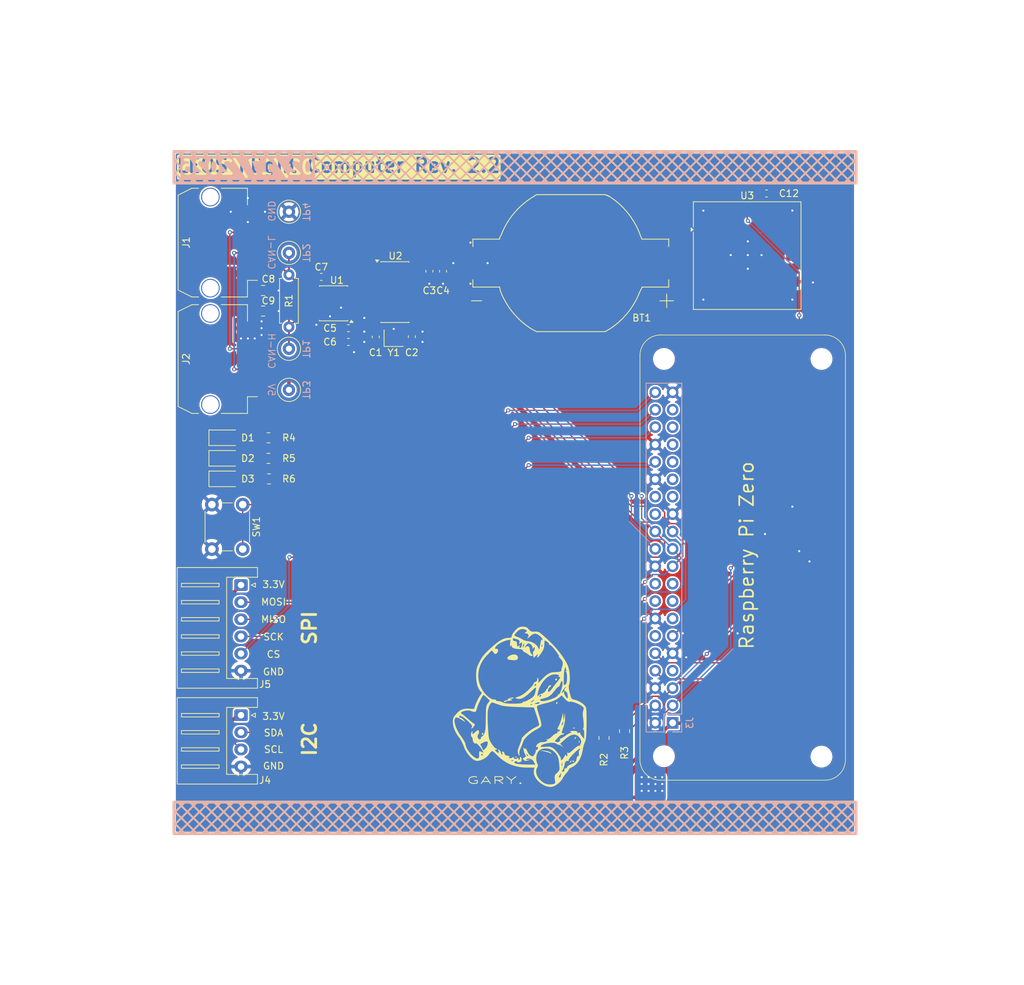
<source format=kicad_pcb>
(kicad_pcb (version 20241229) (generator "pcbnew") (generator_version "9.0")
  (title_block (title "LEOS Flight Computer") (date "2026-02-17") (rev "2.2") (company "Lightning From The Edge of Space"))
  (layers (0 "F.Cu" signal) (2 "B.Cu" signal) (13 "F.Paste" user) (15 "B.Paste" user) (5 "F.SilkS" user "F.Silkscreen") (7 "B.SilkS" user "B.Silkscreen") (1 "F.Mask" user) (3 "B.Mask" user) (25 "Edge.Cuts" user))
  (net 0 "")
  (net 1 "Net-(BT1-+)")
  (net 2 "/GPIO25")
  (net 3 "/GPIO9{slash}SPI0.MISO")
  (net 4 "/GPIO8{slash}SPI0.CE0")
  (net 5 "/GPIO14{slash}TXD0")
  (net 6 "GPIO3{slash}SCL1")
  (net 7 "GND")
  (net 8 "VDD")
  (net 9 "/GPIO15{slash}RXD0")
  (net 10 "/GPIO10{slash}SPI0.MOSI")
  (net 11 "GPIO17")
  (net 12 "GPIO2{slash}SDA1")
  (net 13 "+5V")
  (net 14 "/GPIO11{slash}SPI0.SCK")
  (net 15 "/CANbus/OSC1")
  (net 16 "/CANbus/OSC2")
  (net 17 "/CANbus/CAN+")
  (net 21 "/CANbus/CAN-")
  (net 22 "Net-(U1-RXD)")
  (net 23 "Net-(U1-TXD)")
  (net 27 "GPIO22")
  (net 28 "GPIO4{slash}GPCLK0")
  (net 29 "GPIO27")
  (net 30 "GPIO19{slash}PCM.FS")
  (net 31 "Net-(D1-A)")
  (net 32 "GPIO6")
  (net 33 "ID_SCL")
  (net 34 "GPIO24")
  (net 35 "GPIO23")
  (net 36 "Net-(D2-A)")
  (net 37 "GPIO5")
  (net 38 "GPIO13{slash}PWM1")
  (net 39 "GPIO18{slash}PCM.CLK")
  (net 40 "Net-(D3-A)")
  (net 41 "GPIO26")
  (net 42 "ID_SDA")
  (net 43 "GPIO7{slash}SPI0.CE1")
  (net 44 "/GPIO16")
  (net 45 "/GPIO20")
  (net 46 "/GPIO21")
  (net 47 "/GPIO12")
  (footprint "Package_SO:SOIC-14_3.9x8.7mm_P1.27mm" (layer "F.Cu") (at 132.475 70.73)
    (property "Reference" "U2")
    (property "Value" "MCP2518FD")
  )
  (footprint "MountingHole:MountingHole_2.7mm_M2.5" (layer "F.Cu") (at 194.75 80.49 90)
    (property "Reference" "H4" (hide yes))
    (property "Value" "MountingHole" (hide yes))
  )
  (footprint "MountingHole:MountingHole_2.7mm_M2.5" (layer "F.Cu") (at 171.75 138.49 90)
    (property "Reference" "H1" (hide yes))
    (property "Value" "MountingHole" (hide yes))
  )
  (footprint "MountingHole:MountingHole_2.7mm_M2.5" (layer "F.Cu") (at 194.75 138.55 90)
    (property "Reference" "H3" (hide yes))
    (property "Value" "MountingHole" (hide yes))
  )
  (footprint "Capacitor_SMD:C_0603_1608Metric" (layer "F.Cu") (at 121.725 68.5)
    (property "Reference" "C7")
    (property "Value" "0.1u")
  )
  (footprint "LEOS:Molex_MicroFit3.0_43650-0410_1x04_Horizontal" (layer "F.Cu") (at 105.88 80.5 90)
    (property "Reference" "J2")
    (property "Value" "MicroFit_1x4")
  )
  (footprint "Package_SO:SOIC-8_3.9x4.9mm_P1.27mm" (layer "F.Cu") (at 123.525 72.365 180)
    (property "Reference" "U1")
    (property "Value" "MCP2562FD")
  )
  (footprint "Capacitor_SMD:C_0603_1608Metric" (layer "F.Cu") (at 129.665494 77.275 -90)
    (property "Reference" "C1")
    (property "Value" "10p")
  )
  (footprint "LED_SMD:LED_1206_3216Metric" (layer "F.Cu") (at 107.6 98)
    (property "Reference" "D3")
    (property "Value" "Green LED")
  )
  (footprint "Connector_JST:JST_XH_S6B-XH-A_1x06_P2.50mm_Horizontal" (layer "F.Cu") (at 110 113.5 -90)
    (property "Reference" "J5")
    (property "Value" "JST XH")
  )
  (footprint "LEOS:BAT_BU2032SM-JJ-GTR" (layer "F.Cu") (at 158.15 66.5 180)
    (property "Reference" "BT1")
    (property "Value" "GPS Battery Backup")
  )
  (footprint "Capacitor_SMD:C_0805_2012Metric" (layer "F.Cu") (at 113.225 70.5)
    (property "Reference" "C8")
    (property "Value" "22u")
  )
  (footprint "Capacitor_SMD:C_0603_1608Metric" (layer "F.Cu") (at 125.68 78)
    (property "Reference" "C6")
    (property "Value" "1u")
  )
  (footprint "Capacitor_SMD:C_0603_1608Metric" (layer "F.Cu") (at 139.5 67.68 -90)
    (property "Reference" "C4")
    (property "Value" "1u")
  )
  (footprint "Capacitor_SMD:C_0603_1608Metric" (layer "F.Cu") (at 137.5 67.68 -90)
    (property "Reference" "C3")
    (property "Value" "0.1u")
  )
  (footprint "Button_Switch_THT:SW_PUSH_6mm" (layer "F.Cu") (at 110.25 101.75 -90)
    (property "Reference" "SW1")
    (property "Value" "User Button")
  )
  (footprint "Resistor_SMD:R_0805_2012Metric" (layer "F.Cu") (at 163 135.825 90)
    (property "Reference" "R2")
    (property "Value" "4.7k")
  )
  (footprint "TestPoint:TestPoint_Loop_D2.60mm_Drill0.9mm_Beaded" (layer "F.Cu") (at 117 79)
    (property "Reference" "TP1")
    (property "Value" "CAN-H Test Point")
  )
  (footprint "Resistor_SMD:R_0805_2012Metric" (layer "F.Cu") (at 114 92 180)
    (property "Reference" "R4")
    (property "Value" "130")
  )
  (footprint "TestPoint:TestPoint_Loop_D2.60mm_Drill0.9mm_Beaded" (layer "F.Cu") (at 117 65)
    (property "Reference" "TP2")
    (property "Value" "CAN-L Test Point")
  )
  (footprint "LED_SMD:LED_1206_3216Metric" (layer "F.Cu") (at 107.6 95)
    (property "Reference" "D2")
    (property "Value" "Yellow LED")
  )
  (footprint "LED_SMD:LED_1206_3216Metric" (layer "F.Cu") (at 107.6 92)
    (property "Reference" "D1")
    (property "Value" "Red LED")
  )
  (footprint "Capacitor_SMD:C_0805_2012Metric" (layer "F.Cu") (at 113.225 73.5)
    (property "Reference" "C9")
    (property "Value" "22u")
  )
  (footprint "Resistor_SMD:R_0805_2012Metric" (layer "F.Cu") (at 114 95 180)
    (property "Reference" "R5")
    (property "Value" "130")
  )
  (footprint "Capacitor_SMD:C_0603_1608Metric" (layer "F.Cu") (at 186.725 56.325)
    (property "Reference" "C12")
    (property "Value" "0.1u")
  )
  (footprint "Crystal:Crystal_SMD_2016-4Pin_2.0x1.6mm" (layer "F.Cu") (at 132.302994 77.45)
    (property "Reference" "Y1")
    (property "Value" "40 MHz")
  )
  (footprint "Resistor_SMD:R_0805_2012Metric" (layer "F.Cu") (at 114.0875 98 180)
    (property "Reference" "R6")
    (property "Value" "130")
  )
  (footprint "Capacitor_SMD:C_0603_1608Metric" (layer "F.Cu") (at 134.940494 77.225 90)
    (property "Reference" "C2")
    (property "Value" "10p")
  )
  (footprint "Resistor_THT:R_Axial_DIN0207_L6.3mm_D2.5mm_P7.62mm_Horizontal" (layer "F.Cu") (at 117 68.19 -90)
    (property "Reference" "R1")
    (property "Value" "120")
  )
  (footprint "MountingHole:MountingHole_2.7mm_M2.5" (layer "F.Cu") (at 171.75 80.49 90)
    (property "Reference" "H2" (hide yes))
    (property "Value" "MountingHole" (hide yes))
  )
  (footprint "LEOS:Molex_MicroFit3.0_43650-0410_1x04_Horizontal" (layer "F.Cu") (at 105.88 63.5 90)
    (property "Reference" "J1")
    (property "Value" "MicroFit_1x4")
  )
  (footprint "Connector_JST:JST_XH_S4B-XH-A_1x04_P2.50mm_Horizontal" (layer "F.Cu") (at 110 132.5 -90)
    (property "Reference" "J4")
    (property "Value" "JST XH")
  )
  (footprint "Resistor_SMD:R_0805_2012Metric" (layer "F.Cu") (at 166 134.825 90)
    (property "Reference" "R3")
    (property "Value" "4.7k")
  )
  (footprint "LEOS:ublox_SAM-M8Q" (layer "F.Cu") (at 183.9 65.4)
    (property "Reference" "U3")
    (property "Value" "SAM-M8Q")
  )
  (footprint "TestPoint:TestPoint_Loop_D2.60mm_Drill0.9mm_Beaded" (layer "F.Cu") (at 117 85)
    (property "Reference" "TP3")
    (property "Value" "5V Test Point")
  )
  (footprint "TestPoint:TestPoint_Loop_D2.60mm_Drill0.9mm_Beaded" (layer "F.Cu") (at 117 59)
    (property "Reference" "TP4")
    (property "Value" "GND Test Point")
  )
  (footprint "Capacitor_SMD:C_0603_1608Metric" (layer "F.Cu") (at 125.68 76)
    (property "Reference" "C5")
    (property "Value" "0.1u")
  )
  (footprint "Connector_PinSocket_2.54mm:PinSocket_2x20_P2.54mm_Vertical" (layer "B.Cu") (at 173.02 133.62)
    (property "Reference" "J3")
    (property "Value" "GPIO")
  )
  (gr_poly (pts (xy 158.456609 139.113787) (xy 158.462311 139.114207) (xy 158.468167 139.115012) (xy 158.474168 139.116203) (xy 158.480307 139.117785) (xy 158.486573 139.119763) (xy 158.492959 139.122139) (xy 158.499457 139.124918) (xy 158.506058 139.128102) (xy 158.512753 139.131697) (xy 158.519534 139.135705) (xy 158.533011 139.144333) (xy 158.546109 139.153314) (xy 158.558762 139.162575) (xy 158.570902 139.172046) (xy 158.582459 139.181653) (xy 158.593368 139.191325) (xy 158.60356 139.200991) (xy 158.612967 139.210578) (xy 158.621521 139.220014) (xy 158.629155 139.229227) (xy 158.6358 139.238145) (xy 158.641389 139.246698) (xy 158.645855 139.254811) (xy 158.649128 139.262415) (xy 158.650297 139.266003) (xy 158.651142 139.269436) (xy 158.651655 139.272706) (xy 158.651828 139.275803) (xy 158.651655 139.278795) (xy 158.651142 139.281748) (xy 158.650297 139.28466) (xy 158.649128 139.287526) (xy 158.647644 139.290343) (xy 158.645855 139.293107) (xy 158.643767 139.295814) (xy 158.641389 139.298461) (xy 158.638731 139.301044) (xy 158.6358 139.303558) (xy 158.632605 139.306001) (xy 158.629155 139.308369) (xy 158.625457 139.310657) (xy 158.621521 139.312862) (xy 158.617355 139.314981) (xy 158.612967 139.31701) (xy 158.608366 139.318945) (xy 158.60356 139.320781) (xy 158.598558 139.322517) (xy 158.593368 139.324147) (xy 158.587999 139.325668) (xy 158.582459 139.327076) (xy 158.576757 139.328368) (xy 158.570902 139.32954) (xy 158.5649 139.330588) (xy 158.558762 139.331508) (xy 158.552496 139.332297) (xy 158.546109 139.332951) (xy 158.539612 139.333466) (xy 158.533011 139.333839) (xy 158.526316 139.334065) (xy 158.519534 139.334141) (xy 158.512753 139.333958) (xy 158.506058 139.333415) (xy 158.499457 139.332519) (xy 158.492959 139.331282) (xy 158.486573 139.329711) (xy 158.480307 139.327815) (xy 158.474168 139.325604) (xy 158.468167 139.323087) (xy 158.462311 139.320271) (xy 158.456609 139.317168) (xy 158.45107 139.313784) (xy 158.445701 139.31013) (xy 158.440511 139.306214) (xy 158.435509 139.302046) (xy 158.430703 139.297634) (xy 158.426102 139.292987) (xy 158.421714 139.288114) (xy 158.417548 139.283025) (xy 158.413612 139.277728) (xy 158.409914 139.272232) (xy 158.406464 139.266546) (xy 158.403269 139.26068) (xy 158.400338 139.254641) (xy 158.397679 139.24844) (xy 158.395302 139.242085) (xy 158.393214 139.235585) (xy 158.391424 139.228948) (xy 158.389941 139.222185) (xy 158.388772 139.215304) (xy 158.387927 139.208314) (xy 158.387414 139.201224) (xy 158.387241 139.194043) (xy 158.387414 139.186968) (xy 158.387927 139.180195) (xy 158.388772 139.173727) (xy 158.389941 139.167568) (xy 158.391424 139.161721) (xy 158.393214 139.156191) (xy 158.395302 139.150981) (xy 158.397679 139.146095) (xy 158.400338 139.141536) (xy 158.403269 139.137309) (xy 158.406464 139.133417) (xy 158.409914 139.129864) (xy 158.413612 139.126653) (xy 158.417548 139.123788) (xy 158.421714 139.121274) (xy 158.426102 139.119113) (xy 158.430703 139.11731) (xy 158.435509 139.115868) (xy 158.440511 139.114791) (xy 158.445701 139.114083) (xy 158.45107 139.113747)) (fill yes) (layer "F.SilkS"))
  (gr_poly (pts (xy 149.901767 123.63727) (xy 149.948704 123.640896) (xy 149.994174 123.646883) (xy 150.038062 123.655191) (xy 150.080252 123.665779) (xy 150.120629 123.678606) (xy 150.159076 123.69363) (xy 150.195479 123.710812) (xy 150.229722 123.73011) (xy 150.261689 123.751483) (xy 150.291265 123.77489) (xy 150.318333 123.800292) (xy 150.342778 123.827646) (xy 150.364485 123.856913) (xy 150.383339 123.88805) (xy 150.399222 123.921018) (xy 150.41202 123.955775) (xy 150.421617 123.992281) (xy 150.427898 124.030494) (xy 150.430747 124.070375) (xy 150.430048 124.111881) (xy 150.425685 124.154973) (xy 150.420841 124.183798) (xy 150.414666 124.211154) (xy 150.407095 124.237056) (xy 150.398065 124.26152) (xy 150.387511 124.284561) (xy 150.37537 124.306194) (xy 150.361576 124.326435) (xy 150.346067 124.345298) (xy 150.328777 124.362799) (xy 150.309642 124.378954) (xy 150.288599 124.393777) (xy 150.265583 124.407283) (xy 150.240531 124.419489) (xy 150.213377 124.430408) (xy 150.184058 124.440058) (xy 150.152509 124.448452) (xy 150.118667 124.455606) (xy 150.082467 124.461535) (xy 150.043845 124.466255) (xy 150.002737 124.46978) (xy 149.959079 124.472127) (xy 149.912806 124.473309) (xy 149.863855 124.473344) (xy 149.812161 124.472245) (xy 149.75766 124.470028) (xy 149.700288 124.466708) (xy 149.639981 124.462301) (xy 149.576674 124.456822) (xy 149.440806 124.442708) (xy 149.292171 124.424489) (xy 149.292194 124.424485) (xy 149.240548 124.416857) (xy 149.192315 124.407916) (xy 149.147493 124.397709) (xy 149.106079 124.386285) (xy 149.068072 124.373689) (xy 149.033469 124.35997) (xy 149.002269 124.345176) (xy 148.974468 124.329354) (xy 148.950066 124.312552) (xy 148.929059 124.294817) (xy 148.911446 124.276196) (xy 148.897225 124.256738) (xy 148.886393 124.23649) (xy 148.878948 124.215499) (xy 148.874889 124.193813) (xy 148.874213 124.17148) (xy 148.876917 124.148547) (xy 148.883 124.125062) (xy 148.89246 124.101072) (xy 148.905295 124.076625) (xy 148.921501 124.051768) (xy 148.941078 124.02655) (xy 148.964024 124.001016) (xy 148.990335 123.975216) (xy 149.02001 123.949197) (xy 149.053046 123.923006) (xy 149.089442 123.896691) (xy 149.129196 123.870299) (xy 149.172305 123.843878) (xy 149.218767 123.817475) (xy 149.26858 123.791139) (xy 149.321742 123.764916) (xy 149.37718 123.739871) (xy 149.432422 123.717637) (xy 149.487354 123.698172) (xy 149.541861 123.681437) (xy 149.595825 123.667389) (xy 149.649133 123.655989) (xy 149.701668 123.647196) (xy 149.753314 123.640968) (xy 149.803957 123.637265) (xy 149.85348 123.636046)) (fill yes) (layer "F.SilkS"))
  (gr_arc (start 168.25 79.99) (mid 169.12868 77.86868) (end 171.25 76.99) (stroke (width 0.1)) (layer "F.SilkS"))
  (gr_line (start 171.25 141.99) (end 195.25 141.99) (stroke (width 0.1)) (layer "F.SilkS"))
  (gr_line (start 195.25 76.99) (end 171.25 76.99) (stroke (width 0.1)) (layer "F.SilkS"))
  (gr_poly (pts (xy 158.869557 135.681666) (xy 158.874145 135.682581) (xy 158.87858 135.684123) (xy 158.882852 135.686302) (xy 158.88695 135.68913) (xy 158.890865 135.692616) (xy 158.894447 135.696627) (xy 158.897559 135.701009) (xy 158.900205 135.705748) (xy 158.902391 135.710828) (xy 158.904123 135.716233) (xy 158.905408 135.721949) (xy 158.90625 135.727961) (xy 158.906656 135.734253) (xy 158.906631 135.74081) (xy 158.906181 135.747617) (xy 158.905313 135.754658) (xy 158.904031 135.761919) (xy 158.902341 135.769385) (xy 158.90025 135.777039) (xy 158.897763 135.784867) (xy 158.894886 135.792854) (xy 158.891625 135.800985) (xy 158.887985 135.809244) (xy 158.879594 135.826086) (xy 158.869758 135.843259) (xy 158.858525 135.860642) (xy 158.84594 135.878113) (xy 158.83205 135.89555) (xy 158.816901 135.912832) (xy 158.80054 135.929837) (xy 158.777389 135.952447) (xy 158.756902 135.97162) (xy 158.739037 135.987315) (xy 158.731075 135.993844) (xy 158.723753 135.999488) (xy 158.717066 136.004242) (xy 158.711009 136.0081) (xy 158.705576 136.011056) (xy 158.700762 136.013107) (xy 158.696562 136.014246) (xy 158.692971 136.014468) (xy 158.689983 136.013769) (xy 158.687594 136.012142) (xy 158.685797 136.009583) (xy 158.684589 136.006087) (xy 158.683963 136.001648) (xy 158.683915 135.996261) (xy 158.684439 135.989921) (xy 158.68553 135.982622) (xy 158.687183 135.97436) (xy 158.689393 135.965129) (xy 158.695461 135.94374) (xy 158.703693 135.918413) (xy 158.714047 135.889106) (xy 158.726482 135.855778) (xy 158.726482 135.855775) (xy 158.73607 135.831994) (xy 158.746143 135.809635) (xy 158.756616 135.78878) (xy 158.767405 135.769512) (xy 158.778425 135.751917) (xy 158.789593 135.736076) (xy 158.800824 135.722074) (xy 158.812035 135.709995) (xy 158.82314 135.699923) (xy 158.834056 135.69194) (xy 158.839417 135.688758) (xy 158.844699 135.68613) (xy 158.849892 135.684067) (xy 158.854984 135.682578) (xy 158.859966 135.681675) (xy 158.864827 135.681367)) (fill yes) (layer "F.SilkS"))
  (gr_poly (pts (xy 145.305254 135.100977) (xy 145.312027 135.10149) (xy 145.318495 135.102335) (xy 145.324654 135.103504) (xy 145.3305 135.104987) (xy 145.33603 135.106777) (xy 145.34124 135.108865) (xy 145.346126 135.111242) (xy 145.350685 135.1139) (xy 145.354912 135.116831) (xy 145.358804 135.120026) (xy 145.362357 135.123476) (xy 145.365568 135.127174) (xy 145.368432 135.131109) (xy 145.370947 135.135276) (xy 145.373107 135.139663) (xy 145.37491 135.144264) (xy 145.376352 135.14907) (xy 145.377429 135.154072) (xy 145.378137 135.159261) (xy 145.378473 135.16463) (xy 145.378433 135.17017) (xy 145.378013 135.175872) (xy 145.377209 135.181727) (xy 145.376017 135.187728) (xy 145.374435 135.193866) (xy 145.372457 135.200133) (xy 145.370082 135.206519) (xy 145.367303 135.213017) (xy 145.364119 135.219617) (xy 145.360525 135.226313) (xy 145.356517 135.233094) (xy 145.347889 135.24657) (xy 145.338908 135.259669) (xy 145.329646 135.272322) (xy 145.320176 135.284461) (xy 145.310569 135.296019) (xy 145.300896 135.306928) (xy 145.291231 135.317119) (xy 145.281644 135.326526) (xy 145.272208 135.33508) (xy 145.262995 135.342714) (xy 145.254076 135.34936) (xy 145.245524 135.354949) (xy 145.23741 135.359414) (xy 145.229807 135.362687) (xy 145.226219 135.363856) (xy 145.222786 135.364701) (xy 145.219516 135.365215) (xy 145.216419 135.365388) (xy 145.213427 135.365215) (xy 145.210473 135.364701) (xy 145.207562 135.363856) (xy 145.204695 135.362687) (xy 145.201879 135.361204) (xy 145.199115 135.359414) (xy 145.196407 135.357326) (xy 145.193761 135.354948) (xy 145.191178 135.35229) (xy 145.188664 135.349359) (xy 145.186221 135.346164) (xy 145.183853 135.342713) (xy 145.181565 135.339016) (xy 145.179359 135.335079) (xy 145.17724 135.330913) (xy 145.175212 135.326525) (xy 145.173277 135.321924) (xy 145.17144 135.317118) (xy 145.169705 135.312116) (xy 145.168075 135.306926) (xy 145.166554 135.301557) (xy 145.165145 135.296017) (xy 145.163853 135.290315) (xy 145.162682 135.284459) (xy 145.161634 135.278458) (xy 145.160713 135.27232) (xy 145.159924 135.266054) (xy 145.15927 135.259668) (xy 145.158755 135.25317) (xy 145.158383 135.24657) (xy 145.158157 135.239875) (xy 145.15808 135.233094) (xy 145.158264 135.226313) (xy 145.158807 135.219617) (xy 145.159702 135.213017) (xy 145.16094 135.206519) (xy 145.162511 135.200133) (xy 145.164406 135.193866) (xy 145.166618 135.187728) (xy 145.169135 135.181727) (xy 145.17195 135.175872) (xy 145.175054 135.17017) (xy 145.178438 135.16463) (xy 145.182092 135.159261) (xy 145.186007 135.154072) (xy 145.190176 135.14907) (xy 145.194588 135.144264) (xy 145.199235 135.139663) (xy 145.204107 135.135276) (xy 145.209197 135.131109) (xy 145.214494 135.127174) (xy 145.21999 135.123476) (xy 145.225675 135.120026) (xy 145.231542 135.116831) (xy 145.23758 135.1139) (xy 145.243782 135.111242) (xy 145.250137 135.108865) (xy 145.256637 135.106777) (xy 145.263273 135.104987) (xy 145.270036 135.103504) (xy 145.276918 135.102335) (xy 145.283908 135.10149) (xy 145.290998 135.100977) (xy 145.298179 135.100804)) (fill yes) (layer "F.SilkS"))
  (gr_arc (start 195.25 76.99) (mid 197.37132 77.86868) (end 198.25 79.99) (stroke (width 0.1)) (layer "F.SilkS"))
  (gr_poly (pts (xy 150.174172 138.556728) (xy 150.191083 138.557919) (xy 150.207259 138.560067) (xy 150.222572 138.563167) (xy 150.236891 138.567213) (xy 150.250086 138.572201) (xy 150.262027 138.578125) (xy 150.272584 138.584979) (xy 150.277303 138.588754) (xy 150.281627 138.592759) (xy 150.285392 138.596841) (xy 150.288452 138.600845) (xy 150.290819 138.604765) (xy 150.292504 138.608598) (xy 150.293519 138.612339) (xy 150.293777 138.614173) (xy 150.293873 138.615983) (xy 150.293806 138.617768) (xy 150.293579 138.619526) (xy 150.293192 138.621259) (xy 150.292647 138.622964) (xy 150.291089 138.626292) (xy 150.288916 138.629505) (xy 150.286138 138.6326) (xy 150.282768 138.635571) (xy 150.278816 138.638415) (xy 150.274293 138.641126) (xy 150.26921 138.643701) (xy 150.26358 138.646134) (xy 150.257412 138.648422) (xy 150.250718 138.65056) (xy 150.243509 138.652544) (xy 150.235796 138.654368) (xy 150.22759 138.656029) (xy 150.218903 138.657522) (xy 150.209745 138.658843) (xy 150.200129 138.659987) (xy 150.190064 138.66095) (xy 150.179562 138.661727) (xy 150.168634 138.662314) (xy 150.157291 138.662706) (xy 150.145545 138.662899) (xy 150.133407 138.662889) (xy 150.120887 138.662671) (xy 150.107997 138.66224) (xy 150.080543 138.660759) (xy 150.055987 138.658714) (xy 150.034349 138.656124) (xy 150.015651 138.65301) (xy 149.999912 138.649393) (xy 149.987155 138.645293) (xy 149.9819 138.643069) (xy 149.977399 138.640732) (xy 149.973652 138.638284) (xy 149.970664 138.635729) (xy 149.968437 138.633069) (xy 149.966973 138.630307) (xy 149.966274 138.627444) (xy 149.966345 138.624484) (xy 149.967186 138.62143) (xy 149.9688 138.618283) (xy 149.971191 138.615046) (xy 149.974361 138.611723) (xy 149.978312 138.608315) (xy 149.983047 138.604825) (xy 149.994879 138.597611) (xy 150.009878 138.5901) (xy 150.028064 138.582314) (xy 150.028064 138.58231) (xy 150.046166 138.57565) (xy 150.064574 138.569989) (xy 150.083159 138.565323) (xy 150.101789 138.561647) (xy 150.120336 138.558954) (xy 150.138668 138.557241) (xy 150.156657 138.556501)) (fill yes) (layer "F.SilkS"))
  (gr_poly (pts (xy 151.262143 119.574405) (xy 151.333995 119.577301) (xy 151.400252 119.582759) (xy 151.461575 119.591055) (xy 151.518625 119.602462) (xy 151.572065 119.617254) (xy 151.622557 119.635704) (xy 151.670762 119.658087) (xy 151.717342 119.684677) (xy 151.762958 119.715746) (xy 151.808274 119.751571) (xy 151.85395 119.792423) (xy 151.900648 119.838577) (xy 151.949031 119.890308) (xy 151.999759 119.947888) (xy 152.051669 120.006975) (xy 152.100649 120.059738) (xy 152.14746 120.106472) (xy 152.17029 120.127672) (xy 152.192864 120.147475) (xy 152.215275 120.165919) (xy 152.23762 120.183042) (xy 152.259994 120.19888) (xy 152.282491 120.21347) (xy 152.305208 120.226849) (xy 152.328238 120.239055) (xy 152.351677 120.250124) (xy 152.375621 120.260093) (xy 152.400164 120.269) (xy 152.425402 120.276881) (xy 152.451429 120.283774) (xy 152.478341 120.289715) (xy 152.506233 120.294742) (xy 152.5352 120.298892) (xy 152.565337 120.302201) (xy 152.596739 120.304707) (xy 152.663721 120.307456) (xy 152.736905 120.307437) (xy 152.817053 120.304946) (xy 152.904926 120.300278) (xy 153.003064 120.295045) (xy 153.092274 120.293057) (xy 153.134296 120.29375) (xy 153.175004 120.295817) (xy 153.214703 120.299447) (xy 153.253699 120.304827) (xy 153.2923 120.312144) (xy 153.330809 120.321587) (xy 153.369534 120.333343) (xy 153.408781 120.347599) (xy 153.448855 120.364544) (xy 153.490062 120.384365) (xy 153.532708 120.407249) (xy 153.5771 120.433385) (xy 153.623543 120.46296) (xy 153.672343 120.496161) (xy 153.723805 120.533177) (xy 153.778237 120.574196) (xy 153.897232 120.668989) (xy 154.031773 120.782042) (xy 154.18431 120.914858) (xy 154.357288 121.068936) (xy 154.774364 121.446889) (xy 155.038979 121.694377) (xy 155.299263 121.950568) (xy 155.554015 122.213841) (xy 155.802033 122.482579) (xy 156.042115 122.755162) (xy 156.27306 123.02997) (xy 156.493665 123.305385) (xy 156.702729 123.579788) (xy 156.899049 123.851559) (xy 157.081426 124.11908) (xy 157.248656 124.38073) (xy 157.399537 124.634892) (xy 157.532869 124.879947) (xy 157.647449 125.114274) (xy 157.742076 125.336254) (xy 157.815547 125.54427) (xy 157.854449 125.682935) (xy 157.889181 125.8346) (xy 157.91967 125.997021) (xy 157.945845 126.167953) (xy 157.967632 126.345153) (xy 157.984959 126.526376) (xy 157.997753 126.709377) (xy 158.005943 126.891912) (xy 158.009455 127.071736) (xy 158.008217 127.246606) (xy 158.002157 127.414276) (xy 157.991202 127.572502) (xy 157.97528 127.71904) (xy 157.954317 127.851645) (xy 157.928243 127.968073) (xy 157.896983 128.066079) (xy 157.883397 128.106997) (xy 157.872476 128.15223) (xy 157.864221 128.201809) (xy 157.858636 128.255763) (xy 157.855723 128.314125) (xy 157.855485 128.376925) (xy 157.857924 128.444194) (xy 157.863043 128.515962) (xy 157.870845 128.59226) (xy 157.881331 128.67312) (xy 157.894505 128.758571) (xy 157.91037 128.848645) (xy 157.928927 128.943372) (xy 157.95018 129.042784) (xy 157.97413 129.146911) (xy 158.000781 129.255784) (xy 158.073972 129.540744) (xy 158.106115 129.65731) (xy 158.136611 129.758401) (xy 158.166452 129.845366) (xy 158.196629 129.919558) (xy 158.228133 129.982326) (xy 158.244692 130.009847) (xy 158.261955 130.03502) (xy 158.280045 130.058011) (xy 158.299086 130.07899) (xy 158.319203 130.098127) (xy 158.340518 130.115589) (xy 158.363157 130.131545) (xy 158.387242 130.146165) (xy 158.440249 130.172069) (xy 158.500531 130.194652) (xy 158.569079 130.215264) (xy 158.734935 130.255978) (xy 158.872339 130.29208) (xy 159.010399 130.336881) (xy 159.147995 130.389582) (xy 159.284006 130.449383) (xy 159.417309 130.515488) (xy 159.546783 130.587098) (xy 159.671308 130.663414) (xy 159.789761 130.743638) (xy 159.901021 130.826971) (xy 160.003967 130.912615) (xy 160.097477 130.999771) (xy 160.18043 131.087642) (xy 160.251705 131.175429) (xy 160.310179 131.262332) (xy 160.354732 131.347555) (xy 160.371438 131.389287) (xy 160.384242 131.430298) (xy 160.393982 131.478224) (xy 160.403182 131.546009) (xy 160.419816 131.736144) (xy 160.433854 131.990663) (xy 160.445006 132.299528) (xy 160.452982 132.652702) (xy 160.457491 133.040147) (xy 160.458245 133.451823) (xy 160.454952 133.877694) (xy 160.44558 134.432013) (xy 160.432003 134.900683) (xy 160.41336 135.292803) (xy 160.388789 135.617477) (xy 160.357432 135.883805) (xy 160.318425 136.100888) (xy 160.295784 136.193807) (xy 160.270909 136.277828) (xy 160.243691 136.354088) (xy 160.214023 136.423726) (xy 160.191752 136.473639) (xy 160.169317 136.527538) (xy 160.124559 136.645264) (xy 160.080947 136.772834) (xy 160.039677 136.906179) (xy 160.001948 137.041228) (xy 159.968958 137.173914) (xy 159.941904 137.300167) (xy 159.921985 137.415917) (xy 159.879482 137.670426) (xy 159.827933 137.914921) (xy 159.767509 138.149119) (xy 159.698386 138.372739) (xy 159.620735 138.5855) (xy 159.534731 138.787118) (xy 159.440547 138.977312) (xy 159.338355 139.155801) (xy 159.228331 139.322302) (xy 159.110646 139.476534) (xy 158.985474 139.618215) (xy 158.852989 139.747063) (xy 158.713365 139.862796) (xy 158.566773 139.965132) (xy 158.413388 140.05379) (xy 158.253383 140.128487) (xy 158.213099 140.145911) (xy 158.173945 140.164291) (xy 158.136124 140.183473) (xy 158.099837 140.203299) (xy 158.065289 140.223612) (xy 158.032681 140.244255) (xy 158.002216 140.265072) (xy 157.974098 140.285906) (xy 157.948528 140.3066) (xy 157.92571 140.326996) (xy 157.905846 140.346939) (xy 157.889139 140.366272) (xy 157.875792 140.384837) (xy 157.866007 140.402478) (xy 157.862514 140.410903) (xy 157.859988 140.419039) (xy 157.858453 140.426864) (xy 157.857936 140.434361) (xy 157.857493 140.442106) (xy 157.856177 140.450669) (xy 157.854012 140.460019) (xy 157.851017 140.470122) (xy 157.842629 140.492466) (xy 157.831187 140.517445) (xy 157.816865 140.544807) (xy 157.799836 140.574296) (xy 157.780275 140.605658) (xy 157.758355 140.63864) (xy 157.734251 140.672987) (xy 157.708135 140.708444) (xy 157.680182 140.744757) (xy 157.650565 140.781673) (xy 157.619459 140.818936) (xy 157.587036 140.856294) (xy 157.553472 140.89349) (xy 157.518939 140.930272) (xy 157.483249 140.968587) (xy 157.446286 141.010285) (xy 157.40834 141.054958) (xy 157.369699 141.102201) (xy 157.291484 141.202774) (xy 157.213948 141.308757) (xy 157.139395 141.416904) (xy 157.070134 141.523967) (xy 157.038208 141.576078) (xy 157.008469 141.6267) (xy 156.981206 141.675428) (xy 156.956706 141.721856) (xy 156.89951 141.824086) (xy 156.832397 141.926682) (xy 156.756366 142.02885) (xy 156.672415 142.129791) (xy 156.581542 142.22871) (xy 156.484746 142.324811) (xy 156.383024 142.417297) (xy 156.277374 142.505371) (xy 156.168794 142.588238) (xy 156.058283 142.665101) (xy 155.946838 142.735163) (xy 155.835457 142.797629) (xy 155.725139 142.851702) (xy 155.616882 142.896585) (xy 155.511683 142.931482) (xy 155.460542 142.944937) (xy 155.410541 142.955598) (xy 155.367632 142.962258) (xy 155.321058 142.966975) (xy 155.271267 142.9698) (xy 155.218709 142.970781) (xy 155.163831 142.969972) (xy 155.107083 142.967421) (xy 155.048914 142.96318) (xy 154.989771 142.9573) (xy 154.930104 142.949832) (xy 154.870361 142.940825) (xy 154.810992 142.930331) (xy 154.752444 142.918401) (xy 154.695166 142.905085) (xy 154.639607 142.890434) (xy 154.586216 142.874499) (xy 154.535442 142.857331) (xy 154.535571 142.857331) (xy 154.431133 142.81739) (xy 154.328534 142.773629) (xy 154.227905 142.72622) (xy 154.12938 142.675336) (xy 153.939168 142.563831) (xy 153.758955 142.440496) (xy 153.5898 142.306713) (xy 153.43276 142.163863) (xy 153.288892 142.013326) (xy 153.159254 141.856485) (xy 153.044905 141.69472) (xy 152.993794 141.612422) (xy 152.946902 141.529412) (xy 152.90436 141.445861) (xy 152.866302 141.361943) (xy 152.832859 141.27783) (xy 152.804164 141.193694) (xy 152.780348 141.109708) (xy 152.761544 141.026046) (xy 152.747885 140.942879) (xy 152.739502 140.86038) (xy 152.736528 140.778722) (xy 152.738682 140.711021) (xy 153.091234 140.711021) (xy 153.095165 140.81489) (xy 153.107797 140.920101) (xy 153.129073 141.026298) (xy 153.158936 141.133123) (xy 153.19733 141.240223) (xy 153.244196 141.34724) (xy 153.299477 141.453819) (xy 153.363118 141.559604) (xy 153.43506 141.664239) (xy 153.515247 141.767369) (xy 153.62657 141.896306) (xy 153.738911 142.014068) (xy 153.852581 142.120774) (xy 153.967892 142.216543) (xy 154.02626 142.260363) (xy 154.085155 142.301492) (xy 154.144616 142.339947) (xy 154.204682 142.37574) (xy 154.265393 142.408888) (xy 154.326786 142.439406) (xy 154.388901 142.467307) (xy 154.451778 142.492606) (xy 154.515454 142.515319) (xy 154.579969 142.535461) (xy 154.645362 142.553045) (xy 154.711672 142.568087) (xy 154.778937 142.580602) (xy 154.847198 142.590603) (xy 154.916492 142.598108) (xy 154.986859 142.603129) (xy 155.058338 142.605681) (xy 155.130967 142.605781) (xy 155.279833 142.598678) (xy 155.43377 142.581938) (xy 155.593089 142.55568) (xy 155.644649 142.545186) (xy 155.690026 142.534117) (xy 155.71048 142.528129) (xy 155.729487 142.521713) (xy 155.747082 142.514774) (xy 155.763298 142.507216) (xy 155.778168 142.498944) (xy 155.791725 142.489864) (xy 155.804003 142.47988) (xy 155.815035 142.468899) (xy 155.824854 142.456823) (xy 155.833494 142.44356) (xy 155.840987 142.429013) (xy 155.847368 142.413087) (xy 155.852668 142.395689) (xy 155.856923 142.376722) (xy 155.860164 142.356093) (xy 155.862426 142.333705) (xy 155.863741 142.309464) (xy 155.864143 142.283275) (xy 155.863665 142.255043) (xy 155.86234 142.224673) (xy 155.857284 142.157139) (xy 155.849241 142.079914) (xy 155.838478 141.992237) (xy 155.825259 141.893349) (xy 155.812394 141.795555) (xy 155.802282 141.7076) (xy 155.795265 141.628429) (xy 155.791682 141.556988) (xy 155.791872 141.493817) (xy 156.413823 141.493817) (xy 156.414232 141.506085) (xy 156.41591 141.51745) (xy 156.418859 141.527913) (xy 156.423077 141.537472) (xy 156.428565 141.546125) (xy 156.435324 141.553873) (xy 156.443353 141.560713) (xy 156.452653 141.566645) (xy 156.463224 141.571667) (xy 156.475067 141.575778) (xy 156.48818 141.578978) (xy 156.502566 141.581265) (xy 156.518223 141.582638) (xy 156.535152 141.583096) (xy 156.541933 141.582937) (xy 156.548628 141.582466) (xy 156.555229 141.58169) (xy 156.561727 141.580617) (xy 156.568113 141.579255) (xy 156.57438 141.577611) (xy 156.580518 141.575694) (xy 156.586519 141.573511) (xy 156.592375 141.571071) (xy 156.598077 141.56838) (xy 156.603617 141.565446) (xy 156.608986 141.562278) (xy 156.614175 141.558883) (xy 156.619177 141.555269) (xy 156.623983 141.551443) (xy 156.628584 141.547414) (xy 156.632972 141.54319) (xy 156.637138 141.538777) (xy 156.641075 141.534184) (xy 156.644772 141.529419) (xy 156.648223 141.524489) (xy 156.651417 141.519403) (xy 156.654348 141.514167) (xy 156.657007 141.50879) (xy 156.659384 141.50328) (xy 156.661472 141.497644) (xy 156.663262 141.49189) (xy 156.664745 141.486026) (xy 156.665914 141.48006) (xy 156.666759 141.473999) (xy 156.667272 141.467851) (xy 156.667445 141.461625) (xy 156.667445 141.461629) (xy 156.667881 141.447997) (xy 156.669158 141.432281) (xy 156.671234 141.414667) (xy 156.674066 141.395342) (xy 156.681826 141.352302) (xy 156.692094 141.304655) (xy 156.704528 141.253891) (xy 156.718783 141.201504) (xy 156.734516 141.148984) (xy 156.751384 141.097825) (xy 156.764149 141.060426) (xy 156.774703 141.028102) (xy 156.782925 141.000874) (xy 156.788695 140.978763) (xy 156.791896 140.961789) (xy 156.792495 140.955235) (xy 156.792407 140.949973) (xy 156.791616 140.946006) (xy 156.790108 140.943336) (xy 156.787868 140.941967) (xy 156.784881 140.941899) (xy 156.781132 140.943137) (xy 156.776606 140.945683) (xy 156.771288 140.949538) (xy 156.765163 140.954707) (xy 156.750433 140.968993) (xy 156.732297 140.988562) (xy 156.710636 141.013434) (xy 156.685329 141.043629) (xy 156.623302 141.120076) (xy 156.579756 141.175811) (xy 156.541274 141.228015) (xy 156.507858 141.276679) (xy 156.479508 141.321793) (xy 156.456227 141.36335) (xy 156.438016 141.401339) (xy 156.424877 141.435753) (xy 156.42021 141.451616) (xy 156.416812 141.466582) (xy 156.414683 141.480649) (xy 156.413823 141.493817) (xy 155.791872 141.493817) (xy 155.791877 141.492225) (xy 155.79619 141.433086) (xy 155.799997 141.405296) (xy 155.804962 141.378516) (xy 155.811127 141.352616) (xy 155.818535 141.327463) (xy 155.827229 141.302926) (xy 155.83725 141.278873) (xy 155.848643 141.255172) (xy 155.861449 141.231692) (xy 155.891472 141.184866) (xy 155.927661 141.137342) (xy 155.970357 141.088067) (xy 156.019902 141.035986) (xy 156.076637 140.980046) (xy 156.140903 140.919194) (xy 156.21004 140.85419) (xy 156.270512 140.795459) (xy 156.297633 140.767856) (xy 156.322751 140.741115) (xy 156.345919 140.715) (xy 156.367192 140.689276) (xy 156.367811 140.688461) (xy 156.865543 140.688461) (xy 156.865602 140.696186) (xy 156.866612 140.703218) (xy 156.868576 140.709585) (xy 156.871496 140.715318) (xy 156.875375 140.720444) (xy 156.880214 140.724993) (xy 156.886015 140.728995) (xy 156.89278 140.732477) (xy 156.900512 140.73547) (xy 156.909213 140.738001) (xy 156.918884 140.740101) (xy 156.941148 140.743121) (xy 156.96732 140.744763) (xy 156.997417 140.745259) (xy 157.01779 140.744515) (xy 157.037751 140.742334) (xy 157.057191 140.738787) (xy 157.075998 140.73395) (xy 157.094064 140.727895) (xy 157.111276 140.720696) (xy 157.127527 140.712426) (xy 157.142704 140.703159) (xy 157.156699 140.692968) (xy 157.1694 140.681927) (xy 157.180699 140.67011) (xy 157.190483 140.657589) (xy 157.194774 140.651088) (xy 157.198644 140.644439) (xy 157.202081 140.637651) (xy 157.205071 140.630732) (xy 157.2076 140.623693) (xy 157.209655 140.616543) (xy 157.21122 140.60929) (xy 157.212283 140.601945) (xy 157.212276 140.601937) (xy 157.215097 140.571123) (xy 157.217112 140.538461) (xy 157.218321 140.504947) (xy 157.218725 140.471574) (xy 157.218321 140.439339) (xy 157.217112 140.409235) (xy 157.215097 140.382258) (xy 157.212276 140.359402) (xy 157.211734 140.354317) (xy 157.211712 140.349295) (xy 157.2122 140.344345) (xy 157.213184 140.339472) (xy 157.214654 140.334682) (xy 157.216597 140.329982) (xy 157.219003 140.325379) (xy 157.221859 140.320878) (xy 157.225153 140.316486) (xy 157.228874 140.312209) (xy 157.23301 140.308054) (xy 157.23755 140.304028) (xy 157.242481 140.300135) (xy 157.247793 140.296384) (xy 157.253473 140.29278) (xy 157.259509 140.289329) (xy 157.265891 140.286038) (xy 157.272605 140.282913) (xy 157.279642 140.279961) (xy 157.286988 140.277188) (xy 157.294632 140.2746) (xy 157.302562 140.272203) (xy 157.310768 140.270005) (xy 157.319236 140.268011) (xy 157.327955 140.266228) (xy 157.336915 140.264662) (xy 157.346102 140.26332) (xy 157.355505 140.262207) (xy 157.365113 140.261331) (xy 157.374913 140.260697) (xy 157.384895 140.260312) (xy 157.395046 140.260182) (xy 157.405218 140.259957) (xy 157.415261 140.259289) (xy 157.425162 140.258189) (xy 157.434909 140.256668) (xy 157.444489 140.254737) (xy 157.453889 140.252407) (xy 157.463096 140.24969) (xy 157.472098 140.246596) (xy 157.480882 140.243136) (xy 157.489435 140.239322) (xy 157.497745 140.235164) (xy 157.505798 140.230673) (xy 157.513583 140.22586) (xy 157.521085 140.220738) (xy 157.528294 140.215315) (xy 157.535196 140.209604) (xy 157.541777 140.203616) (xy 157.548027 140.197361) (xy 157.553931 140.190851) (xy 157.559477 140.184097) (xy 157.564653 140.177109) (xy 157.569445 140.169899) (xy 157.573841 140.162478) (xy 157.577828 140.154856) (xy 157.581394 140.147046) (xy 157.584526 140.139057) (xy 157.587211 140.130901) (xy 157.589436 140.122589) (xy 157.591189 140.114132) (xy 157.592457 140.105542) (xy 157.593227 140.096828) (xy 157.593486 140.088002) (xy 157.59434 140.078815) (xy 157.596872 140.069032) (xy 157.601042 140.058679) (xy 157.606806 140.047786) (xy 157.614125 140.036383) (xy 157.622955 140.024496) (xy 157.633255 140.012156) (xy 157.644983 139.99939) (xy 157.658097 139.986228) (xy 157.672556 139.972698) (xy 157.705339 139.94465) (xy 157.742998 139.915475) (xy 157.785198 139.885403) (xy 157.831604 139.854663) (xy 157.881882 139.823486) (xy 157.935697 139.792101) (xy 157.992715 139.760737) (xy 158.0526 139.729625) (xy 158.11502 139.698993) (xy 158.179638 139.669072) (xy 158.24612 139.640092) (xy 158.347525 139.596531) (xy 158.438448 139.555696) (xy 158.519563 139.516904) (xy 158.591544 139.479471) (xy 158.655065 139.442712) (xy 158.710801 139.405946) (xy 158.759425 139.368487) (xy 158.781281 139.349284) (xy 158.801611 139.329651) (xy 158.820501 139.309504) (xy 158.838034 139.288757) (xy 158.854294 139.267323) (xy 158.869367 139.245118) (xy 158.883335 139.222057) (xy 158.896284 139.198053) (xy 158.91946 139.146876) (xy 158.939569 139.090905) (xy 158.957284 139.029456) (xy 158.97328 138.961844) (xy 158.988231 138.887387) (xy 158.997955 138.839176) (xy 159.008606 138.793058) (xy 159.020078 138.749241) (xy 159.032264 138.707931) (xy 159.045058 138.669335) (xy 159.058353 138.633661) (xy 159.072043 138.601117) (xy 159.086023 138.571908) (xy 159.100185 138.546243) (xy 159.114423 138.524328) (xy 159.128631 138.506372) (xy 159.142703 138.49258) (xy 159.156532 138.483161) (xy 159.163322 138.480156) (xy 159.170011 138.478321) (xy 159.176587 138.477683) (xy 159.183036 138.478268) (xy 159.189344 138.480101) (xy 159.195499 138.483208) (xy 159.205968 138.48874) (xy 159.216123 138.49224) (xy 159.225954 138.493758) (xy 159.235449 138.493343) (xy 159.244598 138.491047) (xy 159.25339 138.486921) (xy 159.261813 138.481014) (xy 159.269858 138.473377) (xy 159.277512 138.46406) (xy 159.284766 138.453114) (xy 159.291608 138.44059) (xy 159.298027 138.426537) (xy 159.304013 138.411006) (xy 159.309555 138.394047) (xy 159.314642 138.375712) (xy 159.319262 138.35605) (xy 159.323405 138.335112) (xy 159.327061 138.312948) (xy 159.330217 138.289609) (xy 159.332864 138.265145) (xy 159.334991 138.239606) (xy 159.336585 138.213044) (xy 159.337638 138.185508) (xy 159.338138 138.157048) (xy 159.337433 138.097562) (xy 159.334385 138.034988) (xy 159.328907 137.96973) (xy 159.325229 137.936221) (xy 159.320911 137.902192) (xy 159.319261 137.883423) (xy 159.319161 137.863368) (xy 159.320547 137.842209) (xy 159.323356 137.820126) (xy 159.327524 137.797301) (xy 159.332988 137.773915) (xy 159.339684 137.750148) (xy 159.347549 137.726183) (xy 159.356519 137.702199) (xy 159.36653 137.678378) (xy 159.377519 137.6549) (xy 159.389423 137.631948) (xy 159.402178 137.609702) (xy 159.41572 137.588344) (xy 159.429985 137.568053) (xy 159.444911 137.549012) (xy 159.464401 137.524998) (xy 159.481129 137.503211) (xy 159.495085 137.483595) (xy 159.506259 137.466092) (xy 159.5108 137.458116) (xy 159.514641 137.450647) (xy 159.517783 137.443678) (xy 159.520224 137.437202) (xy 159.521961 137.431211) (xy 159.522995 137.4257) (xy 159.523325 137.42066) (xy 159.522948 137.416085) (xy 159.521863 137.411967) (xy 159.52007 137.4083) (xy 159.517568 137.405076) (xy 159.514354 137.402289) (xy 159.510429 137.399931) (xy 159.50579 137.397994) (xy 159.500437 137.396473) (xy 159.494368 137.39536) (xy 159.487582 137.394647) (xy 159.480078 137.394329) (xy 159.471855 137.394397) (xy 159.462912 137.394844) (xy 159.442859 137.39685) (xy 159.41991 137.400288) (xy 159.393094 137.408083) (xy 159.360534 137.423098) (xy 159.279913 137.473002) (xy 159.181507 137.546424) (xy 159.068776 137.639788) (xy 158.94518 137.74952) (xy 158.814179 137.872044) (xy 158.679233 138.003784) (xy 158.543803 138.141165) (xy 158.411347 138.280612) (xy 158.285326 138.418549) (xy 158.1692 138.551401) (xy 158.06643 138.675593) (xy 157.980474 138.787548) (xy 157.914793 138.883692) (xy 157.872847 138.96045) (xy 157.861856 138.990441) (xy 157.858096 139.014245) (xy 157.857582 139.033274) (xy 157.856071 139.051611) (xy 157.853616 139.069166) (xy 157.850268 139.085852) (xy 157.846076 139.10158) (xy 157.841092 139.116263) (xy 157.835367 139.129812) (xy 157.828951 139.142139) (xy 157.821896 139.153155) (xy 157.814252 139.162774) (xy 157.810226 139.167031) (xy 157.806071 139.170906) (xy 157.801794 139.174387) (xy 157.797402 139.177463) (xy 157.792901 139.180124) (xy 157.788298 139.182358) (xy 157.783598 139.184154) (xy 157.778808 139.185502) (xy 157.773934 139.18639) (xy 157.768984 139.186807) (xy 157.763962 139.186742) (xy 157.758876 139.186185) (xy 157.702652 139.178925) (xy 157.676191 139.176822) (xy 157.650792 139.175776) (xy 157.626423 139.175819) (xy 157.603056 139.176979) (xy 157.58066 139.179287) (xy 157.559206 139.182773) (xy 157.538662 139.187467) (xy 157.519001 139.193399) (xy 157.50019 139.200599) (xy 157.482202 139.209097) (xy 157.465004 139.218923) (xy 157.448569 139.230108) (xy 157.432865 139.242681) (xy 157.417862 139.256672) (xy 157.403532 139.272112) (xy 157.389843 139.28903) (xy 157.376766 139.307456) (xy 157.364271 139.327421) (xy 157.352327 139.348955) (xy 157.340906 139.372087) (xy 157.329977 139.396848) (xy 157.31951 139.423268) (xy 157.309475 139.451376) (xy 157.299842 139.481203) (xy 157.281663 139.546135) (xy 157.264733 139.618302) (xy 157.248813 139.697945) (xy 157.226655 139.803225) (xy 157.19891 139.912315) (xy 157.166693 140.022052) (xy 157.131115 140.129269) (xy 157.093291 140.230803) (xy 157.054332 140.323487) (xy 157.034776 140.365521) (xy 157.015353 140.404157) (xy 156.996203 140.438997) (xy 156.977466 140.469647) (xy 156.95045 140.511736) (xy 156.927125 140.549426) (xy 156.907506 140.582949) (xy 156.891611 140.612536) (xy 156.879456 140.638421) (xy 156.874787 140.650048) (xy 156.871059 140.660837) (xy 156.868274 140.670815) (xy 156.866435 140.680014) (xy 156.865543 140.688461) (xy 156.367811 140.688461) (xy 156.386624 140.663707) (xy 156.40427 140.638058) (xy 156.420183 140.612093) (xy 156.434417 140.585577) (xy 156.447029 140.558274) (xy 156.45807 140.529949) (xy 156.467596 140.500367) (xy 156.475662 140.469291) (xy 156.48232 140.436487) (xy 156.487626 140.401719) (xy 156.491634 140.364752) (xy 156.494398 140.325349) (xy 156.495972 140.283276) (xy 156.496411 140.238298) (xy 156.495769 140.190178) (xy 156.4941 140.138681) (xy 156.487899 140.024615) (xy 156.478242 139.894216) (xy 156.465564 139.745601) (xy 156.46184 139.704452) (xy 156.825401 139.704452) (xy 156.825942 139.741269) (xy 156.82712 139.775198) (xy 156.828904 139.806119) (xy 156.831264 139.833912) (xy 156.834168 139.858458) (xy 156.837588 139.879636) (xy 156.841492 139.897326) (xy 156.84585 139.911409) (xy 156.850631 139.921764) (xy 156.853171 139.925506) (xy 156.855806 139.928272) (xy 156.858531 139.930046) (xy 156.861343 139.930812) (xy 156.864238 139.930557) (xy 156.867212 139.929265) (xy 156.870261 139.926921) (xy 156.873383 139.923511) (xy 156.879825 139.913429) (xy 156.886508 139.8989) (xy 156.892905 139.881097) (xy 156.898502 139.861411) (xy 156.903296 139.840045) (xy 156.907285 139.817203) (xy 156.910467 139.793088) (xy 156.91284 139.767904) (xy 156.9144 139.741855) (xy 156.915145 139.715143) (xy 156.915074 139.687972) (xy 156.914184 139.660546) (xy 156.912472 139.633069) (xy 156.909936 139.605743) (xy 156.906574 139.578772) (xy 156.902383 139.55236) (xy 156.897361 139.52671) (xy 156.891506 139.502026) (xy 156.891414 139.502022) (xy 156.888281 139.490545) (xy 156.885175 139.480241) (xy 156.882101 139.4711) (xy 156.879062 139.463111) (xy 156.876063 139.456264) (xy 156.873108 139.450548) (xy 156.870201 139.445954) (xy 156.867346 139.442469) (xy 156.864549 139.440085) (xy 156.861812 139.438791) (xy 156.860467 139.438549) (xy 156.85914 139.438575) (xy 156.857829 139.438869) (xy 156.856537 139.439429) (xy 156.854008 139.441341) (xy 156.851556 139.4443) (xy 156.849187 139.448297) (xy 156.846903 139.453322) (xy 156.84471 139.459362) (xy 156.842612 139.466409) (xy 156.840612 139.474452) (xy 156.838715 139.48348) (xy 156.836926 139.493483) (xy 156.835248 139.50445) (xy 156.832243 139.529236) (xy 156.829735 139.557754) (xy 156.827757 139.589921) (xy 156.826343 139.625653) (xy 156.825527 139.664868) (xy 156.825401 139.704452) (xy 156.46184 139.704452) (xy 156.450298 139.576886) (xy 156.423154 139.317391) (xy 156.408022 139.200482) (xy 156.39161 139.091333) (xy 156.373741 138.989344) (xy 156.354235 138.893918) (xy 156.332913 138.804455) (xy 156.309597 138.720356) (xy 156.284108 138.641022) (xy 156.256267 138.565855) (xy 156.225895 138.494254) (xy 156.192813 138.425622) (xy 156.156843 138.359359) (xy 156.117805 138.294867) (xy 156.075521 138.231546) (xy 156.029811 138.168797) (xy 155.976217 138.100456) (xy 155.9212 138.034983) (xy 155.864806 137.972391) (xy 155.807082 137.912695) (xy 155.748074 137.85591) (xy 155.687827 137.802051) (xy 155.626389 137.751132) (xy 155.563804 137.703168) (xy 155.500121 137.658173) (xy 155.435383 137.616162) (xy 155.369639 137.57715) (xy 155.302934 137.54115) (xy 155.235313 137.508179) (xy 155.166824 137.478249) (xy 155.097513 137.451376) (xy 155.027425 137.427575) (xy 154.956607 137.40686) (xy 154.885105 137.389245) (xy 154.812966 137.374746) (xy 154.740234 137.363377) (xy 154.666958 137.355151) (xy 154.593182 137.350085) (xy 154.518953 137.348192) (xy 154.444317 137.349488) (xy 154.36932 137.353986) (xy 154.294009 137.361702) (xy 154.218429 137.372649) (xy 154.142628 137.386843) (xy 154.06665 137.404298) (xy 153.990542 137.425029) (xy 153.914351 137.44905) (xy 153.838123 137.476376) (xy 153.779949 137.501231) (xy 153.72377 137.530678) (xy 153.669643 137.564515) (xy 153.617627 137.602535) (xy 153.594472 137.622046) (xy 154.278201 137.679574) (xy 154.352554 137.686787) (xy 154.426874 137.695852) (xy 154.500691 137.706634) (xy 154.573532 137.718997) (xy 154.644923 137.732808) (xy 154.714394 137.747932) (xy 154.781471 137.764235) (xy 154.845682 137.781582) (xy 154.906556 137.799839) (xy 154.963618 137.818872) (xy 155.016398 137.838545) (xy 155.064422 137.858725) (xy 155.107219 137.879277) (xy 155.144316 137.900066) (xy 155.17524 137.920958) (xy 155.199519 137.941819) (xy 155.21969 137.962366) (xy 155.238557 137.982336) (xy 155.256055 138.001627) (xy 155.272118 138.020135) (xy 155.286678 138.037757) (xy 155.299671 138.054388) (xy 155.31103 138.069927) (xy 155.320688 138.084269) (xy 155.328579 138.097311) (xy 155.334636 138.108949) (xy 155.338795 138.119081) (xy 155.340988 138.127602) (xy 155.341326 138.131227) (xy 155.341149 138.13441) (xy 155.340446 138.137139) (xy 155.339211 138.1394) (xy 155.337435 138.141182) (xy 155.335109 138.142471) (xy 155.332226 138.143253) (xy 155.328777 138.143517) (xy 155.320962 138.143083) (xy 155.312516 138.141809) (xy 155.303517 138.139739) (xy 155.294046 138.136916) (xy 155.284183 138.133381) (xy 155.274008 138.129179) (xy 155.263601 138.124352) (xy 155.253042 138.118944) (xy 155.24241 138.112996) (xy 155.231787 138.106553) (xy 155.221251 138.099657) (xy 155.210884 138.09235) (xy 155.200764 138.084677) (xy 155.190973 138.076679) (xy 155.18159 138.068401) (xy 155.172694 138.059884) (xy 155.172702 138.059884) (xy 155.160213 138.050437) (xy 155.140283 138.039437) (xy 155.11335 138.027018) (xy 155.079847 138.013315) (xy 155.040209 137.998463) (xy 154.994873 137.982594) (xy 154.888846 137.948349) (xy 154.765245 137.911655) (xy 154.627554 137.873589) (xy 154.479253 137.835225) (xy 154.323825 137.797639) (xy 153.589494 137.62624) (xy 153.56778 137.644536) (xy 153.520159 137.690313) (xy 153.474823 137.73966) (xy 153.431829 137.792374) (xy 153.391236 137.848251) (xy 153.353101 137.907086) (xy 153.317483 137.968675) (xy 153.28444 138.032812) (xy 153.254029 138.099295) (xy 153.226309 138.167918) (xy 153.201338 138.238478) (xy 153.179173 138.310769) (xy 153.159873 138.384587) (xy 153.143495 138.459728) (xy 153.130098 138.535988) (xy 153.11974 138.613162) (xy 153.112478 138.691046) (xy 153.108371 138.769435) (xy 153.107476 138.848126) (xy 153.109852 138.926913) (xy 153.115557 139.005592) (xy 153.124649 139.083959) (xy 153.137185 139.161809) (xy 153.153224 139.238939) (xy 153.172823 139.315143) (xy 153.196042 139.390218) (xy 153.222937 139.463958) (xy 153.253566 139.53616) (xy 153.275093 139.585034) (xy 153.293751 139.631055) (xy 153.309537 139.67451) (xy 153.322454 139.715683) (xy 153.3325 139.754862) (xy 153.339676 139.792331) (xy 153.343981 139.828377) (xy 153.345416 139.863285) (xy 153.343981 139.897342) (xy 153.339676 139.930832) (xy 153.3325 139.964043) (xy 153.322454 139.997259) (xy 153.309537 140.030767) (xy 153.293751 140.064853) (xy 153.275093 140.099801) (xy 153.253566 140.135899) (xy 153.227695 140.179617) (xy 153.204092 140.224248) (xy 153.18275 140.269748) (xy 153.163662 140.316073) (xy 153.14682 140.363178) (xy 153.132218 140.411018) (xy 153.119848 140.45955) (xy 153.109703 140.508729) (xy 153.101776 140.55851) (xy 153.096061 140.608848) (xy 153.092549 140.6597) (xy 153.091234 140.711021) (xy 152.738682 140.711021) (xy 152.739094 140.698078) (xy 152.747334 140.61862) (xy 152.761379 140.54052) (xy 152.845897 140.155732) (xy 151.771449 140.148682) (xy 151.435592 140.139669) (xy 151.109122 140.117003) (xy 150.791723 140.080553) (xy 150.483078 140.030185) (xy 150.182872 139.965767) (xy 149.890788 139.887166) (xy 149.60651 139.794249) (xy 149.329722 139.686885) (xy 149.060107 139.56494) (xy 148.79735 139.428281) (xy 148.541134 139.276776) (xy 148.360704 139.156617) (xy 149.437109 139.156617) (xy 149.437807 139.15948) (xy 149.439271 139.162242) (xy 149.441498 139.164902) (xy 149.444486 139.167456) (xy 149.448232 139.169903) (xy 149.452734 139.17224) (xy 149.457988 139.174463) (xy 149.463993 139.176571) (xy 149.470746 139.178561) (xy 149.478243 139.18043) (xy 149.486484 139.182176) (xy 149.495464 139.183796) (xy 149.505182 139.185288) (xy 149.515635 139.186649) (xy 149.52682 139.187876) (xy 149.551376 139.18992) (xy 149.57883 139.191399) (xy 149.604245 139.192049) (xy 149.628134 139.191868) (xy 149.650407 139.190891) (xy 149.670977 139.189153) (xy 149.689753 139.18669) (xy 149.706646 139.183538) (xy 149.721569 139.179731) (xy 149.734431 139.175307) (xy 149.745143 139.1703) (xy 149.753617 139.164745) (xy 149.756987 139.161774) (xy 149.759764 139.158679) (xy 149.761936 139.155465) (xy 149.763494 139.152137) (xy 149.764425 139.148699) (xy 149.764718 139.145154) (xy 149.764363 139.141509) (xy 149.763348 139.137767) (xy 149.761662 139.133932) (xy 149.759294 139.130009) (xy 149.756233 139.126003) (xy 149.752467 139.121918) (xy 149.752467 139.121922) (xy 149.748144 139.117917) (xy 149.743426 139.114142) (xy 149.738329 139.110599) (xy 149.73287 139.107288) (xy 149.727065 139.10421) (xy 149.72093 139.101364) (xy 149.714482 139.098753) (xy 149.707736 139.096377) (xy 149.693418 139.09233) (xy 149.678105 139.08923) (xy 149.661929 139.087082) (xy 149.645018 139.085892) (xy 149.627503 139.085664) (xy 149.609514 139.086404) (xy 149.591181 139.088118) (xy 149.572634 139.09081) (xy 149.554003 139.094487) (xy 149.535417 139.099152) (xy 149.517008 139.104813) (xy 149.498905 139.111474) (xy 149.489411 139.115402) (xy 149.480717 139.119264) (xy 149.47282 139.123057) (xy 149.465717 139.126779) (xy 149.459406 139.130426) (xy 149.453884 139.133996) (xy 149.449148 139.137486) (xy 149.445197 139.140895) (xy 149.442027 139.144219) (xy 149.439636 139.147456) (xy 149.438021 139.150603) (xy 149.437179 139.153657) (xy 149.437109 139.156617) (xy 148.360704 139.156617) (xy 148.291143 139.110292) (xy 148.04706 138.928697) (xy 147.80857 138.731858) (xy 147.575356 138.519642) (xy 147.347102 138.291916) (xy 147.239006 138.182383) (xy 147.132266 138.080198) (xy 147.02964 137.987598) (xy 146.933885 137.906819) (xy 146.889446 137.871562) (xy 146.84776 137.840099) (xy 146.80917 137.812709) (xy 146.774022 137.789672) (xy 146.74266 137.771268) (xy 146.715429 137.757776) (xy 146.692674 137.749476) (xy 146.683082 137.74736) (xy 146.674739 137.746647) (xy 146.666662 137.747273) (xy 146.657858 137.749128) (xy 146.64836 137.752182) (xy 146.638195 137.756406) (xy 146.627396 137.761767) (xy 146.615991 137.768236) (xy 146.591485 137.784373) (xy 146.564918 137.804572) (xy 146.536532 137.828588) (xy 146.506566 137.856175) (xy 146.475261 137.88709) (xy 146.442858 137.921086) (xy 146.409597 137.957918) (xy 146.375719 137.997342) (xy 146.341465 138.039112) (xy 146.307075 138.082983) (xy 146.272789 138.12871) (xy 146.238848 138.176048) (xy 146.205493 138.224751) (xy 146.167946 138.277934) (xy 146.12695 138.330512) (xy 146.082707 138.382389) (xy 146.035418 138.433468) (xy 145.932508 138.532842) (xy 145.819831 138.62786) (xy 145.698998 138.717746) (xy 145.571619 138.801724) (xy 145.439303 138.879019) (xy 145.303663 138.948856) (xy 145.166308 139.010459) (xy 145.028849 139.063053) (xy 144.892897 139.105863) (xy 144.760061 139.138112) (xy 144.631953 139.159026) (xy 144.570175 139.16499) (xy 144.510183 139.167829) (xy 144.452178 139.167446) (xy 144.396361 139.163746) (xy 144.342934 139.156629) (xy 144.292098 139.146) (xy 144.236617 139.129731) (xy 144.179572 139.108475) (xy 144.121121 139.082422) (xy 144.061424 139.051756) (xy 144.000641 139.016667) (xy 143.938931 138.97734) (xy 143.813368 138.886723) (xy 143.68601 138.781401) (xy 143.558134 138.662872) (xy 143.431013 138.532631) (xy 143.305925 138.392174) (xy 143.184144 138.242999) (xy 143.066946 138.086603) (xy 142.955607 137.92448) (xy 142.851401 137.758128) (xy 142.755604 137.589043) (xy 142.669492 137.418722) (xy 142.594341 137.248661) (xy 142.531425 137.080357) (xy 142.501818 136.996249) (xy 142.468928 136.909305) (xy 142.394678 136.729595) (xy 142.31144 136.5466) (xy 142.221979 136.365692) (xy 142.129061 136.192245) (xy 142.035451 136.031632) (xy 141.98925 135.957817) (xy 141.943914 135.889225) (xy 141.899787 135.826528) (xy 141.857215 135.770398) (xy 141.750439 135.630878) (xy 141.649506 135.489436) (xy 141.554554 135.346411) (xy 141.465723 135.202143) (xy 141.38315 135.056971) (xy 141.306975 134.911234) (xy 141.237337 134.765271) (xy 141.174374 134.619423) (xy 141.118225 134.474028) (xy 141.069029 134.329426) (xy 141.026925 134.185956) (xy 140.992052 134.043958) (xy 140.964547 133.903771) (xy 140.944551 133.765733) (xy 140.932202 133.630186) (xy 140.927638 133.497468) (xy 140.928133 133.405063) (xy 140.929835 133.350239) (xy 141.172172 133.350239) (xy 141.178524 133.448046) (xy 141.191639 133.552673) (xy 141.211477 133.663684) (xy 141.237995 133.780646) (xy 141.271151 133.903124) (xy 141.310904 134.030682) (xy 141.357211 134.162887) (xy 141.410032 134.299303) (xy 141.469324 134.439496) (xy 141.535045 134.58303) (xy 141.607154 134.729472) (xy 141.685608 134.878386) (xy 141.770366 135.029338) (xy 141.861387 135.181893) (xy 141.958628 135.335617) (xy 142.062047 135.490074) (xy 142.171603 135.644829) (xy 142.29319 135.816893) (xy 142.40662 135.987016) (xy 142.50941 136.150789) (xy 142.599078 136.303801) (xy 142.673142 136.441642) (xy 142.703546 136.503495) (xy 142.729118 136.559902) (xy 142.749547 136.610311) (xy 142.764524 136.654171) (xy 142.773738 136.690931) (xy 142.776878 136.72004) (xy 142.780223 136.78605) (xy 142.790044 136.855891) (xy 142.806019 136.929176) (xy 142.827828 137.005516) (xy 142.887657 137.165805) (xy 142.96696 137.333647) (xy 143.063164 137.505934) (xy 143.173697 137.679554) (xy 143.295987 137.851399) (xy 143.427463 138.018359) (xy 143.565551 138.177323) (xy 143.70768 138.325181) (xy 143.851278 138.458824) (xy 143.993772 138.575143) (xy 144.132591 138.671026) (xy 144.199818 138.710332) (xy 144.265162 138.743364) (xy 144.328301 138.769732) (xy 144.388914 138.789048) (xy 144.446678 138.800922) (xy 144.501273 138.804967) (xy 144.520945 138.804691) (xy 144.539643 138.803834) (xy 144.557389 138.802349) (xy 144.574206 138.800188) (xy 144.590117 138.797305) (xy 144.605146 138.793653) (xy 144.619315 138.789186) (xy 144.632647 138.783857) (xy 144.645165 138.777619) (xy 144.656892 138.770425) (xy 144.667851 138.762229) (xy 144.678065 138.752984) (xy 144.687557 138.742643) (xy 144.69635 138.731159) (xy 144.704467 138.718486) (xy 144.711931 138.704578) (xy 144.718765 138.689386) (xy 144.724991 138.672865) (xy 144.730633 138.654967) (xy 144.735713 138.635647) (xy 144.740256 138.614857) (xy 144.744282 138.592551) (xy 144.747817 138.568681) (xy 144.750881 138.543202) (xy 144.7535 138.516066) (xy 144.755694 138.487226) (xy 144.758905 138.424251) (xy 144.760696 138.353901) (xy 144.761253 138.275803) (xy 144.761207 138.275803) (xy 144.761817 138.207362) (xy 145.06998 138.207362) (xy 145.07002 138.212902) (xy 145.07044 138.218604) (xy 145.071244 138.22446) (xy 145.072436 138.230461) (xy 145.074018 138.236599) (xy 145.075996 138.242865) (xy 145.078372 138.249251) (xy 145.08115 138.255749) (xy 145.084335 138.26235) (xy 145.087929 138.269045) (xy 145.091937 138.275826) (xy 145.100565 138.289302) (xy 145.109546 138.302401) (xy 145.118808 138.315054) (xy 145.128278 138.327193) (xy 145.137885 138.33875) (xy 145.147557 138.349659) (xy 145.157222 138.35985) (xy 145.166809 138.369257) (xy 145.176245 138.37781) (xy 145.185458 138.385444) (xy 145.194376 138.392089) (xy 145.202929 138.397678) (xy 145.211043 138.402143) (xy 145.218647 138.405416) (xy 145.222235 138.406585) (xy 145.225668 138.40743) (xy 145.228938 138.407943) (xy 145.232036 138.408116) (xy 145.235028 138.407943) (xy 145.237981 138.40743) (xy 145.240893 138.406585) (xy 145.243759 138.405416) (xy 145.246576 138.403933) (xy 145.24934 138.402143) (xy 145.252047 138.400055) (xy 145.254693 138.397678) (xy 145.257275 138.39502) (xy 145.25979 138.392089) (xy 145.262233 138.388894) (xy 145.2646 138.385444) (xy 145.266888 138.381746) (xy 145.269094 138.37781) (xy 145.271212 138.373644) (xy 145.273241 138.369257) (xy 145.275175 138.364656) (xy 145.277012 138.35985) (xy 145.278747 138.354848) (xy 145.280377 138.349659) (xy 145.281898 138.34429) (xy 145.283306 138.33875) (xy 145.284598 138.333048) (xy 145.28577 138.327193) (xy 145.286817 138.321192) (xy 145.287738 138.315054) (xy 145.288527 138.308787) (xy 145.28918 138.302401) (xy 145.289695 138.295903) (xy 145.290068 138.289302) (xy 145.290294 138.282607) (xy 145.29037 138.275826) (xy 145.290187 138.269045) (xy 145.289643 138.26235) (xy 145.288748 138.255749) (xy 145.287511 138.249251) (xy 145.28594 138.242865) (xy 145.284044 138.236599) (xy 145.281833 138.230461) (xy 145.279316 138.22446) (xy 145.2765 138.218604) (xy 145.273397 138.212902) (xy 145.270013 138.207362) (xy 145.266359 138.201993) (xy 145.262443 138.196804) (xy 145.258275 138.191802) (xy 145.253863 138.186996) (xy 145.249216 138.182396) (xy 145.244344 138.178008) (xy 145.239255 138.173842) (xy 145.233958 138.169906) (xy 145.228462 138.166208) (xy 145.222776 138.162758) (xy 145.21691 138.159563) (xy 145.210872 138.156633) (xy 145.20467 138.153974) (xy 145.198315 138.151597) (xy 145.191815 138.149509) (xy 145.18518 138.14772) (xy 145.178417 138.146236) (xy 145.171536 138.145068) (xy 145.164546 138.144222) (xy 145.157456 138.143709) (xy 145.150276 138.143536) (xy 145.143201 138.143709) (xy 145.136428 138.144222) (xy 145.12996 138.145068) (xy 145.123801 138.146236) (xy 145.117954 138.14772) (xy 145.112424 138.149509) (xy 145.107214 138.151597) (xy 145.102328 138.153974) (xy 145.097769 138.156633) (xy 145.093542 138.159563) (xy 145.08965 138.162758) (xy 145.086096 138.166208) (xy 145.082886 138.169906) (xy 145.080021 138.173842) (xy 145.077507 138.178008) (xy 145.075346 138.182396) (xy 145.073543 138.186996) (xy 145.072101 138.191802) (xy 145.071024 138.196804) (xy 145.070315 138.201993) (xy 145.06998 138.207362) (xy 144.761817 138.207362) (xy 144.762912 138.084535) (xy 144.765827 138.007349) (xy 144.770815 137.941827) (xy 144.778398 137.887493) (xy 144.783326 137.864372) (xy 144.789099 137.84387) (xy 144.795782 137.825927) (xy 144.803441 137.810483) (xy 144.812141 137.79748) (xy 144.821947 137.786856) (xy 144.832925 137.778554) (xy 144.845139 137.772513) (xy 144.858656 137.768674) (xy 144.873541 137.766977) (xy 144.889859 137.767363) (xy 144.907675 137.769773) (xy 144.927055 137.774146) (xy 144.948064 137.780424) (xy 144.995231 137.798455) (xy 145.049699 137.823389) (xy 145.11199 137.854751) (xy 145.182628 137.892064) (xy 145.228679 137.916469) (xy 145.268515 137.936735) (xy 145.302091 137.95234) (xy 145.316519 137.958232) (xy 145.329365 137.962764) (xy 145.340624 137.96587) (xy 145.350291 137.967485) (xy 145.35836 137.967544) (xy 145.364825 137.965982) (xy 145.367455 137.964573) (xy 145.369682 137.962734) (xy 145.371505 137.960457) (xy 145.372924 137.957734) (xy 145.374546 137.950918) (xy 145.374543 137.942221) (xy 145.372909 137.931576) (xy 145.369638 137.91892) (xy 145.364725 137.904187) (xy 145.358165 137.887311) (xy 145.349952 137.868229) (xy 145.34008 137.846873) (xy 145.315339 137.797085) (xy 145.283897 137.737425) (xy 145.245711 137.667373) (xy 145.148929 137.494008) (xy 145.094168 137.402752) (xy 145.032066 137.30995) (xy 144.964124 137.217008) (xy 144.891841 137.125329) (xy 144.816718 137.03632) (xy 144.740256 136.951386) (xy 144.663955 136.871932) (xy 144.589316 136.799364) (xy 144.517838 136.735085) (xy 144.501391 136.72165) (xy 144.943355 136.72165) (xy 145.14994 137.163701) (xy 145.192113 137.252588) (xy 145.232762 137.335682) (xy 145.270903 137.411153) (xy 145.305554 137.477169) (xy 145.335732 137.531899) (xy 145.360453 137.573512) (xy 145.378735 137.600178) (xy 145.385154 137.607334) (xy 145.389594 137.610066) (xy 145.391611 137.609977) (xy 145.394238 137.609253) (xy 145.397457 137.607908) (xy 145.40125 137.605959) (xy 145.410487 137.600309) (xy 145.421807 137.592427) (xy 145.435066 137.582436) (xy 145.450122 137.570462) (xy 145.466832 137.556628) (xy 145.485053 137.541059) (xy 145.504643 137.523879) (xy 145.525459 137.505211) (xy 145.570197 137.463912) (xy 145.618125 137.418156) (xy 145.668102 137.368935) (xy 145.668102 137.368931) (xy 145.723998 137.308102) (xy 145.7761 137.241741) (xy 145.82411 137.170954) (xy 145.867732 137.096846) (xy 145.90667 137.020523) (xy 145.940628 136.94309) (xy 145.969308 136.865653) (xy 145.992415 136.789317) (xy 146.009652 136.715188) (xy 146.020723 136.644371) (xy 146.025331 136.577972) (xy 146.02318 136.517097) (xy 146.019477 136.489076) (xy 146.013974 136.46285) (xy 146.006632 136.438558) (xy 145.997416 136.416337) (xy 145.986287 136.396327) (xy 145.973209 136.378665) (xy 145.958145 136.363489) (xy 145.941058 136.350937) (xy 145.933117 136.346676) (xy 145.924171 136.343063) (xy 145.914257 136.340091) (xy 145.903412 136.337749) (xy 145.891672 136.33603) (xy 145.879074 136.334923) (xy 145.85145 136.334512) (xy 145.820833 136.336446) (xy 145.787515 136.340651) (xy 145.75179 136.347055) (xy 145.713949 136.355587) (xy 145.674285 136.366175) (xy 145.633091 136.378745) (xy 145.59066 136.393227) (xy 145.547284 136.409549) (xy 145.503257 136.427637) (xy 145.45887 136.44742) (xy 145.414416 136.468827) (xy 145.370189 136.491784) (xy 144.943355 136.72165) (xy 144.501391 136.72165) (xy 144.451023 136.680503) (xy 144.39037 136.637021) (xy 144.33738 136.606045) (xy 144.314228 136.595686) (xy 144.293555 136.588981) (xy 144.275547 136.586105) (xy 144.260393 136.587233) (xy 144.24828 136.592542) (xy 144.239395 136.602207) (xy 144.233927 136.616404) (xy 144.232063 136.635308) (xy 144.231803 136.639468) (xy 144.231033 136.64315) (xy 144.229765 136.646358) (xy 144.228013 136.649097) (xy 144.225787 136.651372) (xy 144.223103 136.653188) (xy 144.219971 136.654551) (xy 144.216405 136.655465) (xy 144.212418 136.655936) (xy 144.208021 136.655969) (xy 144.203229 136.655568) (xy 144.198054 136.654738) (xy 144.192508 136.653486) (xy 144.186604 136.651815) (xy 144.180354 136.649732) (xy 144.173773 136.64724) (xy 144.166871 136.644345) (xy 144.159663 136.641052) (xy 144.15216 136.637367) (xy 144.144375 136.633294) (xy 144.136322 136.628838) (xy 144.128013 136.624004) (xy 144.11946 136.618798) (xy 144.110676 136.613224) (xy 144.101674 136.607288) (xy 144.092467 136.600995) (xy 144.073488 136.587356) (xy 144.053841 136.572348) (xy 144.033626 136.556012) (xy 144.013411 136.537644) (xy 143.993762 136.516669) (xy 143.974783 136.493328) (xy 143.956574 136.467863) (xy 143.939237 136.440516) (xy 143.922873 136.411529) (xy 143.907586 136.381142) (xy 143.893476 136.349599) (xy 143.880645 136.31714) (xy 143.869194 136.284007) (xy 143.859227 136.250442) (xy 143.850843 136.216687) (xy 143.844145 136.182983) (xy 143.839235 136.149572) (xy 143.836215 136.116695) (xy 143.835185 136.084595) (xy 143.834499 136.052927) (xy 143.832485 136.021314) (xy 143.829212 135.989955) (xy 143.824747 135.959051) (xy 143.819158 135.9288) (xy 143.812513 135.899401) (xy 143.80488 135.871054) (xy 143.796326 135.843957) (xy 143.786919 135.81831) (xy 143.776728 135.794313) (xy 143.76582 135.772163) (xy 143.754262 135.752061) (xy 143.742123 135.734205) (xy 143.72947 135.718796) (xy 143.716372 135.706031) (xy 143.702895 135.69611) (xy 143.686353 135.684194) (xy 143.670971 135.669722) (xy 143.656744 135.652864) (xy 143.643667 135.63379) (xy 143.631735 135.61267) (xy 143.620945 135.589672) (xy 143.611291 135.564968) (xy 143.602768 135.538725) (xy 143.589098 135.482305) (xy 143.579897 135.421769) (xy 143.575127 135.358473) (xy 143.574752 135.293774) (xy 143.578732 135.229028) (xy 143.587031 135.165593) (xy 143.59961 135.104825) (xy 143.616432 135.048081) (xy 143.626423 135.021641) (xy 143.63746 134.996716) (xy 143.649538 134.973475) (xy 143.662654 134.952089) (xy 143.676802 134.932725) (xy 143.691978 134.915554) (xy 143.708177 134.900746) (xy 143.725395 134.88847) (xy 143.734913 134.882748) (xy 143.743957 134.877642) (xy 143.752527 134.873153) (xy 143.760623 134.869281) (xy 143.768244 134.866026) (xy 143.775392 134.863389) (xy 143.782067 134.86137) (xy 143.788268 134.859969) (xy 143.793996 134.859187) (xy 143.799251 134.859025) (xy 143.804034 134.859483) (xy 143.808344 134.86056) (xy 143.812182 134.862258) (xy 143.815549 134.864578) (xy 143.818443 134.867518) (xy 143.820866 134.87108) (xy 143.822818 134.875264) (xy 143.824298 134.880071) (xy 143.825308 134.885501) (xy 143.825847 134.891554) (xy 143.825916 134.89823) (xy 143.825514 134.905531) (xy 143.824643 134.913456) (xy 143.823302 134.922006) (xy 143.821491 134.931182) (xy 143.819211 134.940983) (xy 143.816462 134.95141) (xy 143.813244 134.962464) (xy 143.805402 134.986452) (xy 143.795688 135.012951) (xy 143.785813 135.040432) (xy 143.777982 135.065984) (xy 143.772135 135.089614) (xy 143.768212 135.111328) (xy 143.766153 135.131133) (xy 143.765898 135.149036) (xy 143.767387 135.165043) (xy 143.770561 135.179161) (xy 143.77536 135.191397) (xy 143.781724 135.201756) (xy 143.789593 135.210247) (xy 143.798908 135.216875) (xy 143.809608 135.221647) (xy 143.821634 135.224569) (xy 143.834926 135.225649) (xy 143.849425 135.224893) (xy 143.865069 135.222308) (xy 143.8818 135.217899) (xy 143.899558 135.211675) (xy 143.918283 135.203641) (xy 143.937915 135.193804) (xy 143.958394 135.182171) (xy 143.97966 135.168748) (xy 144.001655 135.153542) (xy 144.024317 135.13656) (xy 144.047587 135.117808) (xy 144.071406 135.097293) (xy 144.095712 135.075021) (xy 144.120448 135.051) (xy 144.145552 135.025235) (xy 144.170965 134.997734) (xy 144.196628 134.968503) (xy 144.220582 134.941549) (xy 144.245585 134.915352) (xy 144.271434 134.890046) (xy 144.297927 134.865767) (xy 144.32486 134.842652) (xy 144.352032 134.820834) (xy 144.379238 134.800451) (xy 144.406277 134.781638) (xy 144.432945 134.76453) (xy 144.45904 134.749264) (xy 144.484358 134.735973) (xy 144.508698 134.724795) (xy 144.531855 134.715865) (xy 144.553628 134.709319) (xy 144.573813 134.705292) (xy 144.583247 134.704265) (xy 144.592208 134.703919) (xy 144.611062 134.705136) (xy 144.628791 134.708709) (xy 144.645392 134.714519) (xy 144.66086 134.722449) (xy 144.675191 134.73238) (xy 144.68838 134.744195) (xy 144.700422 134.757775) (xy 144.711314 134.773001) (xy 144.72105 134.789757) (xy 144.729627 134.807924) (xy 144.737039 134.827384) (xy 144.743283 134.848019) (xy 144.748353 134.869711) (xy 144.752246 134.892341) (xy 144.754956 134.915792) (xy 144.75648 134.939946) (xy 144.756813 134.964684) (xy 144.755949 134.989888) (xy 144.753886 135.015441) (xy 144.750618 135.041224) (xy 144.746141 135.06712) (xy 144.74045 135.093009) (xy 144.733542 135.118775) (xy 144.72541 135.144298) (xy 144.716052 135.169461) (xy 144.705462 135.194147) (xy 144.693636 135.218236) (xy 144.68057 135.24161) (xy 144.666259 135.264152) (xy 144.650698 135.285744) (xy 144.633883 135.306267) (xy 144.61581 135.325604) (xy 144.599223 135.344134) (xy 144.584634 135.36442) (xy 144.571995 135.386306) (xy 144.561256 135.40964) (xy 144.552371 135.434268) (xy 144.54529 135.460036) (xy 144.539966 135.486791) (xy 144.536349 135.514379) (xy 144.534392 135.542646) (xy 144.534046 135.571438) (xy 144.535263 135.600603) (xy 144.537995 135.629985) (xy 144.542193 135.659433) (xy 144.547809 135.688791) (xy 144.563102 135.746626) (xy 144.583487 135.80226) (xy 144.595469 135.828868) (xy 144.608578 135.854465) (xy 144.622768 135.878897) (xy 144.637989 135.902011) (xy 144.654193 135.923653) (xy 144.671331 135.943669) (xy 144.689357 135.961905) (xy 144.70822 135.978209) (xy 144.727874 135.992426) (xy 144.748269 136.004403) (xy 144.769358 136.013986) (xy 144.791091 136.021021) (xy 144.813421 136.025354) (xy 144.836299 136.026833) (xy 144.846014 136.026574) (xy 144.855606 136.025804) (xy 144.865062 136.024536) (xy 144.874371 136.022783) (xy 144.883521 136.020558) (xy 144.892498 136.017873) (xy 144.901292 136.014741) (xy 144.909889 136.011176) (xy 144.918278 136.007188) (xy 144.926447 136.002792) (xy 144.934383 135.998) (xy 144.942075 135.992824) (xy 144.94951 135.987278) (xy 144.956676 135.981374) (xy 144.963561 135.975125) (xy 144.970152 135.968543) (xy 144.976438 135.961642) (xy 144.982407 135.954433) (xy 144.988046 135.94693) (xy 144.993343 135.939146) (xy 144.998286 135.931093) (xy 145.002863 135.922783) (xy 145.007062 135.91423) (xy 145.01087 135.905447) (xy 145.014276 135.896445) (xy 145.017267 135.887238) (xy 145.019831 135.877838) (xy 145.021957 135.868259) (xy 145.023631 135.858512) (xy 145.024842 135.848611) (xy 145.025577 135.838568) (xy 145.025825 135.828396) (xy 145.026493 135.808182) (xy 145.028455 135.788535) (xy 145.031645 135.769556) (xy 145.035995 135.751347) (xy 145.04144 135.73401) (xy 145.047915 135.717647) (xy 145.055352 135.70236) (xy 145.063686 135.688249) (xy 145.072851 135.675418) (xy 145.082781 135.663967) (xy 145.093409 135.653999) (xy 145.098965 135.649602) (xy 145.104671 135.645615) (xy 145.110518 135.642048) (xy 145.116498 135.638917) (xy 145.122604 135.636232) (xy 145.128826 135.634006) (xy 145.135157 135.632253) (xy 145.141589 135.630985) (xy 145.148112 135.630215) (xy 145.15472 135.629956) (xy 145.161615 135.629397) (xy 145.168995 135.627739) (xy 145.176838 135.62501) (xy 145.18512 135.621236) (xy 145.19382 135.616445) (xy 145.202914 135.610665) (xy 145.212381 135.603922) (xy 145.222198 135.596245) (xy 145.232343 135.58766) (xy 145.242793 135.578195) (xy 145.26452 135.556734) (xy 145.287198 135.532082) (xy 145.310649 135.504457) (xy 145.334693 135.474078) (xy 145.359151 135.441164) (xy 145.383844 135.405935) (xy 145.408591 135.368609) (xy 145.433215 135.329406) (xy 145.457535 135.288544) (xy 145.481372 135.246243) (xy 145.504546 135.202721) (xy 145.535461 135.138191) (xy 145.563666 135.068813) (xy 145.589278 134.993473) (xy 145.612413 134.911058) (xy 145.63319 134.820453) (xy 145.651723 134.720545) (xy 145.668132 134.61022) (xy 145.682532 134.488365) (xy 145.695041 134.353866) (xy 145.705775 134.205609) (xy 145.714851 134.042481) (xy 145.722386 133.863368) (xy 145.728498 133.667156) (xy 145.733303 133.452731) (xy 145.739459 132.964791) (xy 145.743849 132.554791) (xy 146.01164 132.554791) (xy 146.012287 132.854837) (xy 146.017583 133.18417) (xy 146.027438 133.53325) (xy 146.041764 133.892531) (xy 146.060474 134.252473) (xy 146.094213 134.804483) (xy 146.126616 135.235945) (xy 146.144029 135.414136) (xy 146.163162 135.571387) (xy 146.184702 135.710766) (xy 146.209332 135.835338) (xy 146.237738 135.948169) (xy 146.270605 136.052325) (xy 146.308618 136.150873) (xy 146.352462 136.246879) (xy 146.402822 136.343408) (xy 146.460383 136.443527) (xy 146.599849 136.666798) (xy 146.645492 136.736372) (xy 146.691815 136.803995) (xy 146.738493 136.869317) (xy 146.785204 136.931987) (xy 146.831625 136.991656) (xy 146.877431 137.047974) (xy 146.9223 137.10059) (xy 146.965907 137.149153) (xy 147.007931 137.193315) (xy 147.048047 137.232725) (xy 147.085932 137.267032) (xy 147.121262 137.295887) (xy 147.153714 137.318939) (xy 147.182966 137.335838) (xy 147.208692 137.346235) (xy 147.220133 137.348885) (xy 147.230571 137.349778) (xy 147.240327 137.349954) (xy 147.249745 137.350475) (xy 147.258816 137.351334) (xy 147.267535 137.352522) (xy 147.275894 137.35403) (xy 147.283886 137.355849) (xy 147.291504 137.35797) (xy 147.298741 137.360387) (xy 147.30559 137.363088) (xy 147.312044 137.366067) (xy 147.318096 137.369314) (xy 147.323739 137.37282) (xy 147.328966 137.376578) (xy 147.333771 137.380578) (xy 147.338145 137.384812) (xy 147.342082 137.389272) (xy 147.345576 137.393948) (xy 147.348618 137.398832) (xy 147.351202 137.403915) (xy 147.353321 137.40919) (xy 147.354969 137.414646) (xy 147.356137 137.420276) (xy 147.356819 137.426071) (xy 147.357008 137.432022) (xy 147.356697 137.438121) (xy 147.355879 137.44436) (xy 147.354547 137.450728) (xy 147.352694 137.457219) (xy 147.350313 137.463822) (xy 147.347397 137.470531) (xy 147.343938 137.477335) (xy 147.339931 137.484227) (xy 147.335467 137.490999) (xy 147.330656 137.49745) (xy 147.325512 137.503576) (xy 147.320051 137.509376) (xy 147.314288 137.514845) (xy 147.308238 137.519982) (xy 147.301917 137.524783) (xy 147.29534 137.529246) (xy 147.288523 137.533367) (xy 147.28148 137.537145) (xy 147.274228 137.540576) (xy 147.266781 137.543658) (xy 147.259155 137.546388) (xy 147.251365 137.548762) (xy 147.243426 137.550779) (xy 147.235355 137.552436) (xy 147.227165 137.553728) (xy 147.218873 137.554655) (xy 147.210494 137.555213) (xy 147.202043 137.555399) (xy 147.193535 137.555211) (xy 147.184987 137.554645) (xy 147.176412 137.5537) (xy 147.167827 137.552371) (xy 147.159247 137.550657) (xy 147.150688 137.548554) (xy 147.142163 137.546061) (xy 147.13369 137.543173) (xy 147.125283 137.539888) (xy 147.116957 137.536204) (xy 147.108728 137.532118) (xy 147.100612 137.527627) (xy 147.092934 137.523335) (xy 147.086006 137.519843) (xy 147.079821 137.517136) (xy 147.074374 137.515202) (xy 147.069659 137.514028) (xy 147.065669 137.513603) (xy 147.063945 137.513667) (xy 147.062399 137.513914) (xy 147.061031 137.514341) (xy 147.059841 137.514947) (xy 147.058828 137.515731) (xy 147.057991 137.51669) (xy 147.057329 137.517825) (xy 147.056841 137.519132) (xy 147.056527 137.52061) (xy 147.056386 137.522258) (xy 147.056619 137.526057) (xy 147.057535 137.530516) (xy 147.059127 137.535622) (xy 147.061388 137.541364) (xy 147.064314 137.547727) (xy 147.067898 137.5547) (xy 147.072133 137.562271) (xy 147.077013 137.570426) (xy 147.082533 137.579152) (xy 147.088686 137.588439) (xy 147.095466 137.598272) (xy 147.102867 137.608639) (xy 147.110883 137.619528) (xy 147.128733 137.64282) (xy 147.148969 137.668048) (xy 147.171541 137.695111) (xy 147.196399 137.723908) (xy 147.255954 137.789232) (xy 147.312118 137.84574) (xy 147.364627 137.893439) (xy 147.389429 137.913987) (xy 147.41322 137.932334) (xy 147.435967 137.948482) (xy 147.457636 137.962432) (xy 147.478196 137.974183) (xy 147.497613 137.983738) (xy 147.515856 137.991096) (xy 147.53289 137.996259) (xy 147.548684 137.999226) (xy 147.563204 138) (xy 147.576419 137.998581) (xy 147.588294 137.994968) (xy 147.598799 137.989165) (xy 147.607899 137.98117) (xy 147.615562 137.970985) (xy 147.621756 137.95861) (xy 147.626448 137.944047) (xy 147.629605 137.927295) (xy 147.631194 137.908357) (xy 147.631183 137.887231) (xy 147.629538 137.863921) (xy 147.626228 137.838425) (xy 147.621219 137.810745) (xy 147.61448 137.780882) (xy 147.605976 137.748836) (xy 147.595676 137.714608) (xy 147.581146 137.668088) (xy 147.569019 137.627333) (xy 147.559416 137.592228) (xy 147.552457 137.562661) (xy 147.548262 137.538519) (xy 147.547239 137.528446) (xy 147.546953 137.519687) (xy 147.547418 137.512227) (xy 147.548649 137.506053) (xy 147.550662 137.501149) (xy 147.553472 137.497502) (xy 147.557093 137.495098) (xy 147.561541 137.493923) (xy 147.566831 137.493961) (xy 147.572978 137.4952) (xy 147.579996 137.497624) (xy 147.587902 137.501221) (xy 147.606435 137.511872) (xy 147.628696 137.52704) (xy 147.654807 137.546612) (xy 147.684887 137.570473) (xy 147.719058 137.598511) (xy 147.741217 137.617806) (xy 147.762754 137.638335) (xy 147.783558 137.659917) (xy 147.803518 137.68237) (xy 147.822522 137.705511) (xy 147.840458 137.729159) (xy 147.857216 137.753132) (xy 147.872683 137.777247) (xy 147.886748 137.801323) (xy 147.8993 137.825178) (xy 147.910226 137.848629) (xy 147.919416 137.871495) (xy 147.926758 137.893593) (xy 147.93214 137.914743) (xy 147.935451 137.934761) (xy 147.936296 137.944288) (xy 147.93658 137.953465) (xy 147.93734 137.971704) (xy 147.939569 137.990353) (xy 147.943194 138.009276) (xy 147.948137 138.028337) (xy 147.954325 138.047401) (xy 147.961682 138.066331) (xy 147.970134 138.084992) (xy 147.979604 138.103248) (xy 147.990018 138.120964) (xy 148.001302 138.138002) (xy 148.013379 138.154228) (xy 148.026174 138.169506) (xy 148.039614 138.1837) (xy 148.053621 138.196674) (xy 148.068122 138.208292) (xy 148.083041 138.218419) (xy 148.092042 138.223764) (xy 148.100576 138.228387) (xy 148.108644 138.232287) (xy 148.116245 138.235463) (xy 148.12338 138.237915) (xy 148.13005 138.239643) (xy 148.136253 138.240645) (xy 148.141991 138.240922) (xy 148.147264 138.240473) (xy 148.152072 138.239297) (xy 148.156415 138.237395) (xy 148.160293 138.234764) (xy 148.163706 138.231406) (xy 148.166655 138.227319) (xy 148.16914 138.222503) (xy 148.171161 138.216958) (xy 148.172718 138.210683) (xy 148.173811 138.203677) (xy 148.174441 138.19594) (xy 148.174608 138.187472) (xy 148.174311 138.178272) (xy 148.173552 138.168339) (xy 148.172329 138.157673) (xy 148.170645 138.146274) (xy 148.168497 138.134141) (xy 148.165888 138.121274) (xy 148.162817 138.107671) (xy 148.159284 138.093334) (xy 148.155289 138.07826) (xy 148.150833 138.06245) (xy 148.140537 138.028618) (xy 148.128965 137.99061) (xy 148.119612 137.956345) (xy 148.112522 137.92574) (xy 148.107736 137.898711) (xy 148.105297 137.875173) (xy 148.104971 137.864687) (xy 148.105249 137.855044) (xy 148.106134 137.846231) (xy 148.107633 137.838239) (xy 148.109751 137.831057) (xy 148.112493 137.824674) (xy 148.115864 137.819081) (xy 148.119871 137.814267) (xy 148.124518 137.810221) (xy 148.12981 137.806932) (xy 148.135753 137.804391) (xy 148.142353 137.802587) (xy 148.149614 137.80151) (xy 148.157542 137.801148) (xy 148.166142 137.801491) (xy 148.17542 137.80253) (xy 148.185381 137.804253) (xy 148.19603 137.80665) (xy 148.219414 137.813425) (xy 148.245616 137.82277) (xy 148.25565 137.82692) (xy 148.26573 137.83168) (xy 148.275839 137.837027) (xy 148.28596 137.84294) (xy 148.306173 137.856382) (xy 148.326234 137.871835) (xy 148.346009 137.889132) (xy 148.365366 137.908103) (xy 148.38417 137.928578) (xy 148.402288 137.950389) (xy 148.419585 137.973367) (xy 148.435928 137.997342) (xy 148.451184 138.022145) (xy 148.465218 138.047608) (xy 148.477897 138.07356) (xy 148.489087 138.099833) (xy 148.498654 138.126258) (xy 148.506465 138.152665) (xy 148.510368 138.166313) (xy 148.514867 138.179725) (xy 148.519943 138.192888) (xy 148.525581 138.205788) (xy 148.531763 138.218413) (xy 148.538472 138.23075) (xy 148.545692 138.242785) (xy 148.553405 138.254507) (xy 148.561594 138.265902) (xy 148.570243 138.276957) (xy 148.579334 138.287659) (xy 148.588851 138.297996) (xy 148.598777 138.307954) (xy 148.609094 138.317521) (xy 148.619785 138.326684) (xy 148.630835 138.335429) (xy 148.642225 138.343745) (xy 148.653939 138.351617) (xy 148.665959 138.359034) (xy 148.67827 138.365981) (xy 148.690853 138.372447) (xy 148.703692 138.378419) (xy 148.71677 138.383883) (xy 148.73007 138.388826) (xy 148.743575 138.393237) (xy 148.757268 138.397101) (xy 148.771133 138.400406) (xy 148.785151 138.403139) (xy 148.799306 138.405287) (xy 148.813582 138.406837) (xy 148.827961 138.407777) (xy 148.842426 138.408093) (xy 148.871481 138.408713) (xy 148.899702 138.41053) (xy 148.927037 138.413482) (xy 148.953431 138.417505) (xy 148.978832 138.422536) (xy 149.003187 138.428512) (xy 149.026442 138.435369) (xy 149.048544 138.443045) (xy 149.069441 138.451475) (xy 149.089078 138.460598) (xy 149.107404 138.470349) (xy 149.124364 138.480665) (xy 149.139905 138.491484) (xy 149.153974 138.502742) (xy 149.166519 138.514375) (xy 149.177486 138.526321) (xy 149.186821 138.538516) (xy 149.194472 138.550898) (xy 149.200386 138.563402) (xy 149.204508 138.575966) (xy 149.206787 138.588527) (xy 149.207169 138.60102) (xy 149.2056 138.613384) (xy 149.202028 138.625555) (xy 149.1964 138.637469) (xy 149.188662 138.649063) (xy 149.178761 138.660275) (xy 149.166643 138.671041) (xy 149.152257 138.681297) (xy 149.135548 138.690981) (xy 149.116464 138.700029) (xy 149.094951 138.708378) (xy 149.086908 138.711369) (xy 149.079908 138.714329) (xy 149.07394 138.717253) (xy 149.06899 138.720139) (xy 149.065046 138.722982) (xy 149.062096 138.725778) (xy 149.060989 138.727157) (xy 149.060126 138.728524) (xy 149.059505 138.729876) (xy 149.059124 138.731215) (xy 149.058982 138.732539) (xy 149.059078 138.733848) (xy 149.059408 138.735141) (xy 149.059974 138.736418) (xy 149.060771 138.737679) (xy 149.0618 138.738922) (xy 149.064543 138.741356) (xy 149.068191 138.743716) (xy 149.072731 138.745998) (xy 149.07815 138.748198) (xy 149.084437 138.750313) (xy 149.091577 138.752338) (xy 149.099559 138.754269) (xy 149.108369 138.756102) (xy 149.117996 138.757835) (xy 149.128426 138.759461) (xy 149.139647 138.760979) (xy 149.151646 138.762384) (xy 149.164411 138.763671) (xy 149.177928 138.764838) (xy 149.192186 138.765879) (xy 149.222871 138.767572) (xy 149.256365 138.768719) (xy 149.292568 138.769288) (xy 149.329627 138.768832) (xy 149.365647 138.766952) (xy 149.400441 138.763717) (xy 149.433824 138.759199) (xy 149.465607 138.753469) (xy 149.495606 138.746599) (xy 149.523632 138.73866) (xy 149.549501 138.729724) (xy 149.573024 138.71986) (xy 149.594017 138.709141) (xy 149.612291 138.697638) (xy 149.627661 138.685423) (xy 149.63994 138.672565) (xy 149.644863 138.665918) (xy 149.648942 138.659137) (xy 149.652156 138.652232) (xy 149.65448 138.645211) (xy 149.655892 138.638082) (xy 149.656368 138.630856) (xy 149.656598 138.623941) (xy 149.65728 138.617735) (xy 149.658403 138.612234) (xy 149.659957 138.60743) (xy 149.660891 138.605288) (xy 149.661929 138.603318) (xy 149.663068 138.601519) (xy 149.664308 138.59989) (xy 149.665647 138.598431) (xy 149.667083 138.597141) (xy 149.668616 138.596018) (xy 149.670243 138.595063) (xy 149.671964 138.594275) (xy 149.673777 138.593652) (xy 149.67568 138.593193) (xy 149.677672 138.592899) (xy 149.679753 138.592769) (xy 149.681919 138.5928) (xy 149.686505 138.593347) (xy 149.69142 138.594535) (xy 149.696652 138.596357) (xy 149.70219 138.598806) (xy 149.708022 138.601876) (xy 149.714138 138.605561) (xy 149.720526 138.609854) (xy 149.727175 138.61475) (xy 149.734073 138.620241) (xy 149.741209 138.626322) (xy 149.748572 138.632985) (xy 149.756151 138.640226) (xy 149.763935 138.648036) (xy 149.771912 138.656411) (xy 149.78007 138.665343) (xy 149.788399 138.674826) (xy 149.796888 138.684854) (xy 149.805524 138.69542) (xy 149.814298 138.706519) (xy 149.823197 138.718143) (xy 149.83221 138.730286) (xy 149.859357 138.766315) (xy 149.872375 138.782659) (xy 149.885087 138.7979) (xy 149.897541 138.812045) (xy 149.909784 138.825103) (xy 149.921864 138.837082) (xy 149.93383 138.847988) (xy 149.945729 138.85783) (xy 149.957609 138.866616) (xy 149.969518 138.874354) (xy 149.981504 138.881051) (xy 149.993616 138.886715) (xy 150.0059 138.891354) (xy 150.018404 138.894976) (xy 150.031178 138.897589) (xy 150.044268 138.899201) (xy 150.057722 138.899819) (xy 150.07159 138.899451) (xy 150.085917 138.898105) (xy 150.100753 138.895789) (xy 150.116145 138.89251) (xy 150.132141 138.888278) (xy 150.148789 138.883098) (xy 150.166137 138.87698) (xy 150.184233 138.86993) (xy 150.203125 138.861958) (xy 150.22286 138.85307) (xy 150.265054 138.83258) (xy 150.311199 138.808522) (xy 150.341791 138.792619) (xy 150.370639 138.77856) (xy 150.397633 138.766359) (xy 150.422664 138.756028) (xy 150.445622 138.747579) (xy 150.466398 138.741027) (xy 150.484883 138.736383) (xy 150.500966 138.733661) (xy 150.514539 138.732874) (xy 150.52035 138.73321) (xy 150.525493 138.734035) (xy 150.529953 138.735349) (xy 150.533717 138.737155) (xy 150.536771 138.739455) (xy 150.539103 138.74225) (xy 150.540697 138.745541) (xy 150.54154 138.749331) (xy 150.541619 138.75362) (xy 150.54092 138.758411) (xy 150.53943 138.763704) (xy 150.537134 138.769503) (xy 150.530071 138.78262) (xy 150.525927 138.789718) (xy 150.522184 138.796941) (xy 150.518838 138.804275) (xy 150.515887 138.811706) (xy 150.513327 138.81922) (xy 150.511155 138.826803) (xy 150.509368 138.834441) (xy 150.507962 138.842119) (xy 150.506934 138.849825) (xy 150.506281 138.857542) (xy 150.505999 138.865259) (xy 150.506087 138.87296) (xy 150.506539 138.880631) (xy 150.507354 138.888259) (xy 150.508528 138.895829) (xy 150.510057 138.903327) (xy 150.511938 138.91074) (xy 150.514169 138.918052) (xy 150.516746 138.925251) (xy 150.519665 138.932321) (xy 150.522924 138.93925) (xy 150.526519 138.946022) (xy 150.530447 138.952624) (xy 150.534705 138.959042) (xy 150.53929 138.965262) (xy 150.544198 138.971269) (xy 150.549426 138.97705) (xy 150.554971 138.98259) (xy 150.56083 138.987876) (xy 150.567 138.992893) (xy 150.573476 138.997627) (xy 150.580257 139.002064) (xy 150.587233 139.006015) (xy 150.594111 139.009196) (xy 150.600883 139.011617) (xy 150.60754 139.013291) (xy 150.614075 139.014229) (xy 150.62048 139.014444) (xy 150.626746 139.013948) (xy 150.632866 139.012751) (xy 150.638831 139.010867) (xy 150.644633 139.008307) (xy 150.650264 139.005082) (xy 150.655716 139.001206) (xy 150.660981 138.996689) (xy 150.666051 138.991543) (xy 150.670917 138.98578) (xy 150.675573 138.979413) (xy 150.680008 138.972453) (xy 150.684217 138.964912) (xy 150.688189 138.956801) (xy 150.691918 138.948133) (xy 150.695395 138.938919) (xy 150.698613 138.929172) (xy 150.701562 138.918903) (xy 150.704235 138.908124) (xy 150.706624 138.896847) (xy 150.70872 138.885084) (xy 150.710517 138.872847) (xy 150.712005 138.860147) (xy 150.713176 138.846996) (xy 150.714023 138.833406) (xy 150.714536 138.81939) (xy 150.71471 138.804959) (xy 150.715396 138.77684) (xy 150.71741 138.750342) (xy 150.720683 138.725566) (xy 150.725148 138.702614) (xy 150.730738 138.681589) (xy 150.737383 138.662591) (xy 150.745017 138.645723) (xy 150.753571 138.631086) (xy 150.758172 138.624637) (xy 150.762978 138.618782) (xy 150.76798 138.613537) (xy 150.773169 138.608913) (xy 150.778538 138.604923) (xy 150.784078 138.60158) (xy 150.78978 138.598897) (xy 150.795636 138.596885) (xy 150.801637 138.595559) (xy 150.807775 138.594931) (xy 150.814042 138.595012) (xy 150.820428 138.595817) (xy 150.826926 138.597358) (xy 150.833527 138.599647) (xy 150.840222 138.602698) (xy 150.847003 138.606522) (xy 150.853784 138.611114) (xy 150.86048 138.616443) (xy 150.86708 138.622486) (xy 150.873578 138.629217) (xy 150.879965 138.636611) (xy 150.886231 138.644643) (xy 150.892369 138.653289) (xy 150.89837 138.662523) (xy 150.909928 138.682658) (xy 150.920837 138.704846) (xy 150.931029 138.728888) (xy 150.940436 138.754586) (xy 150.94899 138.781739) (xy 150.956624 138.810147) (xy 150.963269 138.839611) (xy 150.968858 138.869931) (xy 150.973323 138.900908) (xy 150.976597 138.932342) (xy 150.978611 138.964033) (xy 150.979297 138.995782) (xy 150.978217 139.036182) (xy 150.974921 139.073841) (xy 150.972415 139.091672) (xy 150.969324 139.108854) (xy 150.965636 139.125398) (xy 150.961341 139.141317) (xy 150.956428 139.156621) (xy 150.950887 139.171323) (xy 150.944707 139.185435) (xy 150.937877 139.198969) (xy 150.930388 139.211936) (xy 150.922228 139.224349) (xy 150.913386 139.236219) (xy 150.903853 139.247559) (xy 150.893617 139.258379) (xy 150.882668 139.268693) (xy 150.870995 139.278511) (xy 150.858588 139.287846) (xy 150.845436 139.29671) (xy 150.831529 139.305114) (xy 150.816856 139.313071) (xy 150.801405 139.320592) (xy 150.785168 139.327689) (xy 150.768132 139.334375) (xy 150.731626 139.346557) (xy 150.6918 139.357234) (xy 150.64857 139.366501) (xy 150.614879 139.372297) (xy 150.582132 139.376673) (xy 150.5505 139.379659) (xy 150.520152 139.381287) (xy 150.491258 139.381587) (xy 150.463986 139.380591) (xy 150.438508 139.378328) (xy 150.414992 139.37483) (xy 150.393607 139.370128) (xy 150.374524 139.364253) (xy 150.357911 139.357234) (xy 150.343939 139.349104) (xy 150.337996 139.344632) (xy 150.332777 139.339893) (xy 150.328302 139.334891) (xy 150.324594 139.329631) (xy 150.321672 139.324116) (xy 150.319559 139.31835) (xy 150.318276 139.312337) (xy 150.317844 139.30608) (xy 150.317575 139.299798) (xy 150.316778 139.293706) (xy 150.315465 139.28781) (xy 150.313651 139.282115) (xy 150.311347 139.276625) (xy 150.308568 139.271347) (xy 150.305326 139.266285) (xy 150.301634 139.261444) (xy 150.297506 139.256831) (xy 150.292955 139.252449) (xy 150.287994 139.248304) (xy 150.282636 139.244402) (xy 150.276894 139.240746) (xy 150.270782 139.237344) (xy 150.264313 139.234199) (xy 150.257499 139.231318) (xy 150.250354 139.228704) (xy 150.242892 139.226364) (xy 150.235125 139.224302) (xy 150.227067 139.222524) (xy 150.21873 139.221035) (xy 150.210128 139.21984) (xy 150.201274 139.218945) (xy 150.192181 139.218353) (xy 150.182863 139.218072) (xy 150.173332 139.218105) (xy 150.163602 139.218458) (xy 150.153685 139.219136) (xy 150.143596 139.220145) (xy 150.133347 139.221489) (xy 150.122951 139.223174) (xy 150.112422 139.225205) (xy 150.080337 139.232633) (xy 150.051128 139.240916) (xy 150.024763 139.249998) (xy 150.001206 139.259824) (xy 149.980426 139.270337) (xy 149.962388 139.281483) (xy 149.947058 139.293205) (xy 149.934402 139.305448) (xy 149.924389 139.318157) (xy 149.916982 139.331276) (xy 149.91215 139.344748) (xy 149.909858 139.35852) (xy 149.910073 139.372534) (xy 149.912761 139.386736) (xy 149.917889 139.40107) (xy 149.925422 139.41548) (xy 149.935328 139.429911) (xy 149.947572 139.444306) (xy 149.962121 139.458611) (xy 149.978941 139.47277) (xy 149.998 139.486727) (xy 150.019262 139.500427) (xy 150.042695 139.513813) (xy 150.068265 139.526831) (xy 150.095937 139.539425) (xy 150.12568 139.551539) (xy 150.157458 139.563117) (xy 150.191239 139.574104) (xy 150.226989 139.584445) (xy 150.264674 139.594084) (xy 150.30426 139.602964) (xy 150.345714 139.611031) (xy 150.455402 139.62708) (xy 150.600793 139.642611) (xy 150.775624 139.657243) (xy 150.973635 139.670597) (xy 151.188564 139.682293) (xy 151.41415 139.691951) (xy 151.644132 139.699191) (xy 151.872249 139.703633) (xy 152.963634 139.717782) (xy 152.762416 139.329442) (xy 152.740531 139.289341) (xy 152.717163 139.250738) (xy 152.692383 139.213659) (xy 152.666264 139.178132) (xy 152.638877 139.144182) (xy 152.610294 139.111838) (xy 152.580588 139.081126) (xy 152.54983 139.052074) (xy 152.518092 139.024708) (xy 152.485445 138.999056) (xy 152.451963 138.975145) (xy 152.417716 138.953002) (xy 152.382777 138.932653) (xy 152.347218 138.914126) (xy 152.31111 138.897449) (xy 152.274525 138.882647) (xy 152.237536 138.869749) (xy 152.200213 138.858781) (xy 152.16263 138.84977) (xy 152.124858 138.842743) (xy 152.086969 138.837728) (xy 152.049035 138.834752) (xy 152.011127 138.833841) (xy 151.973318 138.835023) (xy 151.935679 138.838324) (xy 151.898283 138.843772) (xy 151.861201 138.851395) (xy 151.824506 138.861218) (xy 151.788269 138.873269) (xy 151.752561 138.887576) (xy 151.717456 138.904164) (xy 151.683025 138.923062) (xy 151.649255 138.94344) (xy 151.621189 138.961535) (xy 151.609338 138.969741) (xy 151.598965 138.977396) (xy 151.590088 138.984504) (xy 151.582723 138.991073) (xy 151.576889 138.997108) (xy 151.572601 139.002617) (xy 151.569879 139.007604) (xy 151.568739 139.012077) (xy 151.568768 139.014122) (xy 151.569199 139.016041) (xy 151.570034 139.017835) (xy 151.571276 139.019504) (xy 151.574987 139.022471) (xy 151.580349 139.024948) (xy 151.587381 139.026942) (xy 151.596099 139.028458) (xy 151.606521 139.029505) (xy 151.618664 139.030086) (xy 151.632546 139.03021) (xy 151.648184 139.029881) (xy 151.684796 139.027893) (xy 151.728641 139.024173) (xy 151.779856 139.01877) (xy 151.838582 139.011735) (xy 151.904956 139.003117) (xy 152.367976 138.941216) (xy 151.930873 139.092721) (xy 151.865974 139.114618) (xy 151.806475 139.133316) (xy 151.751924 139.148777) (xy 151.701868 139.160962) (xy 151.655855 139.169833) (xy 151.613431 139.175349) (xy 151.574145 139.177473) (xy 151.537543 139.176165) (xy 151.503173 139.171387) (xy 151.486683 139.167685) (xy 151.470582 139.1631) (xy 151.439317 139.151266) (xy 151.408927 139.135844) (xy 151.378958 139.116797) (xy 151.348957 139.094086) (xy 151.318473 139.067671) (xy 151.287051 139.037514) (xy 151.2542 139.004116) (xy 151.225981 138.973952) (xy 151.213634 138.959966) (xy 151.202474 138.946648) (xy 151.192511 138.93395) (xy 151.183755 138.921825) (xy 151.176216 138.910227) (xy 151.169904 138.899109) (xy 151.164828 138.888422) (xy 151.160998 138.878121) (xy 151.158425 138.868159) (xy 151.157116 138.858487) (xy 151.157084 138.849059) (xy 151.158336 138.839829) (xy 151.160883 138.830748) (xy 151.164736 138.82177) (xy 151.169902 138.812848) (xy 151.176393 138.803935) (xy 151.184218 138.794983) (xy 151.193387 138.785946) (xy 151.203909 138.776776) (xy 151.215795 138.767427) (xy 151.229054 138.757851) (xy 151.243695 138.748002) (xy 151.277166 138.727294) (xy 151.316286 138.704927) (xy 151.361133 138.680523) (xy 151.407568 138.655224) (xy 151.448035 138.631828) (xy 151.466062 138.620644) (xy 151.482633 138.609696) (xy 151.497761 138.598903) (xy 151.511458 138.588185) (xy 151.523737 138.577462) (xy 151.534609 138.566654) (xy 151.544087 138.55568) (xy 151.552183 138.544461) (xy 151.55891 138.532916) (xy 151.564279 138.520965) (xy 151.568302 138.508528) (xy 151.570993 138.495525) (xy 151.572362 138.481875) (xy 151.572424 138.467498) (xy 151.571188 138.452314) (xy 151.568669 138.436244) (xy 151.564877 138.419206) (xy 151.559826 138.40112) (xy 151.553527 138.381907) (xy 151.545993 138.361486) (xy 151.537236 138.339777) (xy 151.527267 138.3167) (xy 151.503747 138.26612) (xy 151.47553 138.209104) (xy 151.457608 138.174101) (xy 151.672452 138.174101) (xy 151.672976 138.180441) (xy 151.674067 138.18774) (xy 151.67572 138.196002) (xy 151.677929 138.205233) (xy 151.683997 138.226622) (xy 151.692228 138.251949) (xy 151.702581 138.281256) (xy 151.715015 138.314583) (xy 151.724603 138.338363) (xy 151.734676 138.360723) (xy 151.74515 138.381578) (xy 151.755939 138.400846) (xy 151.76696 138.418441) (xy 151.778128 138.434282) (xy 151.78936 138.448283) (xy 151.800571 138.460363) (xy 151.811676 138.470435) (xy 151.822593 138.478418) (xy 151.827954 138.4816) (xy 151.833236 138.484228) (xy 151.838428 138.486291) (xy 151.84352 138.48778) (xy 151.848502 138.488683) (xy 151.853363 138.488991) (xy 151.858093 138.488692) (xy 151.86268 138.487777) (xy 151.867115 138.486235) (xy 151.871386 138.484055) (xy 151.875484 138.481228) (xy 151.879398 138.477742) (xy 151.88298 138.473731) (xy 151.886092 138.469348) (xy 151.888738 138.46461) (xy 151.890924 138.45953) (xy 151.892656 138.454125) (xy 151.893941 138.448409) (xy 151.894783 138.442397) (xy 151.895189 138.436105) (xy 151.895164 138.429548) (xy 151.894714 138.422741) (xy 151.893845 138.4157) (xy 151.892563 138.408439) (xy 151.890874 138.400973) (xy 151.888783 138.393319) (xy 151.886295 138.385491) (xy 151.883418 138.377504) (xy 151.880157 138.369373) (xy 151.876517 138.361114) (xy 151.868125 138.344272) (xy 151.858289 138.327099) (xy 151.847055 138.309716) (xy 151.834469 138.292245) (xy 151.820578 138.274808) (xy 151.805428 138.257526) (xy 151.789066 138.240521) (xy 151.789073 138.240525) (xy 151.765922 138.217914) (xy 151.745435 138.198741) (xy 151.727571 138.183047) (xy 151.719609 138.176517) (xy 151.712287 138.170873) (xy 151.705601 138.16612) (xy 151.699543 138.162262) (xy 151.694111 138.159305) (xy 151.689297 138.157255) (xy 151.685097 138.156116) (xy 151.681506 138.155893) (xy 151.678519 138.156593) (xy 151.67613 138.158219) (xy 151.674334 138.160778) (xy 151.673125 138.164275) (xy 151.6725 138.168714) (xy 151.672452 138.174101) (xy 151.457608 138.174101) (xy 151.442714 138.145012) (xy 151.402057 138.059842) (xy 151.365523 137.970601) (xy 151.333271 137.879175) (xy 151.305458 137.78745) (xy 151.282244 137.697312) (xy 151.263788 137.610645) (xy 151.250247 137.529336) (xy 151.241782 137.45527) (xy 151.238549 137.390333) (xy 151.240709 137.33641) (xy 151.24842 137.295386) (xy 151.254406 137.280301) (xy 151.26184 137.269148) (xy 151.270741 137.262163) (xy 151.281128 137.259582) (xy 151.293022 137.261639) (xy 151.306443 137.268571) (xy 151.321411 137.280614) (xy 151.337944 137.298003) (xy 151.375789 137.349763) (xy 151.396023 137.380768) (xy 151.414062 137.407639) (xy 151.430035 137.430376) (xy 151.444074 137.448979) (xy 151.456308 137.463448) (xy 151.461789 137.469132) (xy 151.466868 137.473783) (xy 151.47156 137.4774) (xy 151.475883 137.479984) (xy 151.479851 137.481534) (xy 151.483483 137.482051) (xy 151.486793 137.481534) (xy 151.489798 137.479984) (xy 151.492515 137.4774) (xy 151.494959 137.473783) (xy 151.497148 137.469132) (xy 151.499096 137.463448) (xy 151.500821 137.45673) (xy 151.502339 137.448979) (xy 151.504817 137.430376) (xy 151.506661 137.407639) (xy 151.508002 137.380768) (xy 151.508968 137.349763) (xy 151.509526 137.340305) (xy 151.510722 137.33238) (xy 151.512537 137.325967) (xy 151.514958 137.321042) (xy 151.516389 137.319131) (xy 151.517966 137.317584) (xy 151.519685 137.316398) (xy 151.521546 137.31557) (xy 151.523545 137.315098) (xy 151.525681 137.314979) (xy 151.527951 137.315209) (xy 151.530355 137.315787) (xy 151.535551 137.317972) (xy 151.541254 137.321513) (xy 151.547447 137.326386) (xy 151.554114 137.332571) (xy 151.561238 137.340043) (xy 151.568804 137.348783) (xy 151.576794 137.358766) (xy 151.585192 137.36997) (xy 151.593983 137.382375) (xy 151.603149 137.395956) (xy 151.612675 137.410693) (xy 151.622544 137.426562) (xy 151.643246 137.461609) (xy 151.665125 137.500921) (xy 151.68805 137.544318) (xy 151.711891 137.591622) (xy 151.736517 137.642657) (xy 151.761798 137.697243) (xy 151.807197 137.7944) (xy 151.851825 137.884029) (xy 151.895933 137.966385) (xy 151.93977 138.041728) (xy 151.983586 138.110312) (xy 152.027633 138.172396) (xy 152.072161 138.228237) (xy 152.117419 138.278091) (xy 152.163657 138.322215) (xy 152.211127 138.360867) (xy 152.260079 138.394303) (xy 152.310762 138.422781) (xy 152.363427 138.446558) (xy 152.418324 138.46589) (xy 152.475703 138.481035) (xy 152.535816 138.492249) (xy 152.554561 138.492981) (xy 152.574304 138.489791) (xy 152.594929 138.482885) (xy 152.616318 138.472469) (xy 152.638355 138.458748) (xy 152.660921 138.441927) (xy 152.683901 138.422212) (xy 152.707177 138.399808) (xy 152.730631 138.374921) (xy 152.754148 138.347756) (xy 152.800898 138.287414) (xy 152.84649 138.220426) (xy 152.889988 138.148436) (xy 152.930456 138.073087) (xy 152.966956 137.996022) (xy 152.998552 137.918886) (xy 153.024307 137.843321) (xy 153.034702 137.806642) (xy 153.043285 137.770972) (xy 153.04994 137.736517) (xy 153.054549 137.703482) (xy 153.056996 137.672073) (xy 153.057163 137.642495) (xy 153.054933 137.614953) (xy 153.050189 137.589654) (xy 153.046043 137.572474) (xy 153.042581 137.556794) (xy 153.039796 137.542653) (xy 153.037683 137.530087) (xy 153.036236 137.519134) (xy 153.035447 137.509833) (xy 153.035311 137.502221) (xy 153.035822 137.496335) (xy 153.036318 137.494052) (xy 153.036974 137.492214) (xy 153.037787 137.490827) (xy 153.038759 137.489896) (xy 153.039888 137.489424) (xy 153.041173 137.489417) (xy 153.042613 137.48988) (xy 153.044208 137.490817) (xy 153.047859 137.494132) (xy 153.052119 137.499401) (xy 153.056982 137.506661) (xy 153.062442 137.51595) (xy 153.070796 137.52933) (xy 153.079834 137.540829) (xy 153.089492 137.550499) (xy 153.09971 137.558391) (xy 153.110424 137.564558) (xy 153.121574 137.569051) (xy 153.133095 137.571922) (xy 153.144927 137.573222) (xy 153.157006 137.573004) (xy 153.169272 137.571319) (xy 153.181661 137.568219) (xy 153.194111 137.563756) (xy 153.20656 137.557982) (xy 153.218946 137.550948) (xy 153.231207 137.542706) (xy 153.243281 137.533309) (xy 153.255104 137.522807) (xy 153.266616 137.511253) (xy 153.277754 137.498698) (xy 153.288455 137.485194) (xy 153.298657 137.470794) (xy 153.308299 137.455548) (xy 153.317318 137.439509) (xy 153.325652 137.422728) (xy 153.333238 137.405257) (xy 153.340014 137.387149) (xy 153.345919 137.368454) (xy 153.350889 137.349224) (xy 153.354864 137.329512) (xy 153.35778 137.30937) (xy 153.359575 137.288848) (xy 153.360187 137.267998) (xy 153.360014 137.257934) (xy 153.359501 137.248208) (xy 153.358655 137.23883) (xy 153.357487 137.229806) (xy 153.356003 137.221143) (xy 153.354213 137.21285) (xy 153.352125 137.204934) (xy 153.349748 137.197401) (xy 153.34709 137.190261) (xy 153.344159 137.183519) (xy 153.340964 137.177184) (xy 153.337513 137.171263) (xy 153.333816 137.165764) (xy 153.32988 137.160694) (xy 153.325713 137.15606) (xy 153.321326 137.15187) (xy 153.316724 137.148132) (xy 153.311919 137.144853) (xy 153.306917 137.14204) (xy 153.301727 137.139701) (xy 153.296358 137.137844) (xy 153.290818 137.136475) (xy 153.285116 137.135603) (xy 153.27926 137.135234) (xy 153.273259 137.135377) (xy 153.267121 137.136039) (xy 153.260855 137.137227) (xy 153.254468 137.138948) (xy 153.24797 137.141211) (xy 153.24137 137.144023) (xy 153.234674 137.147391) (xy 153.227893 137.151322) (xy 153.221112 137.155246) (xy 153.214417 137.158594) (xy 153.207816 137.161374) (xy 153.201318 137.163594) (xy 153.194932 137.165262) (xy 153.188665 137.166386) (xy 153.182527 137.166972) (xy 153.176526 137.16703) (xy 153.17067 137.166567) (xy 153.164968 137.16559) (xy 153.159428 137.164107) (xy 153.154059 137.162126) (xy 153.14887 137.159655) (xy 153.143868 137.156702) (xy 153.139062 137.153274) (xy 153.134461 137.149379) (xy 153.130073 137.145025) (xy 153.125907 137.14022) (xy 153.12197 137.134971) (xy 153.118273 137.129286) (xy 153.114822 137.123172) (xy 153.111627 137.116639) (xy 153.108697 137.109693) (xy 153.106038 137.102342) (xy 153.103661 137.094593) (xy 153.101573 137.086456) (xy 153.099783 137.077937) (xy 153.0983 137.069044) (xy 153.097966 137.066399) (xy 153.757053 137.066399) (xy 153.757992 137.071791) (xy 153.760779 137.07696) (xy 153.765369 137.081903) (xy 153.771714 137.086617) (xy 153.779769 137.0911) (xy 153.789488 137.095349) (xy 153.800825 137.099359) (xy 153.813734 137.103129) (xy 153.844082 137.109935) (xy 153.880165 137.115741) (xy 153.921615 137.120524) (xy 153.968063 137.124261) (xy 154.01914 137.126925) (xy 154.074479 137.128494) (xy 154.133712 137.128943) (xy 154.196469 137.128249) (xy 154.262383 137.126386) (xy 154.331086 137.123331) (xy 154.402209 137.11906) (xy 154.475383 137.113549) (xy 154.582341 137.105397) (xy 154.680772 137.099542) (xy 154.771484 137.096156) (xy 154.855284 137.095409) (xy 154.93298 137.097471) (xy 155.005378 137.102514) (xy 155.073286 137.110707) (xy 155.137512 137.122221) (xy 155.198861 137.137228) (xy 155.258142 137.155897) (xy 155.316162 137.178399) (xy 155.373728 137.204905) (xy 155.431647 137.235586) (xy 155.490727 137.270612) (xy 155.551774 137.310154) (xy 155.615596 137.354382) (xy 155.708947 137.427216) (xy 155.80649 137.514936) (xy 155.906616 137.615162) (xy 156.007715 137.725517) (xy 156.108179 137.843621) (xy 156.206397 137.967095) (xy 156.30076 138.09356) (xy 156.38966 138.220637) (xy 156.471487 138.345947) (xy 156.544631 138.467111) (xy 156.607484 138.581749) (xy 156.658436 138.687484) (xy 156.695877 138.781936) (xy 156.718199 138.862725) (xy 156.723188 138.897253) (xy 156.723792 138.927473) (xy 156.719813 138.953088) (xy 156.711047 138.973801) (xy 156.707153 138.980395) (xy 156.703753 138.986757) (xy 156.700842 138.992883) (xy 156.698414 138.998767) (xy 156.696462 139.004405) (xy 156.694981 139.009792) (xy 156.693966 139.014925) (xy 156.693409 139.019797) (xy 156.693306 139.024404) (xy 156.69365 139.028743) (xy 156.694436 139.032807) (xy 156.695657 139.036593) (xy 156.697308 139.040096) (xy 156.699383 139.04331) (xy 156.701876 139.046232) (xy 156.704781 139.048857) (xy 156.708092 139.05118) (xy 156.711803 139.053196) (xy 156.715909 139.054901) (xy 156.720404 139.05629) (xy 156.725281 139.057358) (xy 156.730535 139.058101) (xy 156.73616 139.058514) (xy 156.742149 139.058593) (xy 156.748498 139.058332) (xy 156.7552 139.057728) (xy 156.76225 139.056774) (xy 156.769641 139.055468) (xy 156.777367 139.053804) (xy 156.785423 139.051777) (xy 156.793803 139.049382) (xy 156.802501 139.046616) (xy 156.811628 139.043087) (xy 156.82127 139.038427) (xy 156.8314 139.032669) (xy 156.841992 139.025846) (xy 156.864452 139.009136) (xy 156.888438 138.988559) (xy 156.913737 138.964378) (xy 156.940136 138.936853) (xy 156.967423 138.906248) (xy 156.995384 138.872825) (xy 157.023806 138.836845) (xy 157.052476 138.79857) (xy 157.081182 138.758264) (xy 157.10971 138.716187) (xy 157.137849 138.672602) (xy 157.165384 138.627771) (xy 157.192102 138.581956) (xy 157.217792 138.53542) (xy 157.217777 138.535401) (xy 157.245815 138.484142) (xy 157.272322 138.437753) (xy 157.297261 138.396267) (xy 157.320592 138.359719) (xy 157.342278 138.328144) (xy 157.36228 138.301574) (xy 157.380559 138.280045) (xy 157.397077 138.263591) (xy 157.404664 138.257278) (xy 157.411796 138.252246) (xy 157.418468 138.2485) (xy 157.424676 138.246043) (xy 157.430416 138.244882) (xy 157.435681 138.245019) (xy 157.440468 138.246459) (xy 157.444771 138.249206) (xy 157.448586 138.253264) (xy 157.451908 138.258638) (xy 157.454732 138.265332) (xy 157.457053 138.273351) (xy 157.460168 138.293378) (xy 157.461215 138.318753) (xy 157.461837 138.342537) (xy 157.463662 138.3649) (xy 157.466628 138.385758) (xy 157.470674 138.405028) (xy 157.475738 138.422626) (xy 157.481759 138.438468) (xy 157.488676 138.452471) (xy 157.492451 138.458756) (xy 157.496427 138.464551) (xy 157.500596 138.469843) (xy 157.50495 138.474624) (xy 157.509483 138.478882) (xy 157.514185 138.482607) (xy 157.51905 138.485788) (xy 157.52407 138.488415) (xy 157.529236 138.490479) (xy 157.534543 138.491967) (xy 157.53998 138.49287) (xy 157.545542 138.493177) (xy 157.551221 138.492878) (xy 157.557008 138.491962) (xy 157.562895 138.490419) (xy 157.568877 138.488238) (xy 157.574944 138.48541) (xy 157.581088 138.481923) (xy 157.587148 138.477736) (xy 157.592962 138.472832) (xy 157.598526 138.467235) (xy 157.603838 138.460967) (xy 157.608894 138.454055) (xy 157.61369 138.44652) (xy 157.618223 138.438387) (xy 157.622489 138.429679) (xy 157.626485 138.420421) (xy 157.630207 138.410637) (xy 157.636816 138.389582) (xy 157.642289 138.366707) (xy 157.646596 138.342201) (xy 157.649711 138.316255) (xy 157.651605 138.289059) (xy 157.65225 138.260804) (xy 157.651618 138.231681) (xy 157.649681 138.20188) (xy 157.646411 138.171591) (xy 157.64178 138.141006) (xy 157.635761 138.110314) (xy 157.627907 138.073121) (xy 157.621546 138.039948) (xy 157.616686 138.010776) (xy 157.613338 137.985586) (xy 157.61151 137.964357) (xy 157.611212 137.947071) (xy 157.612451 137.933706) (xy 157.613651 137.928489) (xy 157.615238 137.924245) (xy 157.617215 137.920971) (xy 157.619582 137.918666) (xy 157.62234 137.917326) (xy 157.625491 137.91695) (xy 157.629036 137.917535) (xy 157.632975 137.919078) (xy 157.63731 137.921577) (xy 157.642042 137.92503) (xy 157.652703 137.934786) (xy 157.664965 137.948327) (xy 157.678838 137.965633) (xy 157.694331 137.986683) (xy 157.703546 137.998424) (xy 157.713448 138.008658) (xy 157.724085 138.017357) (xy 157.735505 138.024493) (xy 157.747755 138.03004) (xy 157.760883 138.033968) (xy 157.774936 138.036251) (xy 157.789961 138.036861) (xy 157.806006 138.035769) (xy 157.823119 138.032949) (xy 157.841346 138.028372) (xy 157.860736 138.02201) (xy 157.881336 138.013836) (xy 157.903193 138.003822) (xy 157.926354 137.991941) (xy 157.950868 137.978164) (xy 157.976781 137.962464) (xy 158.004142 137.944814) (xy 158.032997 137.925184) (xy 158.063394 137.903548) (xy 158.09538 137.879878) (xy 158.129003 137.854146) (xy 158.201351 137.796385) (xy 158.280815 137.730044) (xy 158.367776 137.654899) (xy 158.462614 137.57073) (xy 158.565707 137.477315) (xy 158.715966 137.343708) (xy 158.856303 137.226113) (xy 158.921787 137.173966) (xy 158.983634 137.126599) (xy 159.04146 137.084269) (xy 159.094878 137.047236) (xy 159.143504 137.015758) (xy 159.186952 136.990094) (xy 159.224837 136.970503) (xy 159.256773 136.957243) (xy 159.282375 136.950573) (xy 159.292681 136.94979) (xy 159.301258 136.950752) (xy 159.30806 136.953491) (xy 159.313037 136.958038) (xy 159.316141 136.964428) (xy 159.317325 136.972691) (xy 159.318586 136.990232) (xy 159.321458 137.004009) (xy 159.325843 137.014177) (xy 159.33164 137.020891) (xy 159.33875 137.024306) (xy 159.347074 137.024575) (xy 159.356512 137.021854) (xy 159.366965 137.016296) (xy 159.378333 137.008058) (xy 159.390517 136.997292) (xy 159.403417 136.984155) (xy 159.416934 136.968799) (xy 159.44542 136.932054) (xy 159.47518 136.888294) (xy 159.505417 136.838755) (xy 159.535337 136.784673) (xy 159.564142 136.727286) (xy 159.591038 136.66783) (xy 159.615228 136.607542) (xy 159.635917 136.547659) (xy 159.6447 136.518255) (xy 159.652309 136.489417) (xy 159.658645 136.461297) (xy 159.663608 136.434052) (xy 159.667401 136.40138) (xy 159.668673 136.367527) (xy 159.667506 136.332613) (xy 159.663982 136.296756) (xy 159.658185 136.260076) (xy 159.650197 136.222692) (xy 159.6401 136.184724) (xy 159.627978 136.146292) (xy 159.597986 136.06851) (xy 159.560884 135.990302) (xy 159.517332 135.912622) (xy 159.467991 135.836427) (xy 159.413523 135.762671) (xy 159.354589 135.692309) (xy 159.291851 135.626297) (xy 159.225969 135.56559) (xy 159.157605 135.511143) (xy 159.08742 135.463911) (xy 159.051851 135.443299) (xy 159.016075 135.424849) (xy 158.980175 135.408681) (xy 158.944232 135.394913) (xy 158.898576 135.380071) (xy 158.852937 135.367413) (xy 158.807254 135.356964) (xy 158.76147 135.348749) (xy 158.715523 135.342792) (xy 158.669356 135.339119) (xy 158.622908 135.337755) (xy 158.576119 135.338724) (xy 158.528931 135.342051) (xy 158.481285 135.347761) (xy 158.433119 135.35588) (xy 158.384376 135.366431) (xy 158.334996 135.37944) (xy 158.284919 135.394931) (xy 158.234086 135.412931) (xy 158.182437 135.433462) (xy 158.129913 135.456551) (xy 158.076455 135.482222) (xy 157.966498 135.54141) (xy 157.852089 135.611226) (xy 157.732754 135.691868) (xy 157.608016 135.783535) (xy 157.477401 135.886426) (xy 157.340433 136.000741) (xy 157.196636 136.126679) (xy 156.601322 136.659169) (xy 156.865909 136.971398) (xy 157.130496 137.283623) (xy 156.855495 137.052113) (xy 156.826471 137.02853) (xy 156.79628 137.005608) (xy 156.765162 136.983465) (xy 156.733358 136.962222) (xy 156.701109 136.941996) (xy 156.668656 136.922906) (xy 156.63624 136.905071) (xy 156.604101 136.888609) (xy 156.572479 136.873639) (xy 156.541617 136.860281) (xy 156.511754 136.848652) (xy 156.483131 136.838871) (xy 156.45599 136.831057) (xy 156.43057 136.825328) (xy 156.407113 136.821804) (xy 156.38586 136.820603) (xy 156.365229 136.819799) (xy 156.3436 136.817441) (xy 156.321151 136.813607) (xy 156.298061 136.808377) (xy 156.274511 136.801831) (xy 156.250678 136.794048) (xy 156.226743 136.785107) (xy 156.202885 136.775088) (xy 156.179282 136.76407) (xy 156.156115 136.752134) (xy 156.133561 136.739357) (xy 156.111801 136.72582) (xy 156.091014 136.711602) (xy 156.071379 136.696783) (xy 156.053075 136.681442) (xy 156.036281 136.665658) (xy 155.999963 136.635897) (xy 155.954905 136.610004) (xy 155.901756 136.587864) (xy 155.841165 136.569364) (xy 155.700252 136.542825) (xy 155.537356 136.529477) (xy 155.357667 136.528407) (xy 155.166374 136.538706) (xy 154.968667 136.55946) (xy 154.769738 136.589759) (xy 154.574774 136.628692) (xy 154.388968 136.675347) (xy 154.217507 136.728812) (xy 154.065584 136.788177) (xy 153.938386 136.852529) (xy 153.885682 136.886291) (xy 153.841105 136.920958) (xy 153.805305 136.956416) (xy 153.778931 136.992552) (xy 153.76263 137.029251) (xy 153.757053 137.066399) (xy 153.097966 137.066399) (xy 153.097131 137.059785) (xy 153.096286 137.050167) (xy 153.095772 137.040199) (xy 153.095599 137.029889) (xy 153.0972 137.007488) (xy 153.101897 136.984208) (xy 153.109536 136.960162) (xy 153.119961 136.935461) (xy 153.133017 136.910221) (xy 153.148547 136.884553) (xy 153.166398 136.858569) (xy 153.186412 136.832385) (xy 153.208435 136.806111) (xy 153.232312 136.779861) (xy 153.285002 136.727886) (xy 153.34324 136.677362) (xy 153.405781 136.629192) (xy 153.471382 136.584282) (xy 153.538798 136.543532) (xy 153.606787 136.507848) (xy 153.640607 136.492188) (xy 153.674104 136.478133) (xy 153.707121 136.465796) (xy 153.739505 136.45529) (xy 153.771098 136.446728) (xy 153.801747 136.440222) (xy 153.831294 136.435887) (xy 153.859585 136.433834) (xy 153.886465 136.434176) (xy 153.911777 136.437028) (xy 153.931659 136.439519) (xy 153.954814 136.440869) (xy 153.980961 136.441116) (xy 154.009814 136.4403) (xy 154.041093 136.438458) (xy 154.074512 136.43563) (xy 154.109789 136.431855) (xy 154.146641 136.42717) (xy 154.223936 136.41523) (xy 154.304131 136.400119) (xy 154.384961 136.382148) (xy 154.424906 136.372187) (xy 154.46416 136.361626) (xy 154.513277 136.347382) (xy 154.55723 136.333516) (xy 154.596075 136.319966) (xy 154.629871 136.306667) (xy 154.658676 136.293558) (xy 154.682547 136.280574) (xy 154.69265 136.274109) (xy 154.701541 136.267651) (xy 154.709228 136.261193) (xy 154.715718 136.254727) (xy 154.721017 136.248244) (xy 154.725133 136.241738) (xy 154.728074 136.235199) (xy 154.729846 136.22862) (xy 154.730457 136.221993) (xy 154.729913 136.21531) (xy 154.728223 136.208564) (xy 154.725393 136.201745) (xy 154.721431 136.194847) (xy 154.716344 136.187861) (xy 154.710138 136.18078) (xy 154.702822 136.173595) (xy 154.684886 136.158883) (xy 154.662593 136.143662) (xy 154.638906 136.128208) (xy 154.618782 136.114086) (xy 154.610065 136.107508) (xy 154.602249 136.101245) (xy 154.595337 136.095291) (xy 154.589333 136.089639) (xy 154.58424 136.084283) (xy 154.580062 136.079217) (xy 154.576801 136.074436) (xy 154.574462 136.069932) (xy 154.573048 136.0657) (xy 154.572561 136.061734) (xy 154.573006 136.058028) (xy 154.574386 136.054576) (xy 154.576704 136.051371) (xy 154.579963 136.048407) (xy 154.584167 136.045679) (xy 154.58932 136.04318) (xy 154.595424 136.040905) (xy 154.602483 136.038846) (xy 154.610501 136.036999) (xy 154.61948 136.035357) (xy 154.629425 136.033913) (xy 154.640338 136.032662) (xy 154.665083 136.030715) (xy 154.693743 136.029466) (xy 154.726344 136.028866) (xy 154.739272 136.028233) (xy 154.753104 136.02654) (xy 154.78331 136.020076) (xy 154.816629 136.009689) (xy 154.852724 135.995592) (xy 154.89126 135.977996) (xy 154.931903 135.957116) (xy 154.974316 135.933164) (xy 155.018164 135.906353) (xy 155.063112 135.876895) (xy 155.108825 135.845005) (xy 155.154968 135.810895) (xy 155.201204 135.774778) (xy 155.247199 135.736866) (xy 155.292617 135.697373) (xy 155.337123 135.656512) (xy 155.380382 135.614495) (xy 155.423455 135.572333) (xy 155.467415 135.531046) (xy 155.511947 135.490861) (xy 155.556732 135.452004) (xy 155.601454 135.414703) (xy 155.645797 135.379184) (xy 155.689442 135.345674) (xy 155.732073 135.314401) (xy 155.773374 135.28559) (xy 155.813026 135.25947) (xy 155.850715 135.236266) (xy 155.886121 135.216206) (xy 155.918929 135.199516) (xy 155.948821 135.186424) (xy 155.975481 135.177157) (xy 155.998592 135.17194) (xy 156.019563 135.16813) (xy 156.039946 135.162983) (xy 156.059635 135.156588) (xy 156.078525 135.149032) (xy 156.09651 135.140405) (xy 156.113484 135.130794) (xy 156.129343 135.120288) (xy 156.14398 135.108974) (xy 156.157291 135.096942) (xy 156.169169 135.084279) (xy 156.179509 135.071073) (xy 156.184069 135.064294) (xy 156.188206 135.057413) (xy 156.191905 135.050441) (xy 156.195153 135.043388) (xy 156.197938 135.036265) (xy 156.200247 135.029084) (xy 156.202065 135.021856) (xy 156.20338 135.014591) (xy 156.204179 135.007301) (xy 156.204448 134.999997) (xy 156.205073 134.984987) (xy 156.206906 134.969277) (xy 156.209886 134.952993) (xy 156.21395 134.936267) (xy 156.219038 134.919227) (xy 156.225088 134.902002) (xy 156.232037 134.884722) (xy 156.239824 134.867516) (xy 156.248387 134.850512) (xy 156.257665 134.833841) (xy 156.267595 134.81763) (xy 156.278117 134.802011) (xy 156.289167 134.787111) (xy 156.300686 134.773059) (xy 156.31261 134.759986) (xy 156.324878 134.748021) (xy 156.331368 134.742183) (xy 156.33747 134.736905) (xy 156.343184 134.732184) (xy 156.348508 134.728017) (xy 156.353443 134.7244) (xy 156.357988 134.721331) (xy 156.362141 134.718806) (xy 156.365904 134.716823) (xy 156.369275 134.715378) (xy 156.372254 134.714468) (xy 156.37484 134.71409) (xy 156.377033 134.714241) (xy 156.377982 134.714514) (xy 156.378833 134.714918) (xy 156.379585 134.715452) (xy 156.380238 134.716117) (xy 156.381248 134.717837) (xy 156.381863 134.720073) (xy 156.382082 134.722822) (xy 156.381905 134.726082) (xy 156.381331 134.72985) (xy 156.38036 134.734121) (xy 156.378991 134.738894) (xy 156.377223 134.744165) (xy 156.375057 134.74993) (xy 156.372492 134.756188) (xy 156.369526 134.762934) (xy 156.36616 134.770167) (xy 156.358225 134.786076) (xy 156.348682 134.80389) (xy 156.337528 134.823586) (xy 156.324953 134.845909) (xy 156.314424 134.866006) (xy 156.305942 134.883879) (xy 156.299507 134.899532) (xy 156.297059 134.906525) (xy 156.295122 134.912965) (xy 156.293699 134.918851) (xy 156.292788 134.924182) (xy 156.29239 134.928961) (xy 156.292505 134.933186) (xy 156.293133 134.936858) (xy 156.294275 134.939978) (xy 156.29593 134.942545) (xy 156.298098 134.944561) (xy 156.300781 134.946025) (xy 156.303978 134.946937) (xy 156.307688 134.947299) (xy 156.311913 134.94711) (xy 156.316652 134.946371) (xy 156.321906 134.945081) (xy 156.327675 134.943242) (xy 156.333958 134.940853) (xy 156.348071 134.934428) (xy 156.364244 134.925809) (xy 156.38248 134.914998) (xy 156.40215 134.902187) (xy 156.420385 134.888991) (xy 156.437193 134.875462) (xy 156.452582 134.861652) (xy 156.466557 134.847613) (xy 156.479126 134.833397) (xy 156.490297 134.819056) (xy 156.500076 134.804641) (xy 156.50847 134.790205) (xy 156.515487 134.7758) (xy 156.521134 134.761476) (xy 156.525417 134.747287) (xy 156.528343 134.733284) (xy 156.529921 134.719519) (xy 156.530156 134.706045) (xy 156.529057 134.692912) (xy 156.526629 134.680173) (xy 156.522881 134.667879) (xy 156.517819 134.656083) (xy 156.51145 134.644837) (xy 156.503782 134.634192) (xy 156.494821 134.6242) (xy 156.484574 134.614914) (xy 156.47305 134.606385) (xy 156.460254 134.598665) (xy 156.446193 134.591805) (xy 156.430876 134.585859) (xy 156.414309 134.580877) (xy 156.396499 134.576913) (xy 156.377453 134.574016) (xy 156.357178 134.57224) (xy 156.335681 134.571637) (xy 156.321983 134.571467) (xy 156.309056 134.570952) (xy 156.296898 134.570079) (xy 156.285505 134.568838) (xy 156.274873 134.567218) (xy 156.265 134.565208) (xy 156.255881 134.562797) (xy 156.247513 134.559974) (xy 156.239893 134.556729) (xy 156.233018 134.553049) (xy 156.226883 134.548924) (xy 156.221486 134.544344) (xy 156.216823 134.539297) (xy 156.212891 134.533772) (xy 156.209686 134.527758) (xy 156.207204 134.521245) (xy 156.205443 134.514221) (xy 156.204399 134.506675) (xy 156.204068 134.498597) (xy 156.204447 134.489975) (xy 156.205533 134.480799) (xy 156.207322 134.471057) (xy 156.20981 134.460739) (xy 156.212995 134.449833) (xy 156.216872 134.438329) (xy 156.221439 134.426216) (xy 156.226692 134.413483) (xy 156.232628 134.400118) (xy 156.246532 134.371451) (xy 156.263126 134.340127) (xy 156.311511 134.249253) (xy 156.35967 134.153583) (xy 156.444337 133.971902) (xy 156.814822 133.971902) (xy 156.816654 133.993576) (xy 156.818943 134.001617) (xy 156.822148 134.007721) (xy 156.826269 134.011834) (xy 156.831305 134.013903) (xy 156.837257 134.013872) (xy 156.844125 134.011689) (xy 156.851909 134.007298) (xy 156.860608 134.000645) (xy 156.880753 133.980338) (xy 156.904562 133.950335) (xy 156.932033 133.910203) (xy 156.945059 133.888959) (xy 156.957646 133.866291) (xy 156.969731 133.842402) (xy 156.981253 133.817496) (xy 156.99215 133.791776) (xy 157.002359 133.765445) (xy 157.011819 133.738707) (xy 157.020468 133.711766) (xy 157.028243 133.684825) (xy 157.035083 133.658087) (xy 157.040925 133.631756) (xy 157.045708 133.606036) (xy 157.049369 133.581129) (xy 157.051847 133.557241) (xy 157.05308 133.534573) (xy 157.053005 133.513329) (xy 157.053005 133.513325) (xy 157.052431 133.501508) (xy 157.051646 133.490589) (xy 157.050651 133.480568) (xy 157.049447 133.471445) (xy 157.048033 133.46322) (xy 157.04641 133.455892) (xy 157.044578 133.449461) (xy 157.042538 133.443927) (xy 157.04029 133.43929) (xy 157.037834 133.435549) (xy 157.035171 133.432704) (xy 157.032301 133.430754) (xy 157.029224 133.4297) (xy 157.025942 133.429542) (xy 157.022454 133.430278) (xy 157.01876 133.431909) (xy 157.014861 133.434435) (xy 157.010758 133.437854) (xy 157.00645 133.442168) (xy 157.001939 133.447375) (xy 156.997224 133.453476) (xy 156.992306 133.46047) (xy 156.987185 133.468357) (xy 156.981862 133.477136) (xy 156.970609 133.497371) (xy 156.958552 133.521174) (xy 156.945692 133.548541) (xy 156.932033 133.579472) (xy 156.904562 133.645776) (xy 156.880753 133.708018) (xy 156.860608 133.765765) (xy 156.844125 133.818584) (xy 156.831305 133.86604) (xy 156.822148 133.907701) (xy 156.816654 133.943133) (xy 156.814822 133.971902) (xy 156.444337 133.971902) (xy 156.454403 133.950304) (xy 156.545523 133.735187) (xy 156.631228 133.513128) (xy 156.709716 133.289023) (xy 156.779184 133.06777) (xy 156.83783 132.854265) (xy 156.862532 132.751948) (xy 156.883853 132.653405) (xy 156.991145 132.124234) (xy 157.052295 132.719548) (xy 157.113437 133.314858) (xy 157.201343 132.719548) (xy 157.289256 132.124234) (xy 157.309108 132.799027) (xy 157.311126 132.908524) (xy 157.31056 133.015407) (xy 157.307294 133.120272) (xy 157.301213 133.223716) (xy 157.292203 133.326338) (xy 157.280147 133.428733) (xy 157.26493 133.5315) (xy 157.246437 133.635235) (xy 157.224553 133.740535) (xy 157.199163 133.847999) (xy 157.17015 133.958221) (xy 157.137401 134.071801) (xy 157.100798 134.189335) (xy 157.060228 134.31142) (xy 156.966724 134.571633) (xy 156.935047 134.658659) (xy 156.90801 134.738391) (xy 156.88562 134.810921) (xy 156.867887 134.876339) (xy 156.85482 134.934736) (xy 156.846427 134.986203) (xy 156.842717 135.030831) (xy 156.843699 135.068711) (xy 156.845952 135.085149) (xy 156.849381 135.099933) (xy 156.853988 135.113076) (xy 156.859773 135.124589) (xy 156.866737 135.134483) (xy 156.874883 135.142769) (xy 156.88421 135.149459) (xy 156.894719 135.154564) (xy 156.906413 135.158096) (xy 156.919292 135.160065) (xy 156.933356 135.160484) (xy 156.948608 135.159363) (xy 156.982678 135.152549) (xy 157.02151 135.139714) (xy 157.048135 135.129949) (xy 157.072179 135.122085) (xy 157.093652 135.116125) (xy 157.112561 135.112075) (xy 157.121057 135.110767) (xy 157.128914 135.109939) (xy 157.136134 135.10959) (xy 157.142718 135.109722) (xy 157.148667 135.110334) (xy 157.153981 135.111428) (xy 157.158662 135.113004) (xy 157.16271 135.115063) (xy 157.166128 135.117605) (xy 157.168914 135.12063) (xy 157.171072 135.124141) (xy 157.1726 135.128136) (xy 157.173501 135.132616) (xy 157.173776 135.137583) (xy 157.173425 135.143037) (xy 157.172449 135.148978) (xy 157.170849 135.155407) (xy 157.168627 135.162324) (xy 157.165783 135.16973) (xy 157.162318 135.177626) (xy 157.153529 135.19489) (xy 157.142268 135.21412) (xy 157.137038 135.222185) (xy 157.131445 135.230054) (xy 157.125506 135.237717) (xy 157.119239 135.245168) (xy 157.11266 135.252399) (xy 157.105786 135.259402) (xy 157.098635 135.266168) (xy 157.091222 135.272691) (xy 157.075681 135.284974) (xy 157.059298 135.296188) (xy 157.042209 135.306271) (xy 157.024548 135.31516) (xy 157.00645 135.322793) (xy 156.988051 135.329108) (xy 156.978781 135.331752) (xy 156.969486 135.334043) (xy 156.960183 135.335973) (xy 156.950889 135.337534) (xy 156.94162 135.338719) (xy 156.932395 135.33952) (xy 156.923229 135.339928) (xy 156.91414 135.339937) (xy 156.905144 135.339539) (xy 156.896259 135.338725) (xy 156.887501 135.337488) (xy 156.878887 135.33582) (xy 156.869778 135.334606) (xy 156.859552 135.334712) (xy 156.848251 135.336108) (xy 156.835915 135.338765) (xy 156.822585 135.342652) (xy 156.808303 135.347739) (xy 156.777046 135.361396) (xy 156.742473 135.379496) (xy 156.704913 135.401798) (xy 156.664694 135.428064) (xy 156.622145 135.458053) (xy 156.577596 135.491527) (xy 156.531375 135.528246) (xy 156.483811 135.567969) (xy 156.435233 135.610459) (xy 156.38597 135.655474) (xy 156.336351 135.702776) (xy 156.286705 135.752124) (xy 156.237361 135.80328) (xy 156.085044 135.965861) (xy 156.024318 136.03259) (xy 155.973542 136.090701) (xy 155.932461 136.141011) (xy 155.900823 136.184338) (xy 155.888465 136.203638) (xy 155.878373 136.221499) (xy 155.870515 136.238022) (xy 155.864858 136.25331) (xy 155.861372 136.267466) (xy 155.860024 136.28059) (xy 155.860783 136.292786) (xy 155.863617 136.304156) (xy 155.868494 136.314802) (xy 155.875383 136.324825) (xy 155.884252 136.334328) (xy 155.895068 136.343414) (xy 155.907802 136.352183) (xy 155.92242 136.36074) (xy 155.957183 136.377621) (xy 155.999105 136.394873) (xy 156.047931 136.413315) (xy 156.076878 136.42275) (xy 156.106017 136.42979) (xy 156.135247 136.434524) (xy 156.164467 136.43704) (xy 156.193575 136.437425) (xy 156.222472 136.435766) (xy 156.251055 136.432151) (xy 156.279224 136.426668) (xy 156.306878 136.419404) (xy 156.333915 136.410446) (xy 156.360236 136.399883) (xy 156.385738 136.387802) (xy 156.410321 136.37429) (xy 156.433884 136.359434) (xy 156.456326 136.343323) (xy 156.477546 136.326044) (xy 156.497443 136.307685) (xy 156.515915 136.288332) (xy 156.532863 136.268074) (xy 156.548184 136.246998) (xy 156.561778 136.225192) (xy 156.573544 136.202743) (xy 156.583381 136.179738) (xy 156.591188 136.156266) (xy 156.596863 136.132414) (xy 156.600307 136.108269) (xy 156.601418 136.083918) (xy 156.600094 136.059451) (xy 156.596235 136.034953) (xy 156.589741 136.010513) (xy 156.580509 135.986218) (xy 156.568439 135.962155) (xy 156.561249 135.948992) (xy 156.555273 135.937106) (xy 156.550499 135.926521) (xy 156.546913 135.917258) (xy 156.544505 135.90934) (xy 156.543738 135.905893) (xy 156.543261 135.902792) (xy 156.543073 135.900037) (xy 156.54317 135.897634) (xy 156.543553 135.895584) (xy 156.544219 135.893891) (xy 156.545168 135.892557) (xy 156.546396 135.891585) (xy 156.547904 135.890978) (xy 156.549689 135.890739) (xy 156.55175 135.890871) (xy 156.554085 135.891376) (xy 156.556693 135.892257) (xy 156.559573 135.893518) (xy 156.562722 135.895161) (xy 156.566139 135.897189) (xy 156.573772 135.902412) (xy 156.582459 135.909209) (xy 156.592189 135.917603) (xy 156.598058 135.921582) (xy 156.60539 135.924338) (xy 156.614139 135.925893) (xy 156.624261 135.926272) (xy 156.635712 135.925497) (xy 156.648448 135.923593) (xy 156.662424 135.920581) (xy 156.677596 135.916486) (xy 156.711348 135.90514) (xy 156.749351 135.889739) (xy 156.791249 135.870471) (xy 156.836686 135.847521) (xy 156.885308 135.821078) (xy 156.93676 135.791326) (xy 156.990685 135.758454) (xy 157.046729 135.722646) (xy 157.104537 135.68409) (xy 157.163754 135.642973) (xy 157.224024 135.59948) (xy 157.284992 135.553799) (xy 157.40872 135.462763) (xy 157.532882 135.377755) (xy 157.654136 135.30064) (xy 157.769139 135.233286) (xy 157.823252 135.203852) (xy 157.874549 135.177558) (xy 157.922613 135.154637) (xy 157.967025 135.135323) (xy 158.007368 135.119848) (xy 158.043223 135.108446) (xy 158.074175 135.10135) (xy 158.099803 135.098794) (xy 158.131754 135.09826) (xy 158.159626 135.097169) (xy 158.18344 135.095439) (xy 158.20322 135.092991) (xy 158.211604 135.091473) (xy 158.218989 135.089746) (xy 158.225377 135.087799) (xy 158.230771 135.085622) (xy 158.235174 135.083206) (xy 158.238588 135.080541) (xy 158.241018 135.077616) (xy 158.242464 135.074422) (xy 158.242932 135.070948) (xy 158.242422 135.067185) (xy 158.240939 135.063122) (xy 158.238485 135.05875) (xy 158.235062 135.054058) (xy 158.230675 135.049038) (xy 158.225326 135.043677) (xy 158.219017 135.037968) (xy 158.203533 135.02546) (xy 158.184246 135.011435) (xy 158.161179 134.995812) (xy 158.134357 134.978512) (xy 158.121393 134.970136) (xy 158.109458 134.962058) (xy 158.098559 134.954271) (xy 158.088703 134.946766) (xy 158.079897 134.939531) (xy 158.072151 134.932559) (xy 158.06547 134.92584) (xy 158.059862 134.919364) (xy 158.055335 134.913122) (xy 158.051896 134.907105) (xy 158.049552 134.901304) (xy 158.048312 134.895708) (xy 158.048183 134.89031) (xy 158.049171 134.885098) (xy 158.051285 134.880065) (xy 158.054531 134.8752) (xy 158.058919 134.870494) (xy 158.064454 134.865939) (xy 158.071144 134.861524) (xy 158.078997 134.85724) (xy 158.088021 134.853077) (xy 158.098222 134.849028) (xy 158.109608 134.845081) (xy 158.122187 134.841228) (xy 158.135966 134.83746) (xy 158.150953 134.833766) (xy 158.167155 134.830139) (xy 158.184579 134.826567) (xy 158.223125 134.819556) (xy 158.26665 134.812657) (xy 158.354973 134.801447) (xy 158.441994 134.794163) (xy 158.526942 134.790628) (xy 158.60905 134.790662) (xy 158.687547 134.794086) (xy 158.761664 134.800723) (xy 158.830632 134.810394) (xy 158.893682 134.82292) (xy 158.950044 134.838123) (xy 158.998948 134.855824) (xy 159.039627 134.875845) (xy 159.071309 134.898006) (xy 159.083536 134.909834) (xy 159.093226 134.92213) (xy 159.100282 134.934872) (xy 159.104609 134.948038) (xy 159.106109 134.961605) (xy 159.104687 134.975551) (xy 159.100247 134.989853) (xy 159.092693 135.00449) (xy 159.088032 135.01245) (xy 159.084116 135.020038) (xy 159.080941 135.02725) (xy 159.078504 135.034088) (xy 159.076798 135.040548) (xy 159.075822 135.046631) (xy 159.07557 135.052334) (xy 159.076039 135.057656) (xy 159.077225 135.062597) (xy 159.079123 135.067154) (xy 159.081729 135.071327) (xy 159.085039 135.075114) (xy 159.089049 135.078513) (xy 159.093756 135.081525) (xy 159.099155 135.084147) (xy 159.105241 135.086377) (xy 159.112011 135.088216) (xy 159.119461 135.089661) (xy 159.127587 135.090711) (xy 159.136385 135.091365) (xy 159.145849 135.091621) (xy 159.155978 135.091479) (xy 159.166765 135.090937) (xy 159.178208 135.089993) (xy 159.190302 135.088647) (xy 159.203043 135.086897) (xy 159.216427 135.084742) (xy 159.23045 135.082181) (xy 159.245108 135.079212) (xy 159.260397 135.075834) (xy 159.276312 135.072045) (xy 159.29285 135.067845) (xy 159.321625 135.060732) (xy 159.348998 135.054781) (xy 159.374853 135.049982) (xy 159.399073 135.046325) (xy 159.421542 135.043798) (xy 159.442143 135.042393) (xy 159.460761 135.0421) (xy 159.477279 135.042907) (xy 159.49158 135.044806) (xy 159.503548 135.047785) (xy 159.513067 135.051836) (xy 159.516872 135.054259) (xy 159.52002 135.056947) (xy 159.522498 135.059897) (xy 159.524291 135.063108) (xy 159.525384 135.06658) (xy 159.525763 135.07031) (xy 159.525414 135.074299) (xy 159.524321 135.078543) (xy 159.52247 135.083042) (xy 159.519847 135.087796) (xy 159.517267 135.093153) (xy 159.515543 135.09945) (xy 159.514658 135.106655) (xy 159.514597 135.114739) (xy 159.515342 135.123669) (xy 159.516877 135.133414) (xy 159.519185 135.143945) (xy 159.52225 135.155229) (xy 159.530582 135.179934) (xy 159.54174 135.207282) (xy 159.555592 135.237025) (xy 159.572004 135.268914) (xy 159.590842 135.302702) (xy 159.611975 135.338141) (xy 159.635269 135.374983) (xy 159.66059 135.412979) (xy 159.687806 135.451882) (xy 159.716784 135.491443) (xy 159.74739 135.531415) (xy 159.779491 135.571549) (xy 160.097583 135.960724) (xy 160.10258 135.266194) (xy 160.101077 135.102798) (xy 160.09835 135.02921) (xy 160.094304 134.961021) (xy 160.088936 134.898222) (xy 160.082244 134.840807) (xy 160.074225 134.788769) (xy 160.064878 134.742101) (xy 160.054199 134.700795) (xy 160.042186 134.664845) (xy 160.028838 134.634243) (xy 160.014151 134.608984) (xy 159.998124 134.589058) (xy 159.980753 134.57446) (xy 159.962037 134.565183) (xy 159.941974 134.561219) (xy 159.922979 134.559733) (xy 159.906357 134.557831) (xy 159.89211 134.555517) (xy 159.885878 134.554207) (xy 159.88024 134.552795) (xy 159.875196 134.551284) (xy 159.870747 134.549672) (xy 159.866893 134.547961) (xy 159.863633 134.546151) (xy 159.860969 134.544243) (xy 159.8589 134.542238) (xy 159.857426 134.540136) (xy 159.856548 134.537937) (xy 159.856265 134.535643) (xy 159.856578 134.533254) (xy 159.857488 134.530771) (xy 159.858993 134.528193) (xy 159.861095 134.525523) (xy 159.863794 134.52276) (xy 159.867089 134.519905) (xy 159.870981 134.516959) (xy 159.87547 134.513922) (xy 159.880557 134.510794) (xy 159.892522 134.504272) (xy 159.906877 134.497397) (xy 159.923625 134.490174) (xy 159.93665 134.482157) (xy 159.948798 134.469316) (xy 159.960073 134.451815) (xy 159.970473 134.429817) (xy 159.980002 134.403487) (xy 159.988659 134.372986) (xy 160.003363 134.300132) (xy 160.014595 134.212563) (xy 160.022364 134.111588) (xy 160.026678 133.998515) (xy 160.027546 133.874655) (xy 160.024977 133.741316) (xy 160.018978 133.599806) (xy 160.00956 133.451435) (xy 159.99673 133.29751) (xy 159.980498 133.139342) (xy 159.960872 132.978239) (xy 159.93786 132.815509) (xy 159.911472 132.652463) (xy 159.905115 132.60972) (xy 159.900185 132.563829) (xy 159.896652 132.515214) (xy 159.894489 132.464296) (xy 159.893668 132.4115) (xy 159.894162 132.357247) (xy 159.895943 132.30196) (xy 159.898983 132.246063) (xy 159.903255 132.189979) (xy 159.90873 132.13413) (xy 159.915381 132.078938) (xy 159.92318 132.024828) (xy 159.9321 131.972222) (xy 159.942112 131.921543) (xy 159.95319 131.873213) (xy 159.965305 131.827656) (xy 159.984371 131.759068) (xy 159.999996 131.697177) (xy 160.011915 131.641264) (xy 160.019864 131.59061) (xy 160.022267 131.567031) (xy 160.023578 131.544497) (xy 160.023765 131.522918) (xy 160.022794 131.502205) (xy 160.020633 131.482267) (xy 160.017248 131.463015) (xy 160.012606 131.444359) (xy 160.006675 131.42621) (xy 159.999421 131.408476) (xy 159.990811 131.391069) (xy 159.980813 131.373898) (xy 159.969393 131.356874) (xy 159.956518 131.339906) (xy 159.942155 131.322906) (xy 159.926272 131.305782) (xy 159.908834 131.288446) (xy 159.869167 131.252775) (xy 159.822887 131.215175) (xy 159.769732 131.174926) (xy 159.709438 131.13131) (xy 159.609608 131.064186) (xy 159.501287 130.998547) (xy 159.386063 130.934937) (xy 159.26552 130.873898) (xy 159.141245 130.815973) (xy 159.014824 130.761705) (xy 158.887844 130.711638) (xy 158.76189 130.666315) (xy 158.638548 130.626279) (xy 158.519405 130.592072) (xy 158.406047 130.564239) (xy 158.300059 130.543321) (xy 158.203029 130.529863) (xy 158.116541 130.524407) (xy 158.042183 130.527496) (xy 158.010048 130.532415) (xy 157.98154 130.539673) (xy 157.96697 130.543663) (xy 157.951928 130.546537) (xy 157.936414 130.548297) (xy 157.920428 130.548942) (xy 157.903971 130.548473) (xy 157.887044 130.546889) (xy 157.869646 130.544192) (xy 157.851777 130.540381) (xy 157.833439 130.535456) (xy 157.814631 130.529418) (xy 157.795354 130.522267) (xy 157.775609 130.514003) (xy 157.755395 130.504626) (xy 157.734712 130.494136) (xy 157.691944 130.46982) (xy 157.647308 130.441056) (xy 157.600806 130.407845) (xy 157.552441 130.37019) (xy 157.502215 130.328091) (xy 157.450132 130.28155) (xy 157.396194 130.230569) (xy 157.340404 130.175149) (xy 157.282764 130.115292) (xy 156.813625 129.618031) (xy 156.509204 129.880353) (xy 156.422548 129.95158) (xy 156.330546 130.020464) (xy 156.232995 130.087092) (xy 156.12969 130.151549) (xy 156.020427 130.213922) (xy 155.905002 130.274298) (xy 155.783212 130.332762) (xy 155.654852 130.389402) (xy 155.519719 130.444303) (xy 155.377608 130.497552) (xy 155.228316 130.549235) (xy 155.071638 130.599439) (xy 154.907371 130.648249) (xy 154.73531 130.695753) (xy 154.555252 130.742037) (xy 154.366992 130.787186) (xy 154.180485 130.832433) (xy 154 130.880031) (xy 153.82995 130.928553) (xy 153.674751 130.976571) (xy 153.538816 131.02266) (xy 153.42656 131.065393) (xy 153.342398 131.103343) (xy 153.312232 131.120078) (xy 153.290744 131.135083) (xy 153.279177 131.145668) (xy 153.268663 131.157414) (xy 153.259216 131.170408) (xy 153.250852 131.184737) (xy 153.243585 131.200486) (xy 153.237428 131.217743) (xy 153.232397 131.236593) (xy 153.228506 131.257124) (xy 153.225769 131.279422) (xy 153.2242 131.303574) (xy 153.223814 131.329665) (xy 153.224626 131.357783) (xy 153.22665 131.388013) (xy 153.2299 131.420444) (xy 153.23439 131.45516) (xy 153.240135 131.492249) (xy 153.255449 131.573891) (xy 153.275956 131.666061) (xy 153.30177 131.769452) (xy 153.333008 131.884756) (xy 153.369785 132.012665) (xy 153.412215 132.153871) (xy 153.460415 132.309066) (xy 153.514499 132.478943) (xy 153.591682 132.727126) (xy 153.662125 132.969589) (xy 153.724397 133.200242) (xy 153.777068 133.412999) (xy 153.818709 133.601771) (xy 153.847889 133.760469) (xy 153.863178 133.883005) (xy 153.865167 133.92881) (xy 153.863147 133.963292) (xy 153.860005 133.980697) (xy 153.855528 133.998273) (xy 153.849717 134.016019) (xy 153.842571 134.033935) (xy 153.83409 134.052022) (xy 153.824275 134.07028) (xy 153.813124 134.088709) (xy 153.800638 134.107308) (xy 153.786816 134.126079) (xy 153.771659 134.14502) (xy 153.755167 134.164133) (xy 153.737339 134.183416) (xy 153.718175 134.202872) (xy 153.697676 134.222498) (xy 153.652669 134.262266) (xy 153.602318 134.302721) (xy 153.546621 134.343864) (xy 153.485578 134.385695) (xy 153.419188 134.428216) (xy 153.34745 134.471426) (xy 153.270363 134.515328) (xy 153.187926 134.559921) (xy 153.100139 134.605206) (xy 152.938221 134.691592) (xy 152.775661 134.787336) (xy 152.613795 134.891185) (xy 152.453956 135.001884) (xy 152.29748 135.118182) (xy 152.1457 135.238825) (xy 151.999952 135.36256) (xy 151.861569 135.488134) (xy 151.731886 135.614293) (xy 151.612238 135.739785) (xy 151.503958 135.863355) (xy 151.408383 135.983752) (xy 151.326845 136.099722) (xy 151.26068 136.210011) (xy 151.211222 136.313367) (xy 151.193175 136.362053) (xy 151.179805 136.408536) (xy 151.157537 136.489428) (xy 151.126231 136.586934) (xy 151.087325 136.697345) (xy 151.042259 136.81695) (xy 150.99247 136.942039) (xy 150.939398 137.068902) (xy 150.884481 137.193828) (xy 150.829158 137.313107) (xy 150.800769 137.374668) (xy 150.774352 137.436269) (xy 150.749971 137.497618) (xy 150.72769 137.558425) (xy 150.707573 137.618399) (xy 150.689684 137.677248) (xy 150.674087 137.734682) (xy 150.660846 137.790411) (xy 150.650025 137.844143) (xy 150.641687 137.895587) (xy 150.635896 137.944453) (xy 150.632717 137.99045) (xy 150.632214 138.033287) (xy 150.63445 138.072672) (xy 150.639489 138.108316) (xy 150.647395 138.139928) (xy 150.658101 138.17504) (xy 150.667138 138.207554) (xy 150.674563 138.237488) (xy 150.680435 138.264862) (xy 150.684811 138.289696) (xy 150.687749 138.312009) (xy 150.689306 138.331821) (xy 150.689539 138.349152) (xy 150.688508 138.364022) (xy 150.686268 138.376449) (xy 150.682878 138.386455) (xy 150.678395 138.394057) (xy 150.672877 138.399277) (xy 150.666382 138.402134) (xy 150.658967 138.402647) (xy 150.650689 138.400836) (xy 150.641607 138.396721) (xy 150.631778 138.390321) (xy 150.62126 138.381657) (xy 150.61011 138.370747) (xy 150.598386 138.357612) (xy 150.586145 138.342271) (xy 150.573445 138.324743) (xy 150.560344 138.305049) (xy 150.546899 138.283208) (xy 150.533168 138.25924) (xy 150.519209 138.233165) (xy 150.505078 138.205001) (xy 150.490835 138.174769) (xy 150.476536 138.142489) (xy 150.462239 138.10818) (xy 150.448001 138.071862) (xy 150.431042 138.022768) (xy 150.417562 137.973294) (xy 150.40766 137.922876) (xy 150.401436 137.870949) (xy 150.398988 137.816949) (xy 150.400416 137.760309) (xy 150.405819 137.700467) (xy 150.415297 137.636857) (xy 150.428948 137.568915) (xy 150.446873 137.496075) (xy 150.46917 137.417774) (xy 150.495939 137.333446) (xy 150.527278 137.242527) (xy 150.563288 137.144452) (xy 150.604067 137.038657) (xy 150.649715 136.924576) (xy 150.715914 136.758321) (xy 150.777673 136.596774) (xy 150.833639 136.443931) (xy 150.88246 136.30379) (xy 150.922785 136.180346) (xy 150.953262 136.077596) (xy 150.97254 135.999537) (xy 150.977557 135.971015) (xy 150.979266 135.950165) (xy 150.982858 135.924239) (xy 150.993409 135.893857) (xy 151.010585 135.859305) (xy 151.034049 135.820869) (xy 151.098505 135.733486) (xy 151.184093 135.633995) (xy 151.288131 135.524682) (xy 151.407937 135.407832) (xy 151.540828 135.285731) (xy 151.684123 135.160666) (xy 151.835139 135.034922) (xy 151.991193 134.910785) (xy 152.149603 134.790541) (xy 152.307687 134.676477) (xy 152.462763 134.570877) (xy 152.612147 134.476027) (xy 152.753158 134.394215) (xy 152.883113 134.327725) (xy 153.002568 134.27001) (xy 153.116253 134.212086) (xy 153.22152 134.155513) (xy 153.315722 134.101849) (xy 153.396209 134.052654) (xy 153.460332 134.009489) (xy 153.48543 133.990655) (xy 153.505444 133.973912) (xy 153.520043 133.959457) (xy 153.528896 133.947484) (xy 153.531277 133.940567) (xy 153.532565 133.930539) (xy 153.531954 133.901496) (xy 153.527245 133.86104) (xy 153.518619 133.809859) (xy 153.506256 133.748638) (xy 153.490339 133.678063) (xy 153.448564 133.5116) (xy 153.394743 133.315958) (xy 153.330326 133.096628) (xy 153.256763 132.859102) (xy 153.175502 132.608868) (xy 152.765201 131.373685) (xy 150.582385 131.308533) (xy 149.98193 131.288099) (xy 149.475659 131.264709) (xy 149.050287 131.236852) (xy 148.692531 131.203019) (xy 148.389105 131.1617) (xy 148.126726 131.111384) (xy 147.892109 131.050562) (xy 147.67197 130.977723) (xy 147.607485 130.954547) (xy 152.215223 130.954547) (xy 152.215921 130.957409) (xy 152.217385 130.960171) (xy 152.219612 130.962831) (xy 152.2226 130.965385) (xy 152.226346 130.967832) (xy 152.230848 130.970168) (xy 152.236102 130.972391) (xy 152.242107 130.974499) (xy 152.24886 130.976489) (xy 152.256358 130.978358) (xy 152.264598 130.980105) (xy 152.273578 130.981725) (xy 152.283296 130.983217) (xy 152.293749 130.984578) (xy 152.304934 130.985806) (xy 152.32949 130.987851) (xy 152.356944 130.989331) (xy 152.382359 130.989981) (xy 152.406248 130.989798) (xy 152.428521 130.988818) (xy 152.44909 130.987077) (xy 152.467865 130.984611) (xy 152.484759 130.981456) (xy 152.49968 130.977647) (xy 152.512542 130.97322) (xy 152.523254 130.96821) (xy 152.531728 130.962654) (xy 152.535098 130.959683) (xy 152.537875 130.956588) (xy 152.540047 130.953374) (xy 152.541605 130.950046) (xy 152.542536 130.946609) (xy 152.54283 130.943065) (xy 152.542475 130.939422) (xy 152.54146 130.935681) (xy 152.539775 130.931849) (xy 152.537407 130.92793) (xy 152.534347 130.923927) (xy 152.530582 130.919846) (xy 152.530582 130.919854) (xy 152.526258 130.915849) (xy 152.52154 130.912074) (xy 152.516443 130.908531) (xy 152.510984 130.90522) (xy 152.505179 130.902141) (xy 152.499044 130.899296) (xy 152.492595 130.896685) (xy 152.485849 130.894308) (xy 152.47153 130.890262) (xy 152.456218 130.887162) (xy 152.44004 130.885014) (xy 152.423129 130.883823) (xy 152.405614 130.883596) (xy 152.387625 130.884336) (xy 152.369292 130.886049) (xy 152.350745 130.888742) (xy 152.332114 130.892418) (xy 152.313529 130.897084) (xy 152.295121 130.902745) (xy 152.277019 130.909405) (xy 152.267525 130.913334) (xy 152.258831 130.917196) (xy 152.250934 130.920989) (xy 152.243831 130.92471) (xy 152.23752 130.928357) (xy 152.231998 130.931927) (xy 152.227263 130.935417) (xy 152.223311 130.938825) (xy 152.220141 130.942149) (xy 152.21775 130.945386) (xy 152.216135 130.948533) (xy 152.215294 130.951587) (xy 152.215223 130.954547) (xy 147.607485 130.954547) (xy 147.256278 130.828322) (xy 152.865776 130.828322) (xy 152.867338 130.831652) (xy 152.870524 130.83471) (xy 152.875344 130.837509) (xy 152.881811 130.840066) (xy 152.889935 130.842396) (xy 152.899728 130.844514) (xy 152.911201 130.846435) (xy 152.939233 130.849748) (xy 152.974123 130.852458) (xy 153.015961 130.854688) (xy 153.064838 130.856559) (xy 153.120845 130.858193) (xy 153.157533 130.858452) (xy 153.194024 130.857357) (xy 153.230095 130.854971) (xy 153.26552 130.851359) (xy 153.300076 130.846581) (xy 153.333538 130.840703) (xy 153.365681 130.833786) (xy 153.396281 130.825893) (xy 153.425113 130.817088) (xy 153.451953 130.807434) (xy 153.476578 130.796993) (xy 153.498761 130.785829) (xy 153.518279 130.774005) (xy 153.534907 130.761583) (xy 153.548421 130.748627) (xy 153.558597 130.7352) (xy 153.56671 130.720856) (xy 153.572778 130.707437) (xy 153.576846 130.694944) (xy 153.578959 130.683377) (xy 153.579163 130.672735) (xy 153.577505 130.663018) (xy 153.574028 130.654226) (xy 153.568779 130.64636) (xy 153.561803 130.63942) (xy 153.553146 130.633405) (xy 153.542853 130.628315) (xy 153.53097 130.624151) (xy 153.517542 130.620912) (xy 153.502615 130.618598) (xy 153.486233 130.61721) (xy 153.468444 130.616747) (xy 153.449292 130.61721) (xy 153.428823 130.618598) (xy 153.407082 130.620912) (xy 153.384115 130.624151) (xy 153.359967 130.628315) (xy 153.334684 130.633405) (xy 153.308311 130.63942) (xy 153.280894 130.64636) (xy 153.252478 130.654226) (xy 153.22311 130.663018) (xy 153.192833 130.672735) (xy 153.161695 130.683377) (xy 153.12974 130.694944) (xy 153.097013 130.707437) (xy 153.063562 130.720856) (xy 153.02943 130.7352) (xy 152.988031 130.75322) (xy 152.95249 130.769291) (xy 152.922897 130.783537) (xy 152.899343 130.796078) (xy 152.889859 130.801749) (xy 152.881919 130.807038) (xy 152.875535 130.811964) (xy 152.870717 130.816539) (xy 152.867477 130.820781) (xy 152.865826 130.824703) (xy 152.865776 130.828322) (xy 147.256278 130.828322) (xy 147.099674 130.772038) (xy 146.880104 130.695412) (xy 146.745456 130.650578) (xy 146.72015 130.644842) (xy 146.694477 130.643084) (xy 146.668494 130.6452) (xy 146.642258 130.651087) (xy 146.615826 130.660641) (xy 146.589258 130.673758) (xy 146.562608 130.690334) (xy 146.535937 130.710267) (xy 146.5093 130.733452) (xy 146.482755 130.759785) (xy 146.45636 130.789163) (xy 146.430172 130.821482) (xy 146.404249 130.856639) (xy 146.378648 130.894529) (xy 146.353427 130.93505) (xy 146.328643 130.978097) (xy 146.304354 131.023566) (xy 146.280617 131.071354) (xy 146.257489 131.121358) (xy 146.235029 131.173473) (xy 146.213294 131.227597) (xy 146.19234 131.283624) (xy 146.172226 131.341452) (xy 146.15301 131.400977) (xy 146.134748 131.462094) (xy 146.117498 131.524702) (xy 146.101317 131.588695) (xy 146.086264 131.65397) (xy 146.072395 131.720423) (xy 146.059768 131.787951) (xy 146.048441 131.85645) (xy 146.038471 131.925816) (xy 146.024643 132.080738) (xy 146.015729 132.293577) (xy 146.01164 132.554791) (xy 145.743849 132.554791) (xy 145.745362 132.413445) (xy 145.755285 131.978138) (xy 145.77178 131.640306) (xy 145.783291 131.502142) (xy 145.797403 131.381386) (xy 145.814434 131.275717) (xy 145.834704 131.182814) (xy 145.858533 131.100357) (xy 145.886238 131.026026) (xy 145.91814 130.957501) (xy 145.954558 130.89246) (xy 146.042217 130.76355) (xy 146.331004 130.373002) (xy 145.878833 129.934743) (xy 145.786946 129.847871) (xy 145.699178 129.76908) (xy 145.617597 129.699934) (xy 145.544269 129.641995) (xy 145.511347 129.617717) (xy 145.481263 129.596827) (xy 145.454277 129.579521) (xy 145.430646 129.565994) (xy 145.410629 129.556441) (xy 145.394485 129.551057) (xy 145.387945 129.54999) (xy 145.382471 129.550039) (xy 145.378094 129.551228) (xy 145.374847 129.553582) (xy 145.325256 129.615564) (xy 145.267801 129.699922) (xy 145.203887 129.803682) (xy 145.134921 129.923869) (xy 144.987452 130.201623) (xy 144.836638 130.509382) (xy 144.693722 130.823348) (xy 144.56995 131.11972) (xy 144.518756 131.25387) (xy 144.476565 131.374697) (xy 144.444782 131.479226) (xy 144.424812 131.56448) (xy 144.406178 131.656307) (xy 144.396059 131.69821) (xy 144.385308 131.737472) (xy 144.373852 131.774117) (xy 144.361618 131.808169) (xy 144.348534 131.839654) (xy 144.334527 131.868595) (xy 144.319523 131.895017) (xy 144.30345 131.918944) (xy 144.286235 131.940401) (xy 144.267804 131.959413) (xy 144.248086 131.976002) (xy 144.227007 131.990195) (xy 144.204494 132.002015) (xy 144.180474 132.011487) (xy 144.154875 132.018635) (xy 144.127623 132.023484) (xy 144.098646 132.026058) (xy 144.067871 132.026381) (xy 144.035224 132.024479) (xy 144.000634 132.020374) (xy 143.964026 132.014093) (xy 143.925329 132.005658) (xy 143.884469 131.995095) (xy 143.841373 131.982428) (xy 143.795969 131.967682) (xy 143.748183 131.95088) (xy 143.645176 131.911209) (xy 143.531768 131.86361) (xy 143.502864 131.85251) (xy 143.470899 131.842854) (xy 143.398677 131.827743) (xy 143.316884 131.818015) (xy 143.227301 131.813405) (xy 143.131708 131.813651) (xy 143.031887 131.818489) (xy 142.929619 131.827656) (xy 142.826685 131.840888) (xy 142.724866 131.857923) (xy 142.625944 131.878497) (xy 142.531699 131.902347) (xy 142.443912 131.929209) (xy 142.364365 131.95882) (xy 142.294839 131.990917) (xy 142.237115 132.025237) (xy 142.213235 132.043148) (xy 142.192973 132.061516) (xy 142.183642 132.071273) (xy 142.175089 132.080888) (xy 142.167319 132.09037) (xy 142.160333 132.099728) (xy 142.154136 132.10897) (xy 142.14873 132.118105) (xy 142.144118 132.127142) (xy 142.140304 132.136088) (xy 142.137291 132.144953) (xy 142.135082 132.153745) (xy 142.133679 132.162473) (xy 142.133086 132.171145) (xy 142.133307 132.179769) (xy 142.134343 132.188355) (xy 142.136199 132.196911) (xy 142.138877 132.205446) (xy 142.142381 132.213967) (xy 142.146713 132.222485) (xy 142.151877 132.231006) (xy 142.157876 132.23954) (xy 142.164713 132.248095) (xy 142.172391 132.256681) (xy 142.180912 132.265304) (xy 142.190282 132.273975) (xy 142.200501 132.282702) (xy 142.211574 132.291492) (xy 142.223503 132.300355) (xy 142.236292 132.3093) (xy 142.249944 132.318334) (xy 142.264462 132.327467) (xy 142.296108 132.346062) (xy 142.324956 132.363596) (xy 142.36026 132.387218) (xy 142.448267 132.451112) (xy 142.556188 132.534523) (xy 142.680084 132.63423) (xy 142.816015 132.747011) (xy 142.960042 132.869642) (xy 143.108224 132.998904) (xy 143.256622 133.131573) (xy 143.402717 133.261402) (xy 143.544296 133.38252) (xy 143.677882 133.492278) (xy 143.799998 133.588025) (xy 143.907168 133.66711) (xy 143.995915 133.72688) (xy 144.032294 133.748695) (xy 144.062763 133.764687) (xy 144.086889 133.774525) (xy 144.104236 133.777878) (xy 144.110818 133.778311) (xy 144.116756 133.779594) (xy 144.122055 133.781707) (xy 144.126719 133.784629) (xy 144.130756 133.788337) (xy 144.134169 133.792812) (xy 144.136964 133.798032) (xy 144.139146 133.803975) (xy 144.140721 133.81062) (xy 144.141694 133.817947) (xy 144.14207 133.825934) (xy 144.141855 133.83456) (xy 144.141053 133.843804) (xy 144.13967 133.853644) (xy 144.137712 133.86406) (xy 144.135184 133.875029) (xy 144.13209 133.886532) (xy 144.128436 133.898546) (xy 144.124229 133.91105) (xy 144.119471 133.924025) (xy 144.11417 133.937447) (xy 144.108331 133.951296) (xy 144.101957 133.965551) (xy 144.095056 133.98019) (xy 144.087632 133.995193) (xy 144.079691 134.010537) (xy 144.071238 134.026203) (xy 144.062277 134.042169) (xy 144.042857 134.074915) (xy 144.021472 134.108605) (xy 143.998706 134.142296) (xy 143.975221 134.175042) (xy 143.951198 134.206674) (xy 143.926815 134.237022) (xy 143.902252 134.265917) (xy 143.877688 134.293188) (xy 143.853303 134.318667) (xy 143.829277 134.342184) (xy 143.805788 134.363569) (xy 143.783017 134.382653) (xy 143.761142 134.399266) (xy 143.740343 134.413239) (xy 143.7208 134.424402) (xy 143.702691 134.432585) (xy 143.686197 134.43762) (xy 143.678611 134.438903) (xy 143.671497 134.439335) (xy 143.664522 134.439099) (xy 143.658065 134.438395) (xy 143.652124 134.437233) (xy 143.646698 134.435622) (xy 143.641786 134.433572) (xy 143.637386 134.431092) (xy 143.633497 134.428192) (xy 143.630118 134.42488) (xy 143.627247 134.421166) (xy 143.624883 134.417059) (xy 143.623025 134.412568) (xy 143.621671 134.407704) (xy 143.620821 134.402474) (xy 143.620473 134.396889) (xy 143.620625 134.390958) (xy 143.621277 134.384689) (xy 143.622426 134.378094) (xy 143.624072 134.371179) (xy 143.626214 134.363956) (xy 143.62885 134.356433) (xy 143.631979 134.34862) (xy 143.635599 134.340525) (xy 143.639709 134.332159) (xy 143.644308 134.32353) (xy 143.649395 134.314648) (xy 143.654968 134.305522) (xy 143.661026 134.296162) (xy 143.667568 134.286576) (xy 143.674592 134.276774) (xy 143.682098 134.266766) (xy 143.690083 134.25656) (xy 143.698547 134.246167) (xy 143.710233 134.23121) (xy 143.720463 134.216162) (xy 143.729183 134.200941) (xy 143.736341 134.185468) (xy 143.741882 134.169664) (xy 143.745755 134.153446) (xy 143.747906 134.136737) (xy 143.748281 134.119455) (xy 143.746828 134.101521) (xy 143.743493 134.082855) (xy 143.738222 134.063377) (xy 143.730964 134.043006) (xy 143.721664 134.021662) (xy 143.71027 133.999267) (xy 143.696728 133.975739) (xy 143.680985 133.950998) (xy 143.662988 133.924965) (xy 143.642683 133.897559) (xy 143.620018 133.868701) (xy 143.594939 133.83831) (xy 143.567393 133.806307) (xy 143.537328 133.772611) (xy 143.504688 133.737142) (xy 143.469423 133.699821) (xy 143.390799 133.619301) (xy 143.301031 133.530409) (xy 143.199693 133.432506) (xy 143.08636 133.324952) (xy 142.955118 133.204) (xy 142.828793 133.093011) (xy 142.707874 132.992222) (xy 142.592852 132.901876) (xy 142.484216 132.822211) (xy 142.382456 132.753468) (xy 142.288062 132.695887) (xy 142.201525 132.649707) (xy 142.123334 132.61517) (xy 142.053978 132.592515) (xy 142.022767 132.585718) (xy 141.993949 132.581981) (xy 141.967584 132.581336) (xy 141.943735 132.58381) (xy 141.922462 132.589435) (xy 141.903827 132.598241) (xy 141.887891 132.610258) (xy 141.874715 132.625514) (xy 141.86436 132.644042) (xy 141.856888 132.66587) (xy 141.85236 132.691029) (xy 141.850837 132.719548) (xy 141.851066 132.726329) (xy 141.851747 132.733024) (xy 141.852867 132.739625) (xy 141.854416 132.746123) (xy 141.856383 132.752509) (xy 141.858756 132.758775) (xy 141.861523 132.764913) (xy 141.864675 132.770914) (xy 141.868199 132.77677) (xy 141.872084 132.782472) (xy 141.876319 132.788012) (xy 141.880893 132.79338) (xy 141.885795 132.79857) (xy 141.891012 132.803572) (xy 141.896535 132.808377) (xy 141.902352 132.812978) (xy 141.908452 132.817366) (xy 141.914822 132.821532) (xy 141.921453 132.825468) (xy 141.928333 132.829166) (xy 141.93545 132.832616) (xy 141.942794 132.835811) (xy 141.950353 132.838741) (xy 141.958116 132.8414) (xy 141.966072 132.843777) (xy 141.974209 132.845865) (xy 141.982517 132.847654) (xy 141.990983 132.849138) (xy 141.999597 132.850306) (xy 142.008348 132.851151) (xy 142.017224 132.851665) (xy 142.026214 132.851838) (xy 142.035623 132.852294) (xy 142.045743 132.853647) (xy 142.056542 132.855874) (xy 142.067989 132.858955) (xy 142.092697 132.867582) (xy 142.119615 132.879351) (xy 142.148486 132.894083) (xy 142.179058 132.911598) (xy 142.211075 132.931718) (xy 142.244283 132.954265) (xy 142.278428 132.979058) (xy 142.313255 133.005921) (xy 142.348511 133.034673) (xy 142.38394 133.065136) (xy 142.419289 133.097132) (xy 142.454303 133.130481) (xy 142.488727 133.165004) (xy 142.522308 133.200524) (xy 142.632403 133.321591) (xy 142.672864 133.368215) (xy 142.70251 133.4052) (xy 142.713021 133.419992) (xy 142.720522 133.432271) (xy 142.724911 133.442002) (xy 142.726084 133.449153) (xy 142.725433 133.451749) (xy 142.72394 133.453687) (xy 142.721593 133.454962) (xy 142.718377 133.455571) (xy 142.709293 133.45477) (xy 142.696584 133.451251) (xy 142.680149 133.444978) (xy 142.659886 133.435917) (xy 142.607467 133.409295) (xy 142.538507 133.371111) (xy 142.452189 133.321088) (xy 142.347696 133.258953) (xy 142.224209 133.184431) (xy 141.916984 132.997124) (xy 141.816861 132.940467) (xy 141.72413 132.897151) (xy 141.638747 132.86674) (xy 141.560672 132.848801) (xy 141.489863 132.842898) (xy 141.426277 132.848597) (xy 141.369873 132.865463) (xy 141.320609 132.893062) (xy 141.278443 132.930958) (xy 141.243334 132.978717) (xy 141.21524 133.035904) (xy 141.194118 133.102084) (xy 141.179927 133.176823) (xy 141.172626 133.259687) (xy 141.172172 133.350239) (xy 140.929835 133.350239) (xy 140.930789 133.319489) (xy 140.935954 133.239879) (xy 140.94398 133.165372) (xy 140.955215 133.095102) (xy 140.97001 133.028205) (xy 140.988714 132.963819) (xy 141.011677 132.901079) (xy 141.039248 132.839122) (xy 141.071779 132.777082) (xy 141.109617 132.714097) (xy 141.153114 132.649303) (xy 141.202619 132.581836) (xy 141.258481 132.510831) (xy 141.321051 132.435426) (xy 141.390678 132.354756) (xy 141.501607 132.232401) (xy 141.61042 132.121255) (xy 141.717942 132.020987) (xy 141.824996 131.931266) (xy 141.932404 131.85176) (xy 141.986499 131.815734) (xy 142.040991 131.782138) (xy 142.095983 131.75093) (xy 142.151579 131.722068) (xy 142.207881 131.695511) (xy 142.264993 131.671218) (xy 142.323016 131.649147) (xy 142.382054 131.629256) (xy 142.44221 131.611505) (xy 142.503587 131.595852) (xy 142.566288 131.582256) (xy 142.630416 131.570674) (xy 142.763362 131.55339) (xy 142.90325 131.543669) (xy 143.050903 131.541179) (xy 143.207145 131.545588) (xy 143.372798 131.556565) (xy 143.576258 131.57153) (xy 143.662646 131.576088) (xy 143.739482 131.578558) (xy 143.807272 131.578836) (xy 143.866525 131.576818) (xy 143.917747 131.5724) (xy 143.961445 131.565479) (xy 143.998126 131.555951) (xy 144.028298 131.543712) (xy 144.052468 131.528657) (xy 144.071142 131.510684) (xy 144.084828 131.489688) (xy 144.094033 131.465565) (xy 144.099264 131.438212) (xy 144.101028 131.407525) (xy 144.108329 131.343767) (xy 144.128717 131.258508) (xy 144.160767 131.154792) (xy 144.20305 131.035662) (xy 144.254139 130.904163) (xy 144.312608 130.763338) (xy 144.445975 130.465891) (xy 144.591732 130.167672) (xy 144.738462 129.893035) (xy 144.808625 129.77217) (xy 144.874749 129.666333) (xy 144.935407 129.578567) (xy 144.989173 129.511918) (xy 145.022577 129.474416) (xy 145.051541 129.440319) (xy 145.076069 129.409142) (xy 145.086671 129.394497) (xy 145.096166 129.380399) (xy 145.104554 129.366788) (xy 145.111835 129.353603) (xy 145.118011 129.340784) (xy 145.123082 129.328269) (xy 145.127047 129.315999) (xy 145.129909 129.303911) (xy 145.131667 129.291947) (xy 145.132321 129.280044) (xy 145.131873 129.268143) (xy 145.130323 129.256181) (xy 145.127671 129.2441) (xy 145.123917 129.231837) (xy 145.119063 129.219333) (xy 145.113109 129.206526) (xy 145.106056 129.193356) (xy 145.097903 129.179763) (xy 145.088652 129.165684) (xy 145.078302 129.15106) (xy 145.054311 129.119933) (xy 145.025934 129.085896) (xy 144.993175 129.048462) (xy 144.911769 128.950738) (xy 144.835682 128.846727) (xy 144.764911 128.73642) (xy 144.699453 128.619809) (xy 144.639306 128.496885) (xy 144.584468 128.36764) (xy 144.534936 128.232066) (xy 144.490708 128.090154) (xy 144.451782 127.941896) (xy 144.418154 127.787284) (xy 144.389823 127.626308) (xy 144.366786 127.458961) (xy 144.349041 127.285234) (xy 144.336586 127.105119) (xy 144.329417 126.918607) (xy 144.327533 126.72569) (xy 144.328146 126.681415) (xy 144.644247 126.681415) (xy 144.646517 126.838242) (xy 144.655137 126.995234) (xy 144.670128 127.152267) (xy 144.69151 127.309219) (xy 144.719304 127.465966) (xy 144.753532 127.622384) (xy 144.794213 127.778352) (xy 144.841368 127.933746) (xy 144.895019 128.088442) (xy 144.955185 128.242318) (xy 145.021889 128.39525) (xy 145.095149 128.547116) (xy 145.183454 128.711009) (xy 145.280394 128.871477) (xy 145.384875 129.027535) (xy 145.495807 129.178194) (xy 145.612096 129.32247) (xy 145.732649 129.459376) (xy 145.856375 129.587925) (xy 145.982181 129.707131) (xy 146.108974 129.816006) (xy 146.235662 129.913566) (xy 146.361153 129.998823) (xy 146.484353 130.07079) (xy 146.604172 130.128482) (xy 146.719515 130.170912) (xy 146.775167 130.186096) (xy 146.829291 130.197094) (xy 146.881749 130.203783) (xy 146.932407 130.20604) (xy 146.968538 130.206584) (xy 147.002996 130.208181) (xy 147.035631 130.210776) (xy 147.066293 130.214316) (xy 147.094831 130.218746) (xy 147.121095 130.224014) (xy 147.144934 130.230066) (xy 147.166199 130.236846) (xy 147.184739 130.244302) (xy 147.200403 130.25238) (xy 147.213042 130.261026) (xy 147.222505 130.270186) (xy 147.225998 130.274942) (xy 147.228641 130.279806) (xy 147.230415 130.284772) (xy 147.231301 130.289833) (xy 147.23128 130.294982) (xy 147.230334 130.300213) (xy 147.228443 130.305518) (xy 147.225589 130.310891) (xy 147.222814 130.316307) (xy 147.221158 130.321737) (xy 147.2206 130.327172) (xy 147.221115 130.332604) (xy 147.222682 130.338023) (xy 147.225278 130.343421) (xy 147.22888 130.348789) (xy 147.233465 130.354119) (xy 147.239011 130.359401) (xy 147.245495 130.364627) (xy 147.252894 130.369788) (xy 147.261186 130.374876) (xy 147.270348 130.37988) (xy 147.280357 130.384794) (xy 147.291191 130.389608) (xy 147.302826 130.394312) (xy 147.315241 130.3989) (xy 147.328412 130.403361) (xy 147.342318 130.407687) (xy 147.356934 130.411869) (xy 147.372239 130.415899) (xy 147.388209 130.419767) (xy 147.422057 130.426984) (xy 147.458295 130.433451) (xy 147.496743 130.439097) (xy 147.537218 130.443853) (xy 147.57954 130.447648) (xy 147.623511 130.451772) (xy 147.668831 130.457494) (xy 147.715154 130.464711) (xy 147.762135 130.473321) (xy 147.809431 130.483221) (xy 147.856695 130.494308) (xy 147.903584 130.50648) (xy 147.949753 130.519633) (xy 147.994857 130.533666) (xy 148.038551 130.548476) (xy 148.080491 130.563959) (xy 148.120332 130.580014) (xy 148.157729 130.596538) (xy 148.192338 130.613427) (xy 148.223813 130.630579) (xy 148.251811 130.647893) (xy 148.292244 130.66977) (xy 148.344754 130.690126) (xy 148.482461 130.726298) (xy 148.657843 130.756462) (xy 148.863812 130.780671) (xy 149.09328 130.79898) (xy 149.339157 130.81144) (xy 149.851789 130.819031) (xy 150.104366 130.814268) (xy 150.344999 130.80387) (xy 150.5666 130.787891) (xy 150.76208 130.766383) (xy 150.924351 130.739402) (xy 151.046325 130.706998) (xy 151.089985 130.68878) (xy 151.120912 130.669227) (xy 151.138221 130.648345) (xy 151.141025 130.626141) (xy 151.140994 130.626149) (xy 151.139308 130.617278) (xy 151.137992 130.608735) (xy 151.137042 130.600528) (xy 151.136451 130.592661) (xy 151.136212 130.585141) (xy 151.136302 130.579158) (xy 152.302326 130.579158) (xy 152.302361 130.580003) (xy 152.302486 130.580837) (xy 152.302698 130.58166) (xy 152.302997 130.582473) (xy 152.303383 130.583274) (xy 152.303854 130.584064) (xy 152.304411 130.584843) (xy 152.305777 130.586362) (xy 152.307476 130.587831) (xy 152.309502 130.589247) (xy 152.31185 130.590608) (xy 152.314514 130.59191) (xy 152.31749 130.593152) (xy 152.320772 130.594331) (xy 152.324355 130.595445) (xy 152.328233 130.596492) (xy 152.332401 130.597469) (xy 152.336854 130.598373) (xy 152.341587 130.599203) (xy 152.346593 130.599955) (xy 152.351868 130.600628) (xy 152.357407 130.601219) (xy 152.363204 130.601726) (xy 152.369254 130.602145) (xy 152.375552 130.602476) (xy 152.382092 130.602715) (xy 152.388869 130.602861) (xy 152.395877 130.60291) (xy 152.403195 130.602607) (xy 152.410891 130.601709) (xy 152.418943 130.60023) (xy 152.427332 130.598185) (xy 152.445036 130.592456) (xy 152.46384 130.584642) (xy 152.48358 130.574861) (xy 152.504091 130.563232) (xy 152.52521 130.549873) (xy 152.546773 130.534904) (xy 152.568616 130.518442) (xy 152.590575 130.500607) (xy 152.612485 130.481517) (xy 152.634184 130.461291) (xy 152.655507 130.440047) (xy 152.676289 130.417905) (xy 152.696368 130.394983) (xy 152.715579 130.3714) (xy 152.770269 130.300944) (xy 152.789462 130.275423) (xy 153.676826 130.275423) (xy 153.676905 130.28289) (xy 153.677448 130.290424) (xy 153.678461 130.298015) (xy 153.679948 130.305648) (xy 153.681915 130.313312) (xy 153.684366 130.320993) (xy 153.687309 130.328679) (xy 153.690746 130.336357) (xy 153.694685 130.344015) (xy 153.69913 130.351639) (xy 153.712762 130.369182) (xy 153.730657 130.384753) (xy 153.752677 130.398376) (xy 153.778689 130.410071) (xy 153.808555 130.419862) (xy 153.842141 130.42777) (xy 153.87931 130.433818) (xy 153.919927 130.438028) (xy 154.010961 130.441022) (xy 154.114157 130.43693) (xy 154.228428 130.425928) (xy 154.352688 130.408194) (xy 154.485852 130.383905) (xy 154.626832 130.353239) (xy 154.774544 130.316373) (xy 154.927901 130.273485) (xy 155.085816 130.224751) (xy 155.247204 130.170349) (xy 155.410978 130.110456) (xy 155.576053 130.045251) (xy 155.576045 130.045251) (xy 155.649352 130.014223) (xy 155.720016 129.982394) (xy 155.78775 129.949964) (xy 155.852264 129.917132) (xy 155.913272 129.884096) (xy 155.970486 129.851058) (xy 156.023617 129.818215) (xy 156.072377 129.785767) (xy 156.11648 129.753913) (xy 156.155636 129.722854) (xy 156.189558 129.692788) (xy 156.217958 129.663914) (xy 156.240548 129.636432) (xy 156.25704 129.610542) (xy 156.267147 129.586442) (xy 156.269715 129.575125) (xy 156.27058 129.564332) (xy 156.271034 129.544805) (xy 156.272367 129.526718) (xy 156.274533 129.510127) (xy 156.277489 129.495085) (xy 156.281189 129.481651) (xy 156.285588 129.469878) (xy 156.288036 129.464632) (xy 156.290642 129.459822) (xy 156.2934 129.455456) (xy 156.296305 129.45154) (xy 156.299351 129.448081) (xy 156.302533 129.445087) (xy 156.305846 129.442563) (xy 156.309282 129.440518) (xy 156.312837 129.438958) (xy 156.316506 129.437889) (xy 156.320282 129.43732) (xy 156.32416 129.437257) (xy 156.328135 129.437706) (xy 156.332201 129.438675) (xy 156.336352 129.440171) (xy 156.340582 129.442201) (xy 156.344886 129.444771) (xy 156.349259 129.447889) (xy 156.353695 129.451562) (xy 156.358188 129.455796) (xy 156.373235 129.466381) (xy 156.389733 129.469804) (xy 156.407556 129.466403) (xy 156.426576 129.456517) (xy 156.446668 129.440485) (xy 156.467706 129.418644) (xy 156.489562 129.391333) (xy 156.51211 129.35889) (xy 156.558776 129.279964) (xy 156.569075 129.259461) (xy 156.822863 129.259461) (xy 156.824055 129.26403) (xy 156.826541 129.266891) (xy 156.830324 129.268079) (xy 156.835408 129.267631) (xy 156.841795 129.265582) (xy 156.849491 129.261969) (xy 156.868821 129.250192) (xy 156.893425 129.232589) (xy 156.923334 129.209448) (xy 156.999179 129.147706) (xy 157.070409 129.089827) (xy 157.099602 129.067089) (xy 157.124736 129.048485) (xy 157.145979 129.034016) (xy 157.163498 129.02368) (xy 157.170914 129.020063) (xy 157.177462 129.017479) (xy 157.183163 129.015929) (xy 157.188038 129.015412) (xy 157.192108 129.015929) (xy 157.195393 129.017479) (xy 157.197915 129.020063) (xy 157.199695 129.02368) (xy 157.200753 129.028331) (xy 157.201111 129.034016) (xy 157.20079 129.040734) (xy 157.199809 129.048485) (xy 157.195957 129.067089) (xy 157.189722 129.089827) (xy 157.181271 129.116699) (xy 157.170772 129.147706) (xy 157.165681 129.168545) (xy 157.163593 129.192541) (xy 157.164345 129.219418) (xy 157.167773 129.248904) (xy 157.182011 129.314606) (xy 157.205003 129.387454) (xy 157.235449 129.465257) (xy 157.272045 129.545824) (xy 157.313491 129.626963) (xy 157.358484 129.706483) (xy 157.405721 129.782192) (xy 157.453902 129.851899) (xy 157.501723 129.913413) (xy 157.547884 129.964542) (xy 157.591082 130.003096) (xy 157.611162 130.016972) (xy 157.630014 130.026882) (xy 157.647474 130.032552) (xy 157.66338 130.033709) (xy 157.677568 130.030078) (xy 157.689876 130.021386) (xy 157.693223 130.01731) (xy 157.6963 130.01207) (xy 157.699109 130.005702) (xy 157.70165 129.998239) (xy 157.705935 129.980167) (xy 157.709165 129.958129) (xy 157.711352 129.932402) (xy 157.712505 129.90326) (xy 157.712634 129.870978) (xy 157.71175 129.835833) (xy 157.709863 129.798099) (xy 157.706983 129.758052) (xy 157.703121 129.715966) (xy 157.698286 129.672118) (xy 157.692489 129.626783) (xy 157.685741 129.580235) (xy 157.678051 129.53275) (xy 157.669429 129.484604) (xy 157.669528 129.484601) (xy 157.65893 129.432855) (xy 157.647031 129.383467) (xy 157.633911 129.336574) (xy 157.619652 129.292309) (xy 157.604333 129.250809) (xy 157.588037 129.212208) (xy 157.570844 129.176642) (xy 157.552835 129.144246) (xy 157.53409 129.115154) (xy 157.51469 129.089503) (xy 157.494717 129.067428) (xy 157.474251 129.049062) (xy 157.453372 129.034543) (xy 157.442804 129.028768) (xy 157.432162 129.024005) (xy 157.421458 129.020271) (xy 157.410702 129.017583) (xy 157.399903 129.015957) (xy 157.389072 129.015412) (xy 157.367589 129.014598) (xy 157.347407 129.012195) (xy 157.328529 129.008261) (xy 157.310958 129.002857) (xy 157.294697 128.99604) (xy 157.279749 128.98787) (xy 157.266117 128.978405) (xy 157.253804 128.967705) (xy 157.242813 128.955827) (xy 157.233148 128.942832) (xy 157.224811 128.928778) (xy 157.217805 128.913724) (xy 157.212134 128.897728) (xy 157.2078 128.88085) (xy 157.204807 128.863148) (xy 157.203157 128.844682) (xy 157.202854 128.825511) (xy 157.2039 128.805692) (xy 157.206299 128.785285) (xy 157.210054 128.76435) (xy 157.215168 128.742944) (xy 157.221643 128.721127) (xy 157.229484 128.698957) (xy 157.238692 128.676494) (xy 157.249272 128.653797) (xy 157.261225 128.630924) (xy 157.274556 128.607933) (xy 157.289266 128.584885) (xy 157.30536 128.561838) (xy 157.322841 128.53885) (xy 157.34171 128.515982) (xy 157.361972 128.493291) (xy 157.385237 128.468018) (xy 157.405394 128.445645) (xy 157.422444 128.426121) (xy 157.436385 128.409396) (xy 157.447216 128.395423) (xy 157.454938 128.38415) (xy 157.457633 128.379511) (xy 157.45955 128.375528) (xy 157.460689 128.372196) (xy 157.46105 128.369509) (xy 157.460634 128.367459) (xy 157.459439 128.366042) (xy 157.457466 128.36525) (xy 157.454715 128.365077) (xy 157.451186 128.365518) (xy 157.446878 128.366566) (xy 157.435927 128.370459) (xy 157.421862 128.376706) (xy 157.404681 128.385258) (xy 157.384385 128.396065) (xy 157.360973 128.409077) (xy 157.352163 128.414444) (xy 157.342901 128.420834) (xy 157.323117 128.436553) (xy 157.301818 128.455969) (xy 157.279202 128.478818) (xy 157.255465 128.504836) (xy 157.230803 128.533758) (xy 157.205416 128.565321) (xy 157.179498 128.599259) (xy 157.153248 128.635309) (xy 157.126861 128.673206) (xy 157.100537 128.712687) (xy 157.07447 128.753486) (xy 157.048858 128.795339) (xy 157.023899 128.837983) (xy 156.999789 128.881153) (xy 156.976726 128.924584) (xy 156.908118 129.058243) (xy 156.85945 129.157071) (xy 156.842666 129.194145) (xy 156.830954 129.223376) (xy 156.824344 129.245052) (xy 156.82296 129.253146) (xy 156.822863 129.259461) (xy 156.569075 129.259461) (xy 156.606693 129.184571) (xy 156.654849 129.07542) (xy 156.702232 128.955217) (xy 156.74783 128.826669) (xy 156.790631 128.692484) (xy 156.829623 128.555369) (xy 156.863795 128.41803) (xy 156.892135 128.283175) (xy 156.91363 128.15351) (xy 156.927269 128.031744) (xy 156.93204 127.920582) (xy 156.930615 127.816793) (xy 156.926762 127.735907) (xy 157.11768 127.735907) (xy 157.119074 127.883158) (xy 157.122454 127.994447) (xy 157.12781 128.064841) (xy 157.131227 128.083159) (xy 157.135135 128.089402) (xy 157.140296 128.088985) (xy 157.147441 128.087762) (xy 157.156444 128.085775) (xy 157.167177 128.083063) (xy 157.193319 128.075635) (xy 157.224847 128.065807) (xy 157.260739 128.05391) (xy 157.299973 128.040274) (xy 157.341527 128.025228) (xy 157.38438 128.009102) (xy 157.384242 128.009087) (xy 157.408258 127.995534) (xy 157.430925 127.974146) (xy 157.452234 127.94541) (xy 157.472172 127.909817) (xy 157.490728 127.867853) (xy 157.507891 127.820008) (xy 157.537993 127.708628) (xy 157.562387 127.579585) (xy 157.580983 127.436787) (xy 157.59369 127.284142) (xy 157.600418 127.125558) (xy 157.601077 126.964943) (xy 157.595575 126.806206) (xy 157.583823 126.653254) (xy 157.56573 126.509996) (xy 157.541206 126.380339) (xy 157.51016 126.268193) (xy 157.492163 126.219907) (xy 157.472502 126.177464) (xy 157.451166 126.141352) (xy 157.428142 126.112061) (xy 157.404744 126.086639) (xy 157.384538 126.064186) (xy 157.367533 126.044657) (xy 157.353735 126.028004) (xy 157.343154 126.01418) (xy 157.335797 126.003138) (xy 157.333331 125.998646) (xy 157.331673 125.994832) (xy 157.330825 125.99169) (xy 157.330789 125.989214) (xy 157.331565 125.987399) (xy 157.333153 125.986238) (xy 157.335556 125.985726) (xy 157.338774 125.985856) (xy 157.342809 125.986624) (xy 157.34766 125.988022) (xy 157.359819 125.992689) (xy 157.375258 125.99981) (xy 157.393986 126.009338) (xy 157.416011 126.021226) (xy 157.441341 126.035428) (xy 157.466403 126.04922) (xy 157.488339 126.060253) (xy 157.498141 126.064707) (xy 157.507169 126.068436) (xy 157.515426 126.07143) (xy 157.522915 126.073678) (xy 157.529638 126.075166) (xy 157.535598 126.075885) (xy 157.540798 126.075823) (xy 157.54524 126.074968) (xy 157.548927 126.073309) (xy 157.551862 126.070834) (xy 157.554047 126.067532) (xy 157.555485 126.063392) (xy 157.556179 126.058402) (xy 157.556131 126.052551) (xy 157.555344 126.045827) (xy 157.553821 126.038219) (xy 157.551565 126.029715) (xy 157.548577 126.020304) (xy 157.544862 126.009974) (xy 157.54042 125.998715) (xy 157.529372 125.97336) (xy 157.515453 125.944148) (xy 157.498686 125.910988) (xy 157.479091 125.873788) (xy 157.465223 125.846376) (xy 157.452685 125.818546) (xy 157.4415 125.790492) (xy 157.431694 125.762409) (xy 157.423291 125.734491) (xy 157.416317 125.706934) (xy 157.410796 125.679932) (xy 157.406753 125.65368) (xy 157.404212 125.628372) (xy 157.4032 125.604204) (xy 157.403739 125.58137) (xy 157.405856 125.560064) (xy 157.409575 125.540482) (xy 157.41492 125.522818) (xy 157.421917 125.507267) (xy 157.426043 125.500344) (xy 157.430591 125.494023) (xy 157.439082 125.482936) (xy 157.442561 125.478092) (xy 157.445535 125.473712) (xy 157.448011 125.469794) (xy 157.449994 125.466335) (xy 157.451489 125.463333) (xy 157.452501 125.460785) (xy 157.453036 125.458689) (xy 157.4531 125.457044) (xy 157.452956 125.456389) (xy 157.452697 125.455846) (xy 157.452323 125.455414) (xy 157.451834 125.455093) (xy 157.451231 125.454883) (xy 157.450515 125.454784) (xy 157.448746 125.454915) (xy 157.446532 125.455484) (xy 157.443879 125.45649) (xy 157.440793 125.45793) (xy 157.437278 125.459801) (xy 157.433339 125.462101) (xy 157.428984 125.464829) (xy 157.419041 125.471555) (xy 157.407492 125.479962) (xy 157.39438 125.49003) (xy 157.37975 125.501742) (xy 157.363643 125.515079) (xy 157.346103 125.530022) (xy 157.335213 125.540569) (xy 157.324591 125.553181) (xy 157.314239 125.567859) (xy 157.304157 125.5846) (xy 157.294345 125.603404) (xy 157.284802 125.624269) (xy 157.266528 125.672177) (xy 157.249337 125.728314) (xy 157.233229 125.792671) (xy 157.218207 125.865235) (xy 157.204273 125.945998) (xy 157.191427 126.034949) (xy 157.179672 126.132079) (xy 157.169009 126.237375) (xy 157.159441 126.350829) (xy 157.150967 126.47243) (xy 157.143591 126.602168) (xy 157.137314 126.740033) (xy 157.132137 126.886014) (xy 157.120884 127.353267) (xy 157.11768 127.735907) (xy 156.926762 127.735907) (xy 156.926363 127.727539) (xy 156.919319 127.652812) (xy 156.914761 127.620894) (xy 156.909518 127.592604) (xy 156.903594 127.567942) (xy 156.896994 127.546906) (xy 156.889722 127.529497) (xy 156.881783 127.515712) (xy 156.87318 127.50555) (xy 156.863919 127.499012) (xy 156.854003 127.496095) (xy 156.843437 127.496798) (xy 156.832225 127.501121) (xy 156.820371 127.509063) (xy 156.807881 127.520623) (xy 156.794758 127.535799) (xy 156.781006 127.554591) (xy 156.76663 127.576997) (xy 156.751635 127.603017) (xy 156.736025 127.632649) (xy 156.702975 127.702748) (xy 156.667516 127.787285) (xy 156.629683 127.886253) (xy 156.589511 127.999642) (xy 156.574441 128.04213) (xy 156.559025 128.082753) (xy 156.543377 128.121329) (xy 156.527609 128.157678) (xy 156.511833 128.191617) (xy 156.496162 128.222964) (xy 156.480709 128.251539) (xy 156.465585 128.277158) (xy 156.450904 128.299642) (xy 156.436778 128.318807) (xy 156.42332 128.334473) (xy 156.410642 128.346458) (xy 156.398857 128.35458) (xy 156.393334 128.357135) (xy 156.388077 128.358657) (xy 156.383099 128.359122) (xy 156.378415 128.358508) (xy 156.374038 128.356792) (xy 156.369983 128.353951) (xy 156.365712 128.351078) (xy 156.360696 128.349269) (xy 156.354958 128.348503) (xy 156.348525 128.348758) (xy 156.341421 128.350015) (xy 156.33367 128.352251) (xy 156.325296 128.355445) (xy 156.316325 128.359576) (xy 156.306781 128.364623) (xy 156.296689 128.370564) (xy 156.286073 128.377379) (xy 156.274958 128.385046) (xy 156.25133 128.402851) (xy 156.226 128.423811) (xy 156.199167 128.447755) (xy 156.171026 128.474515) (xy 156.141776 128.503919) (xy 156.111612 128.535799) (xy 156.080733 128.569985) (xy 156.049334 128.606307) (xy 156.017613 128.644596) (xy 155.985767 128.684682) (xy 155.743286 128.990074) (xy 155.634164 129.121886) (xy 155.531867 129.240847) (xy 155.435454 129.34776) (xy 155.343986 129.443427) (xy 155.256521 129.528651) (xy 155.172119 129.604236) (xy 155.089841 129.670985) (xy 155.008745 129.729699) (xy 154.927892 129.781184) (xy 154.84634 129.82624) (xy 154.763149 129.865673) (xy 154.67738 129.900283) (xy 154.588091 129.930876) (xy 154.494342 129.958253) (xy 154.062733 130.075876) (xy 153.781734 130.154061) (xy 153.772946 130.156821) (xy 153.764507 130.159929) (xy 153.756419 130.16337) (xy 153.74869 130.167134) (xy 153.741325 130.171206) (xy 153.734327 130.175574) (xy 153.727704 130.180226) (xy 153.72146 130.185149) (xy 153.715601 130.19033) (xy 153.710131 130.195757) (xy 153.705056 130.201417) (xy 153.700382 130.207297) (xy 153.696114 130.213384) (xy 153.692256 130.219667) (xy 153.688815 130.226132) (xy 153.685795 130.232766) (xy 153.683202 130.239557) (xy 153.681041 130.246492) (xy 153.679318 130.253559) (xy 153.678038 130.260745) (xy 153.677205 130.268037) (xy 153.676826 130.275423) (xy 152.789462 130.275423) (xy 152.791255 130.273039) (xy 152.807876 130.249961) (xy 152.820038 130.231666) (xy 152.827647 130.218112) (xy 152.829714 130.213099) (xy 152.830607 130.209255) (xy 152.830315 130.206576) (xy 152.828826 130.205055) (xy 152.826128 130.204687) (xy 152.822209 130.205467) (xy 152.817057 130.20739) (xy 152.810661 130.210451) (xy 152.794089 130.219962) (xy 152.772397 130.233959) (xy 152.745492 130.252399) (xy 152.71328 130.275239) (xy 152.632556 130.333951) (xy 152.429504 130.482011) (xy 152.355134 130.53561) (xy 152.312854 130.565461) (xy 152.310211 130.567381) (xy 152.307959 130.569276) (xy 152.306093 130.571145) (xy 152.304607 130.572984) (xy 152.304005 130.573892) (xy 152.303496 130.574792) (xy 152.30308 130.575683) (xy 152.302755 130.576566) (xy 152.302522 130.57744) (xy 152.302379 130.578304) (xy 152.302326 130.579158) (xy 151.136302 130.579158) (xy 151.13632 130.577973) (xy 151.136767 130.571163) (xy 151.137548 130.564718) (xy 151.138657 130.558643) (xy 151.140086 130.552943) (xy 151.141829 130.547625) (xy 151.143881 130.542695) (xy 151.146235 130.538159) (xy 151.148884 130.534021) (xy 151.151823 130.530289) (xy 151.155044 130.526969) (xy 151.158542 130.524065) (xy 151.16231 130.521584) (xy 151.166342 130.519531) (xy 151.170631 130.517914) (xy 151.175172 130.516737) (xy 151.179957 130.516006) (xy 151.184981 130.515727) (xy 151.190238 130.515907) (xy 151.19572 130.51655) (xy 151.201421 130.517664) (xy 151.207336 130.519253) (xy 151.213458 130.521323) (xy 151.21978 130.523881) (xy 151.226296 130.526933) (xy 151.233001 130.530483) (xy 151.239887 130.534539) (xy 151.247759 130.53826) (xy 151.257392 130.54082) (xy 151.268731 130.542243) (xy 151.281722 130.542551) (xy 151.296309 130.541765) (xy 151.312438 130.539909) (xy 151.349103 130.53307) (xy 151.391279 130.522214) (xy 151.438528 130.507516) (xy 151.490412 130.489154) (xy 151.546494 130.467307) (xy 151.606336 130.44215) (xy 151.669499 130.413863) (xy 151.735547 130.382621) (xy 151.804042 130.348603) (xy 151.874545 130.311985) (xy 151.94662 130.272946) (xy 152.019827 130.231663) (xy 152.09373 130.188313) (xy 152.203594 130.121736) (xy 152.302613 130.059648) (xy 152.391507 130.001219) (xy 152.470999 129.945616) (xy 152.541809 129.892008) (xy 152.604658 129.839562) (xy 152.660267 129.787448) (xy 152.699564 129.74533) (xy 153.535517 129.74533) (xy 153.535649 129.750699) (xy 153.536138 129.755889) (xy 153.536982 129.760891) (xy 153.538177 129.765697) (xy 153.539721 129.770298) (xy 153.541609 129.774686) (xy 153.543839 129.778852) (xy 153.546408 129.782788) (xy 153.549311 129.786486) (xy 153.552547 129.789936) (xy 153.556112 129.793131) (xy 153.560002 129.796062) (xy 153.564215 129.79872) (xy 153.568746 129.801097) (xy 153.573594 129.803185) (xy 153.578754 129.804975) (xy 153.584224 129.806459) (xy 153.59 129.807627) (xy 153.596079 129.808473) (xy 153.602458 129.808986) (xy 153.609134 129.809159) (xy 153.623035 129.808473) (xy 153.637378 129.806459) (xy 153.652053 129.803185) (xy 153.666952 129.79872) (xy 153.681964 129.79313) (xy 153.696979 129.786485) (xy 153.711889 129.778851) (xy 153.726582 129.770296) (xy 153.740949 129.760889) (xy 153.754881 129.750697) (xy 153.768268 129.739789) (xy 153.781 129.728231) (xy 153.792968 129.716092) (xy 153.804061 129.703439) (xy 153.814169 129.690341) (xy 153.823184 129.676865) (xy 153.827201 129.670084) (xy 153.830824 129.663389) (xy 153.834058 129.656788) (xy 153.836904 129.65029) (xy 153.839367 129.643904) (xy 153.84145 129.637638) (xy 153.843156 129.6315) (xy 153.844488 129.625499) (xy 153.845449 129.619643) (xy 153.846042 129.613941) (xy 153.846272 129.608401) (xy 153.84614 129.603033) (xy 153.845651 129.597843) (xy 153.844807 129.592841) (xy 153.843611 129.588036) (xy 153.842068 129.583435) (xy 153.84018 129.579047) (xy 153.83795 129.574881) (xy 153.835381 129.570945) (xy 153.832477 129.567247) (xy 153.829242 129.563797) (xy 153.825677 129.560602) (xy 153.821787 129.557672) (xy 153.817574 129.555014) (xy 153.813042 129.552636) (xy 153.808195 129.550549) (xy 153.803034 129.548759) (xy 153.797565 129.547275) (xy 153.791789 129.546107) (xy 153.785709 129.545262) (xy 153.77933 129.544748) (xy 153.772655 129.544575) (xy 153.758754 129.545262) (xy 153.744411 129.547275) (xy 153.729735 129.550549) (xy 153.714837 129.555014) (xy 153.699825 129.560602) (xy 153.684809 129.567247) (xy 153.6699 129.574881) (xy 153.655207 129.583435) (xy 153.640839 129.592841) (xy 153.626907 129.603033) (xy 153.61352 129.613941) (xy 153.600789 129.625499) (xy 153.588821 129.637638) (xy 153.577728 129.65029) (xy 153.567619 129.663389) (xy 153.558605 129.676865) (xy 153.554588 129.683646) (xy 153.550965 129.690342) (xy 153.547731 129.696942) (xy 153.544884 129.70344) (xy 153.542421 129.709827) (xy 153.540339 129.716093) (xy 153.538633 129.722231) (xy 153.537301 129.728232) (xy 153.53634 129.734088) (xy 153.535747 129.73979) (xy 153.535517 129.74533) (xy 152.699564 129.74533) (xy 152.709358 129.734833) (xy 152.752652 129.680885) (xy 152.764183 129.663956) (xy 153.278431 129.663956) (xy 153.278547 129.688767) (xy 153.280216 129.708631) (xy 153.283435 129.72353) (xy 153.285625 129.729111) (xy 153.288201 129.733443) (xy 153.291163 129.736525) (xy 153.294511 129.738353) (xy 153.298244 129.738925) (xy 153.302363 129.738239) (xy 153.306866 129.736292) (xy 153.311753 129.733082) (xy 153.32268 129.722864) (xy 153.335141 129.707565) (xy 153.349132 129.687165) (xy 153.355907 129.677334) (xy 153.363738 129.667259) (xy 153.382425 129.64646) (xy 153.404906 129.624937) (xy 153.43089 129.602861) (xy 153.460092 129.5804) (xy 153.492222 129.557723) (xy 153.526992 129.535002) (xy 153.564114 129.512404) (xy 153.6033 129.4901) (xy 153.644262 129.468259) (xy 153.686712 129.447051) (xy 153.730361 129.426645) (xy 153.774921 129.407211) (xy 153.820105 129.388918) (xy 153.865624 129.371936) (xy 153.911189 129.356434) (xy 153.91122 129.356431) (xy 153.956834 129.340362) (xy 154.002499 129.321714) (xy 154.047922 129.300712) (xy 154.092808 129.277582) (xy 154.136865 129.252549) (xy 154.1798 129.22584) (xy 154.22132 129.19768) (xy 154.261132 129.168295) (xy 154.298941 129.13791) (xy 154.334457 129.106751) (xy 154.367384 129.075044) (xy 154.39743 129.043016) (xy 154.424303 129.01089) (xy 154.447708 128.978894) (xy 154.467353 128.947252) (xy 154.482944 128.916192) (xy 154.49677 128.88587) (xy 154.511236 128.856399) (xy 154.526223 128.82793) (xy 154.541612 128.800618) (xy 154.557284 128.774613) (xy 154.573122 128.750069) (xy 154.589006 128.727138) (xy 154.604817 128.705973) (xy 154.620437 128.686727) (xy 154.635747 128.669552) (xy 154.650628 128.6546) (xy 154.664962 128.642025) (xy 154.67863 128.631978) (xy 154.691513 128.624614) (xy 154.697623 128.621984) (xy 154.703493 128.620083) (xy 154.709107 128.618928) (xy 154.71445 128.618538) (xy 154.719623 128.618297) (xy 154.72473 128.617582) (xy 154.729766 128.616405) (xy 154.734722 128.614777) (xy 154.739594 128.61271) (xy 154.744374 128.610217) (xy 154.749057 128.607309) (xy 154.753635 128.603997) (xy 154.758102 128.600294) (xy 154.762452 128.596211) (xy 154.766678 128.59176) (xy 154.770774 128.586954) (xy 154.774733 128.581803) (xy 154.778549 128.57632) (xy 154.782215 128.570516) (xy 154.785725 128.564404) (xy 154.789072 128.557994) (xy 154.792251 128.5513) (xy 154.795254 128.544332) (xy 154.798074 128.537103) (xy 154.800707 128.529624) (xy 154.803144 128.521907) (xy 154.80538 128.513964) (xy 154.807408 128.505807) (xy 154.809222 128.497447) (xy 154.810815 128.488897) (xy 154.81218 128.480168) (xy 154.813312 128.471272) (xy 154.814203 128.462221) (xy 154.814848 128.453026) (xy 154.81524 128.4437) (xy 154.815372 128.434254) (xy 154.815656 128.424699) (xy 154.8165 128.415049) (xy 154.817888 128.405321) (xy 154.819808 128.395533) (xy 154.822246 128.385701) (xy 154.825187 128.375844) (xy 154.828617 128.365977) (xy 154.832524 128.356118) (xy 154.841707 128.336494) (xy 154.852626 128.317108) (xy 154.865169 128.298098) (xy 154.879224 128.2796) (xy 154.89468 128.261753) (xy 154.911426 128.244693) (xy 154.92935 128.228558) (xy 154.948341 128.213484) (xy 154.968287 128.19961) (xy 154.989076 128.187072) (xy 155.010598 128.176008) (xy 155.032741 128.166554) (xy 155.09024 128.145828) (xy 155.116301 128.137479) (xy 155.140565 128.130457) (xy 155.163031 128.124747) (xy 155.183696 128.120336) (xy 155.202558 128.117213) (xy 155.219614 128.115363) (xy 155.234861 128.114775) (xy 155.248297 128.115434) (xy 155.25992 128.117328) (xy 155.269727 128.120443) (xy 155.277716 128.124768) (xy 155.283884 128.130289) (xy 155.288229 128.136993) (xy 155.290748 128.144866) (xy 155.291439 128.153897) (xy 155.290299 128.164071) (xy 155.287326 128.175377) (xy 155.282518 128.1878) (xy 155.275871 128.201329) (xy 155.267384 128.21595) (xy 155.257054 128.23165) (xy 155.244878 128.248416) (xy 155.230854 128.266235) (xy 155.21498 128.285094) (xy 155.177671 128.325881) (xy 155.13293 128.370673) (xy 155.080737 128.419366) (xy 155.054039 128.444757) (xy 155.02863 128.471354) (xy 155.004532 128.499004) (xy 154.98177 128.527556) (xy 154.940344 128.586755) (xy 154.904538 128.647734) (xy 154.874536 128.709276) (xy 154.850525 128.770164) (xy 154.83269 128.829181) (xy 154.821216 128.88511) (xy 154.817923 128.911536) (xy 154.816289 128.936734) (xy 154.816339 128.960551) (xy 154.818095 128.982836) (xy 154.821581 129.003436) (xy 154.826819 129.022199) (xy 154.833834 129.038973) (xy 154.842647 129.053606) (xy 154.853283 129.065946) (xy 154.865765 129.07584) (xy 154.880115 129.083138) (xy 154.896357 129.087685) (xy 154.914514 129.089331) (xy 154.93461 129.087923) (xy 154.956667 129.083309) (xy 154.980708 129.075337) (xy 154.989593 129.071454) (xy 154.999174 129.066435) (xy 155.020301 129.053127) (xy 155.043844 129.03568) (xy 155.069559 129.014361) (xy 155.0972 128.989438) (xy 155.126523 128.961177) (xy 155.157283 128.929847) (xy 155.189235 128.895715) (xy 155.222134 128.859047) (xy 155.255735 128.820112) (xy 155.289793 128.779175) (xy 155.324063 128.736506) (xy 155.358301 128.69237) (xy 155.392261 128.647036) (xy 155.425699 128.600771) (xy 155.45837 128.553841) (xy 155.526881 128.455514) (xy 155.601962 128.351334) (xy 155.681171 128.244472) (xy 155.762066 128.138097) (xy 155.842207 128.03538) (xy 155.919151 127.939491) (xy 155.990457 127.853602) (xy 156.053684 127.780881) (xy 156.113932 127.711716) (xy 156.176708 127.636013) (xy 156.240168 127.556229) (xy 156.302467 127.474819) (xy 156.361762 127.39424) (xy 156.416209 127.316947) (xy 156.463964 127.245399) (xy 156.503185 127.182049) (xy 156.528396 127.138462) (xy 156.549964 127.099471) (xy 156.567832 127.064828) (xy 156.58194 127.034284) (xy 156.592233 127.007588) (xy 156.595929 126.995606) (xy 156.59865 126.984493) (xy 156.600389 126.974217) (xy 156.601136 126.964748) (xy 156.600887 126.956055) (xy 156.599633 126.948105) (xy 156.597366 126.940869) (xy 156.594081 126.934315) (xy 156.58977 126.928411) (xy 156.584424 126.923128) (xy 156.578039 126.918432) (xy 156.570605 126.914294) (xy 156.562116 126.910683) (xy 156.552564 126.907566) (xy 156.541943 126.904913) (xy 156.530245 126.902693) (xy 156.503589 126.899427) (xy 156.472539 126.897518) (xy 156.437038 126.896718) (xy 156.403503 126.896179) (xy 156.374212 126.895071) (xy 156.349136 126.893314) (xy 156.328248 126.890828) (xy 156.319365 126.889286) (xy 156.311518 126.887532) (xy 156.304703 126.885556) (xy 156.298917 126.883347) (xy 156.294156 126.880895) (xy 156.290416 126.878191) (xy 156.287694 126.875225) (xy 156.285987 126.871986) (xy 156.285291 126.868464) (xy 156.285601 126.864649) (xy 156.286916 126.860532) (xy 156.28923 126.856103) (xy 156.29254 126.85135) (xy 156.296844 126.846265) (xy 156.302136 126.840837) (xy 156.308414 126.835056) (xy 156.323912 126.822396) (xy 156.34331 126.808205) (xy 156.366578 126.792402) (xy 156.393688 126.774907) (xy 156.406102 126.766727) (xy 156.417194 126.758723) (xy 156.426953 126.750888) (xy 156.435367 126.743213) (xy 156.442422 126.73569) (xy 156.448108 126.728311) (xy 156.45241 126.721067) (xy 156.454039 126.717493) (xy 156.455318 126.71395) (xy 156.456245 126.710436) (xy 156.456819 126.706952) (xy 156.457038 126.703495) (xy 156.456901 126.700064) (xy 156.456406 126.696659) (xy 156.455552 126.693279) (xy 156.454336 126.689922) (xy 156.452758 126.686588) (xy 156.450817 126.683275) (xy 156.448509 126.679983) (xy 156.442792 126.673455) (xy 156.435594 126.666997) (xy 156.426904 126.660599) (xy 156.416709 126.654255) (xy 156.404997 126.647955) (xy 156.391755 126.641691) (xy 156.376972 126.635455) (xy 156.360635 126.62924) (xy 156.342732 126.623035) (xy 156.323251 126.616834) (xy 156.302179 126.610628) (xy 156.279505 126.604408) (xy 156.255215 126.598168) (xy 156.229298 126.591897) (xy 156.201742 126.585588) (xy 156.172534 126.579233) (xy 156.141662 126.572823) (xy 156.074878 126.559807) (xy 155.9684 126.544555) (xy 155.860948 126.538381) (xy 155.752748 126.541051) (xy 155.644027 126.552331) (xy 155.535012 126.571986) (xy 155.425931 126.599782) (xy 155.317011 126.635485) (xy 155.208478 126.67886) (xy 155.10056 126.729674) (xy 154.993484 126.787691) (xy 154.887477 126.852677) (xy 154.782766 126.924398) (xy 154.679578 127.00262) (xy 154.578141 127.087109) (xy 154.478681 127.177629) (xy 154.381426 127.273947) (xy 154.286603 127.375828) (xy 154.194438 127.483038) (xy 154.105159 127.595343) (xy 154.018993 127.712508) (xy 153.936167 127.834299) (xy 153.856908 127.960482) (xy 153.781444 128.090822) (xy 153.710001 128.225084) (xy 153.642807 128.363036) (xy 153.580088 128.504441) (xy 153.522072 128.649066) (xy 153.468986 128.796677) (xy 153.421056 128.947039) (xy 153.378511 129.099918) (xy 153.341577 129.25508) (xy 153.310481 129.412289) (xy 153.293542 129.515631) (xy 153.287422 129.560036) (xy 153.282865 129.599571) (xy 153.279869 129.634218) (xy 153.278431 129.663956) (xy 152.764183 129.663956) (xy 152.790869 129.624774) (xy 152.824731 129.565666) (xy 152.854959 129.502731) (xy 152.882274 129.435137) (xy 152.907397 129.362051) (xy 152.93105 129.282643) (xy 152.953952 129.19608) (xy 152.993318 129.036869) (xy 153.025582 128.898311) (xy 153.050113 128.780212) (xy 153.066279 128.682373) (xy 153.071028 128.640991) (xy 153.07345 128.604601) (xy 153.073464 128.573179) (xy 153.070993 128.546699) (xy 153.065957 128.525138) (xy 153.058277 128.508471) (xy 153.047875 128.496674) (xy 153.034672 128.489721) (xy 153.018588 128.48759) (xy 152.999545 128.490254) (xy 152.977464 128.497691) (xy 152.952266 128.509874) (xy 152.923872 128.52678) (xy 152.892203 128.548384) (xy 152.818725 128.60559) (xy 152.7312 128.681295) (xy 152.628997 128.775303) (xy 152.378032 129.017445) (xy 152.199425 129.189144) (xy 152.029046 129.345654) (xy 151.866436 129.487202) (xy 151.71114 129.614013) (xy 151.562697 129.726315) (xy 151.420652 129.824334) (xy 151.284545 129.908296) (xy 151.15392 129.978427) (xy 151.028317 130.034953) (xy 150.907281 130.078101) (xy 150.790352 130.108097) (xy 150.677073 130.125167) (xy 150.566986 130.129539) (xy 150.459633 130.121437) (xy 150.354557 130.101088) (xy 150.2513 130.068719) (xy 149.986713 129.969849) (xy 150.2513 129.877102) (xy 150.520196 129.779644) (xy 150.638233 129.733625) (xy 150.747419 129.688108) (xy 150.849323 129.642117) (xy 150.945513 129.594673) (xy 151.037555 129.544799) (xy 151.127018 129.491517) (xy 151.21547 129.43385) (xy 151.304479 129.370819) (xy 151.395612 129.301448) (xy 151.490437 129.224758) (xy 151.590522 129.139771) (xy 151.697434 129.045511) (xy 151.938014 128.825257) (xy 152.090819 128.679382) (xy 152.233372 128.536148) (xy 152.362554 128.3992) (xy 152.475245 128.272183) (xy 152.524431 128.213539) (xy 152.568324 128.158744) (xy 152.582003 128.14067) (xy 152.842318 128.14067) (xy 152.842368 128.147201) (xy 152.84282 128.153452) (xy 152.843667 128.159415) (xy 152.844903 128.165086) (xy 152.84652 128.170455) (xy 152.848512 128.175518) (xy 152.850873 128.180267) (xy 152.853595 128.184695) (xy 152.856671 128.188795) (xy 152.860095 128.192561) (xy 152.863861 128.195986) (xy 152.86796 128.199064) (xy 152.872388 128.201786) (xy 152.877136 128.204147) (xy 152.882198 128.20614) (xy 152.887567 128.207758) (xy 152.893237 128.208994) (xy 152.8992 128.209842) (xy 152.90545 128.210294) (xy 152.911981 128.210344) (xy 152.918785 128.209986) (xy 152.925855 128.209211) (xy 152.933186 128.208014) (xy 152.940769 128.206388) (xy 152.948599 128.204326) (xy 152.956668 128.201821) (xy 152.972789 128.195934) (xy 152.988357 128.189235) (xy 153.003295 128.181802) (xy 153.017527 128.173709) (xy 153.030977 128.165034) (xy 153.043569 128.155853) (xy 153.055225 128.146242) (xy 153.065872 128.136278) (xy 153.07543 128.126036) (xy 153.083826 128.115593) (xy 153.090981 128.105026) (xy 153.096821 128.09441) (xy 153.099224 128.089108) (xy 153.101269 128.083823) (xy 153.102946 128.078563) (xy 153.104247 128.073339) (xy 153.105162 128.06816) (xy 153.105682 128.063036) (xy 153.105796 128.057977) (xy 153.105495 128.052991) (xy 153.105502 128.052987) (xy 153.103495 128.038709) (xy 153.100573 128.025529) (xy 153.096789 128.013437) (xy 153.092197 128.002424) (xy 153.08685 127.992482) (xy 153.080801 127.983602) (xy 153.074103 127.975774) (xy 153.066808 127.96899) (xy 153.05897 127.963241) (xy 153.050643 127.958517) (xy 153.041878 127.954811) (xy 153.03273 127.952112) (xy 153.02325 127.950411) (xy 153.013493 127.949701) (xy 153.003511 127.949972) (xy 152.993358 127.951215) (xy 152.983086 127.953421) (xy 152.972748 127.956581) (xy 152.962398 127.960686) (xy 152.952088 127.965727) (xy 152.941872 127.971696) (xy 152.931802 127.978582) (xy 152.921932 127.986379) (xy 152.912315 127.995075) (xy 152.903003 128.004663) (xy 152.894051 128.015133) (xy 152.88551 128.026477) (xy 152.877434 128.038686) (xy 152.869876 128.05175) (xy 152.862889 128.065661) (xy 152.856526 128.080409) (xy 152.850841 128.095986) (xy 152.848336 128.104054) (xy 152.846275 128.111883) (xy 152.844649 128.119466) (xy 152.843452 128.126796) (xy 152.842677 128.133867) (xy 152.842318 128.14067) (xy 152.582003 128.14067) (xy 152.606535 128.108256) (xy 152.638673 128.062529) (xy 152.664348 128.022019) (xy 152.68317 127.987183) (xy 152.694749 127.958475) (xy 152.697701 127.946562) (xy 152.698695 127.936352) (xy 152.699085 127.926896) (xy 152.70024 127.917219) (xy 152.702141 127.90734) (xy 152.704771 127.89728) (xy 152.708108 127.887059) (xy 152.712135 127.876696) (xy 152.716833 127.866213) (xy 152.722182 127.855629) (xy 152.728163 127.844963) (xy 152.734757 127.834237) (xy 152.749709 127.812682) (xy 152.766884 127.791124) (xy 152.78613 127.769723) (xy 152.807295 127.74864) (xy 152.830226 127.728036) (xy 152.85477 127.708071) (xy 152.880775 127.688905) (xy 152.908087 127.670699) (xy 152.936556 127.653613) (xy 152.966027 127.637808) (xy 152.996349 127.623444) (xy 153.029919 127.607422) (xy 153.061388 127.590049) (xy 153.090706 127.571402) (xy 153.117818 127.551558) (xy 153.130531 127.541211) (xy 153.142672 127.530594) (xy 153.154237 127.519716) (xy 153.165217 127.508586) (xy 153.175607 127.497215) (xy 153.1854 127.485613) (xy 153.194589 127.473787) (xy 153.203167 127.46175) (xy 153.211129 127.449509) (xy 153.218468 127.437074) (xy 153.225176 127.424456) (xy 153.231249 127.411664) (xy 153.236678 127.398707) (xy 153.241457 127.385595) (xy 153.245581 127.372338) (xy 153.249042 127.358945) (xy 153.251833 127.345426) (xy 153.253949 127.331791) (xy 153.255383 127.318048) (xy 153.256127 127.304209) (xy 153.256177 127.290281) (xy 153.255524 127.276276) (xy 153.254162 127.262203) (xy 153.252086 127.24807) (xy 153.248117 127.221587) (xy 153.24564 127.197127) (xy 153.244628 127.174734) (xy 153.245052 127.154452) (xy 153.246884 127.136326) (xy 153.248318 127.128086) (xy 153.250094 127.120402) (xy 153.252207 127.113279) (xy 153.254655 127.106723) (xy 153.257433 127.100739) (xy 153.260538 127.095334) (xy 153.263967 127.090512) (xy 153.267715 127.086279) (xy 153.27178 127.082641) (xy 153.276158 127.079604) (xy 153.280845 127.077172) (xy 153.285837 127.075352) (xy 153.291132 127.074149) (xy 153.296725 127.073569) (xy 153.302614 127.073617) (xy 153.308794 127.074299) (xy 153.315261 127.07562) (xy 153.322013 127.077586) (xy 153.329046 127.080202) (xy 153.336357 127.083475) (xy 153.34394 127.08741) (xy 153.351795 127.092011) (xy 153.358956 127.096964) (xy 153.365831 127.102774) (xy 153.372415 127.109415) (xy 153.378705 127.116856) (xy 153.384696 127.125071) (xy 153.390383 127.13403) (xy 153.395764 127.143705) (xy 153.400833 127.154068) (xy 153.405585 127.16509) (xy 153.410018 127.176743) (xy 153.417907 127.201828) (xy 153.424464 127.229096) (xy 153.429655 127.258319) (xy 153.433448 127.289271) (xy 153.435808 127.321723) (xy 153.4367 127.35545) (xy 153.436092 127.390223) (xy 153.433949 127.425815) (xy 153.430237 127.462) (xy 153.424923 127.49855) (xy 153.417972 127.535237) (xy 153.406427 127.592132) (xy 153.39803 127.640625) (xy 153.395181 127.661635) (xy 153.393321 127.680443) (xy 153.392519 127.697013) (xy 153.392842 127.711311) (xy 153.394356 127.723304) (xy 153.397131 127.732957) (xy 153.401233 127.740236) (xy 153.403802 127.742974) (xy 153.406729 127.745106) (xy 153.410022 127.746627) (xy 153.413688 127.747533) (xy 153.422177 127.747484) (xy 153.432263 127.744924) (xy 153.444015 127.739818) (xy 153.457499 127.732133) (xy 153.472783 127.721834) (xy 153.489934 127.708887) (xy 153.509021 127.693258) (xy 153.53011 127.674912) (xy 153.55327 127.653816) (xy 153.60607 127.603234) (xy 153.667961 127.541239) (xy 153.739484 127.467557) (xy 153.913585 127.284035) (xy 154.052409 127.139089) (xy 154.184542 127.006696) (xy 154.310786 126.886395) (xy 154.431943 126.777728) (xy 154.548816 126.680235) (xy 154.662205 126.593455) (xy 154.772913 126.516931) (xy 154.881741 126.450202) (xy 154.989491 126.392809) (xy 155.096966 126.344292) (xy 155.204966 126.304191) (xy 155.314294 126.272048) (xy 155.425751 126.247402) (xy 155.540139 126.229795) (xy 155.658261 126.218766) (xy 155.780917 126.213856) (xy 156.036579 126.205999) (xy 156.149312 126.199423) (xy 156.25221 126.191016) (xy 156.345445 126.180731) (xy 156.429187 126.168517) (xy 156.50361 126.154327) (xy 156.568884 126.138111) (xy 156.625182 126.119821) (xy 156.672676 126.099407) (xy 156.711538 126.076821) (xy 156.741939 126.052015) (xy 156.764051 126.024938) (xy 156.772053 126.010533) (xy 156.778047 125.995542) (xy 156.784097 125.96378) (xy 156.782375 125.9296) (xy 156.780289 125.912747) (xy 156.779038 125.894347) (xy 156.778595 125.87458) (xy 156.778933 125.853628) (xy 156.780026 125.831673) (xy 156.781848 125.808896) (xy 156.784372 125.785479) (xy 156.787571 125.761602) (xy 156.791419 125.737448) (xy 156.79589 125.713197) (xy 156.800956 125.689031) (xy 156.806591 125.665131) (xy 156.812769 125.64168) (xy 156.819463 125.618857) (xy 156.826646 125.596845) (xy 156.834293 125.575825) (xy 156.876144 125.461562) (xy 156.911052 125.354013) (xy 156.938921 125.252584) (xy 156.959656 125.156679) (xy 156.973162 125.065702) (xy 156.979343 124.979059) (xy 156.978105 124.896154) (xy 156.974673 124.855917) (xy 156.969351 124.816392) (xy 156.962126 124.777503) (xy 156.952987 124.739177) (xy 156.941921 124.701338) (xy 156.928917 124.663914) (xy 156.913963 124.626828) (xy 156.897046 124.590007) (xy 156.857279 124.516862) (xy 156.809521 124.443884) (xy 156.753675 124.370476) (xy 156.689648 124.296043) (xy 156.617343 124.21999) (xy 156.538054 124.138623) (xy 156.47115 124.066995) (xy 156.417589 124.006369) (xy 156.396112 123.980575) (xy 156.378331 123.958005) (xy 156.364365 123.938815) (xy 156.354335 123.923164) (xy 156.34836 123.91121) (xy 156.346931 123.906668) (xy 156.346561 123.90311) (xy 156.347265 123.900554) (xy 156.349058 123.899021) (xy 156.351954 123.898531) (xy 156.355969 123.899102) (xy 156.367416 123.903511) (xy 156.383518 123.912404) (xy 156.403221 123.92326) (xy 156.419427 123.92988) (xy 156.432203 123.932374) (xy 156.44162 123.930851) (xy 156.44509 123.928618) (xy 156.447746 123.925422) (xy 156.450651 123.916198) (xy 156.450405 123.903288) (xy 156.447076 123.886802) (xy 156.440734 123.86685) (xy 156.431449 123.843543) (xy 156.404325 123.787303) (xy 156.366259 123.718963) (xy 156.317806 123.639404) (xy 156.25952 123.549506) (xy 156.191957 123.450151) (xy 156.115672 123.342219) (xy 156.031219 123.226592) (xy 155.939153 123.10415) (xy 155.84003 122.975775) (xy 155.734403 122.842347) (xy 155.622829 122.704747) (xy 155.575689 122.648528) (xy 155.528547 122.594703) (xy 155.481706 122.543516) (xy 155.435464 122.49521) (xy 155.390123 122.450031) (xy 155.345982 122.408221) (xy 155.303343 122.370024) (xy 155.262506 122.335684) (xy 155.223771 122.305446) (xy 155.187439 122.279553) (xy 155.15381 122.258248) (xy 155.123185 122.241776) (xy 155.095864 122.230381) (xy 155.083536 122.226663) (xy 155.072148 122.224306) (xy 155.061735 122.22334) (xy 155.052336 122.223795) (xy 155.043989 122.225702) (xy 155.036731 122.229092) (xy 155.030181 122.233026) (xy 155.023935 122.236553) (xy 155.017997 122.239675) (xy 155.012368 122.242398) (xy 155.007053 122.244724) (xy 155.002053 122.246656) (xy 154.997372 122.2482) (xy 154.993012 122.249359) (xy 154.988977 122.250135) (xy 154.985268 122.250534) (xy 154.98189 122.250558) (xy 154.978844 122.250212) (xy 154.976135 122.249498) (xy 154.973763 122.248422) (xy 154.971734 122.246986) (xy 154.970048 122.245194) (xy 154.96871 122.243049) (xy 154.967721 122.240557) (xy 154.967086 122.23772) (xy 154.966806 122.234541) (xy 154.966885 122.231026) (xy 154.967325 122.227176) (xy 154.968129 122.222997) (xy 154.9693 122.218492) (xy 154.970842 122.213664) (xy 154.972756 122.208517) (xy 154.975045 122.203055) (xy 154.977714 122.197281) (xy 154.980763 122.1912) (xy 154.984197 122.184815) (xy 154.988018 122.178129) (xy 154.992229 122.171147) (xy 154.997433 122.159108) (xy 154.999427 122.145294) (xy 154.99837 122.129846) (xy 154.994422 122.112904) (xy 154.987743 122.094612) (xy 154.97849 122.07511) (xy 154.966825 122.05454) (xy 154.952905 122.033044) (xy 154.936891 122.010762) (xy 154.918942 121.987837) (xy 154.877876 121.940622) (xy 154.830982 121.89253) (xy 154.779534 121.844695) (xy 154.724807 121.798247) (xy 154.668077 121.75432) (xy 154.610617 121.714044) (xy 154.553704 121.678553) (xy 154.52585 121.662955) (xy 154.498611 121.648978) (xy 154.472146 121.636763) (xy 154.446614 121.626451) (xy 154.422174 121.618185) (xy 154.398987 121.612105) (xy 154.377211 121.608354) (xy 154.357005 121.607072) (xy 154.353376 121.60782) (xy 154.349792 121.610042) (xy 154.346259 121.613701) (xy 154.342781 121.618759) (xy 154.339363 121.62518) (xy 154.336009 121.632928) (xy 154.329512 121.652256) (xy 154.323326 121.676449) (xy 154.317488 121.705214) (xy 154.312034 121.738256) (xy 154.306999 121.775283) (xy 154.302422 121.816001) (xy 154.298337 121.860115) (xy 154.294781 121.907334) (xy 154.29179 121.957362) (xy 154.289401 122.009907) (xy 154.287649 122.064674) (xy 154.286572 122.121371) (xy 154.286205 122.179703) (xy 154.284897 122.257118) (xy 154.280895 122.332553) (xy 154.274083 122.406348) (xy 154.264346 122.47884) (xy 154.251566 122.550367) (xy 154.235628 122.621267) (xy 154.216415 122.691878) (xy 154.193812 122.762539) (xy 154.167701 122.833587) (xy 154.137967 122.90536) (xy 154.104494 122.978197) (xy 154.067166 123.052435) (xy 154.025865 123.128412) (xy 153.980477 123.206466) (xy 153.930884 123.286936) (xy 153.876972 123.37016) (xy 153.788991 123.501009) (xy 153.706881 123.619115) (xy 153.630805 123.724348) (xy 153.560924 123.816577) (xy 153.497402 123.895671) (xy 153.4404 123.961501) (xy 153.390081 124.013936) (xy 153.346607 124.052846) (xy 153.310142 124.0781) (xy 153.294588 124.085566) (xy 153.280846 124.089568) (xy 153.268938 124.090092) (xy 153.258883 124.08712) (xy 153.250702 124.080637) (xy 153.244415 124.070626) (xy 153.240043 124.05707) (xy 153.237605 124.039954) (xy 153.237122 124.019261) (xy 153.238615 123.994975) (xy 153.247607 123.935558) (xy 153.264743 123.861573) (xy 153.343311 123.561158) (xy 153.038806 123.847218) (xy 152.734309 124.133282) (xy 152.648807 123.705769) (xy 152.640675 123.661831) (xy 152.633894 123.618362) (xy 152.628452 123.575621) (xy 152.624335 123.533864) (xy 152.621532 123.493349) (xy 152.620028 123.454334) (xy 152.619813 123.417076) (xy 152.620872 123.381833) (xy 152.623193 123.348863) (xy 152.626764 123.318423) (xy 152.631571 123.290771) (xy 152.637602 123.266164) (xy 152.644844 123.24486) (xy 152.653284 123.227117) (xy 152.66291 123.213192) (xy 152.668164 123.207742) (xy 152.673709 123.203343) (xy 152.690334 123.191116) (xy 152.706509 123.177361) (xy 152.722204 123.162186) (xy 152.737389 123.145703) (xy 152.752035 123.128023) (xy 152.766113 123.109256) (xy 152.792442 123.068902) (xy 152.81614 123.025526) (xy 152.836969 122.980013) (xy 152.854691 122.933247) (xy 152.869069 122.886112) (xy 152.879866 122.839493) (xy 152.886844 122.794273) (xy 152.889766 122.751338) (xy 152.889631 122.731004) (xy 152.888393 122.711572) (xy 152.886023 122.693153) (xy 152.88249 122.675858) (xy 152.877764 122.659798) (xy 152.871817 122.645082) (xy 152.864618 122.631822) (xy 152.856138 122.620128) (xy 152.846347 122.61011) (xy 152.835216 122.60188) (xy 152.829165 122.598494) (xy 152.823033 122.595755) (xy 152.816832 122.593651) (xy 152.810573 122.592174) (xy 152.804267 122.591313) (xy 152.797926 122.591056) (xy 152.791561 122.591395) (xy 152.785184 122.592318) (xy 152.778805 122.593815) (xy 152.772436 122.595876) (xy 152.766089 122.598491) (xy 152.759775 122.601649) (xy 152.753505 122.60534) (xy 152.747291 122.609554) (xy 152.741143 122.61428) (xy 152.735074 122.619508) (xy 152.729095 122.625228) (xy 152.723217 122.631429) (xy 152.717451 122.638101) (xy 152.711809 122.645234) (xy 152.706302 122.652817) (xy 152.700942 122.660841) (xy 152.69574 122.669294) (xy 152.690707 122.678166) (xy 152.685855 122.687447) (xy 152.681194 122.697128) (xy 152.676737 122.707196) (xy 152.672495 122.717643) (xy 152.668479 122.728458) (xy 152.6647 122.73963) (xy 152.661171 122.751149) (xy 152.657901 122.763005) (xy 152.649974 122.792139) (xy 152.642549 122.816784) (xy 152.635608 122.83692) (xy 152.629136 122.85253) (xy 152.62607 122.858632) (xy 152.623114 122.863595) (xy 152.620267 122.867417) (xy 152.617526 122.870096) (xy 152.61489 122.871629) (xy 152.612355 122.872014) (xy 152.60992 122.871249) (xy 152.607583 122.869331) (xy 152.605342 122.866258) (xy 152.603194 122.862028) (xy 152.601138 122.856639) (xy 152.59917 122.850087) (xy 152.59729 122.842372) (xy 152.595495 122.833489) (xy 152.59215 122.812216) (xy 152.58912 122.786248) (xy 152.586387 122.755567) (xy 152.583934 122.720155) (xy 152.581744 122.679993) (xy 152.579413 122.650417) (xy 152.57532 122.620707) (xy 152.56953 122.59093) (xy 152.562109 122.561156) (xy 152.553119 122.531453) (xy 152.542627 122.501891) (xy 152.530695 122.472538) (xy 152.517389 122.443463) (xy 152.486912 122.386424) (xy 152.451709 122.331323) (xy 152.412298 122.278713) (xy 152.369192 122.229143) (xy 152.322909 122.183164) (xy 152.273962 122.141328) (xy 152.222868 122.104186) (xy 152.196677 122.087547) (xy 152.170142 122.072287) (xy 152.143328 122.058477) (xy 152.1163 122.046184) (xy 152.089121 122.035477) (xy 152.061856 122.026426) (xy 152.03457 122.019099) (xy 152.007327 122.013566) (xy 151.980191 122.009894) (xy 151.953227 122.008153) (xy 151.945221 122.008396) (xy 151.936704 122.009581) (xy 151.9277 122.011683) (xy 151.918234 122.01468) (xy 151.90833 122.018548) (xy 151.898015 122.023264) (xy 151.887312 122.028805) (xy 151.876246 122.035147) (xy 151.853126 122.050146) (xy 151.828852 122.068074) (xy 151.803623 122.088747) (xy 151.777638 122.111979) (xy 151.751094 122.137585) (xy 151.724191 122.16538) (xy 151.697126 122.195179) (xy 151.670099 122.226797) (xy 151.643306 122.260047) (xy 151.616948 122.294747) (xy 151.591221 122.330709) (xy 151.566325 122.367749) (xy 151.49942 122.471772) (xy 151.473003 122.514086) (xy 151.451256 122.550143) (xy 151.434167 122.580097) (xy 151.42172 122.604106) (xy 151.413901 122.622324) (xy 151.411723 122.62931) (xy 151.410696 122.634906) (xy 151.410819 122.639133) (xy 151.412091 122.64201) (xy 151.414508 122.643556) (xy 151.41807 122.64379) (xy 151.422774 122.642732) (xy 151.42862 122.640402) (xy 151.443726 122.632001) (xy 151.463374 122.618744) (xy 151.48755 122.600786) (xy 151.549426 122.551388) (xy 151.579608 122.52787) (xy 151.60959 122.506898) (xy 151.639323 122.488442) (xy 151.668757 122.472474) (xy 151.697842 122.458965) (xy 151.726529 122.447884) (xy 151.754767 122.439203) (xy 151.782508 122.432892) (xy 151.809701 122.428922) (xy 151.836296 122.427264) (xy 151.862245 122.427889) (xy 151.887496 122.430766) (xy 151.912 122.435868) (xy 151.935708 122.443164) (xy 151.95857 122.452626) (xy 151.980536 122.464223) (xy 152.001556 122.477928) (xy 152.02158 122.49371) (xy 152.040559 122.51154) (xy 152.058443 122.531389) (xy 152.075183 122.553227) (xy 152.090727 122.577026) (xy 152.105028 122.602756) (xy 152.118034 122.630388) (xy 152.129697 122.659892) (xy 152.139966 122.69124) (xy 152.148791 122.724401) (xy 152.156124 122.759347) (xy 152.161914 122.796048) (xy 152.166111 122.834475) (xy 152.168666 122.874599) (xy 152.169528 122.91639) (xy 152.170558 122.957309) (xy 152.173579 122.999101) (xy 152.178489 123.041462) (xy 152.185187 123.084091) (xy 152.193571 123.126685) (xy 152.203539 123.168942) (xy 152.21499 123.210559) (xy 152.227822 123.251233) (xy 152.241932 123.290663) (xy 152.25722 123.328545) (xy 152.273583 123.364577) (xy 152.29092 123.398458) (xy 152.309128 123.429883) (xy 152.328107 123.458551) (xy 152.347755 123.484159) (xy 152.367969 123.506405) (xy 152.388183 123.527012) (xy 152.40783 123.54781) (xy 152.426808 123.568659) (xy 152.445017 123.589419) (xy 152.462353 123.60995) (xy 152.478716 123.63011) (xy 152.494002 123.64976) (xy 152.508112 123.668758) (xy 152.520943 123.686965) (xy 152.532393 123.704239) (xy 152.542361 123.720441) (xy 152.550744 123.73543) (xy 152.557442 123.749065) (xy 152.562352 123.761205) (xy 152.565372 123.771711) (xy 152.566402 123.780442) (xy 152.565319 123.792868) (xy 152.562139 123.804141) (xy 152.556969 123.814278) (xy 152.549913 123.823295) (xy 152.541076 123.83121) (xy 152.530563 123.83804) (xy 152.518481 123.843801) (xy 152.504932 123.848512) (xy 152.490024 123.852189) (xy 152.473861 123.854849) (xy 152.456548 123.856509) (xy 152.438191 123.857187) (xy 152.418894 123.856899) (xy 152.398763 123.855662) (xy 152.377902 123.853494) (xy 152.356418 123.850412) (xy 152.334415 123.846432) (xy 152.311998 123.841572) (xy 152.289273 123.835849) (xy 152.266344 123.82928) (xy 152.243317 123.821882) (xy 152.220297 123.813672) (xy 152.197389 123.804667) (xy 152.174698 123.794884) (xy 152.15233 123.78434) (xy 152.13039 123.773053) (xy 152.108982 123.76104) (xy 152.088212 123.748317) (xy 152.068185 123.734901) (xy 152.049006 123.72081) (xy 152.030781 123.706061) (xy 152.013614 123.690671) (xy 151.993919 123.672851) (xy 151.971073 123.653621) (xy 151.945352 123.63316) (xy 151.917032 123.61165) (xy 151.8537 123.566207) (xy 151.783286 123.518739) (xy 151.708001 123.470694) (xy 151.630052 123.423522) (xy 151.551649 123.37867) (xy 151.475002 123.337586) (xy 151.437942 123.317721) (xy 151.401922 123.296957) (xy 151.367128 123.275463) (xy 151.333746 123.253409) (xy 151.301962 123.230963) (xy 151.271963 123.208297) (xy 151.243937 123.185579) (xy 151.218068 123.16298) (xy 151.194545 123.140668) (xy 151.173552 123.118813) (xy 151.155278 123.097585) (xy 151.139908 123.077154) (xy 151.127629 123.057689) (xy 151.118627 123.03936) (xy 151.115413 123.030674) (xy 151.113089 123.022336) (xy 151.111677 123.014366) (xy 151.111202 123.006787) (xy 151.110636 122.999439) (xy 151.108959 122.992156) (xy 151.106197 122.984947) (xy 151.102379 122.977823) (xy 151.097531 122.970794) (xy 151.091682 122.963869) (xy 151.08486 122.957058) (xy 151.077092 122.950371) (xy 151.068406 122.943818) (xy 151.058829 122.937409) (xy 151.048389 122.931153) (xy 151.037115 122.925061) (xy 151.025033 122.919143) (xy 151.012171 122.913408) (xy 150.998558 122.907866) (xy 150.98422 122.902526) (xy 150.969186 122.8974) (xy 150.953482 122.892497) (xy 150.937138 122.887826) (xy 150.920181 122.883398) (xy 150.884536 122.875309) (xy 150.84677 122.868308) (xy 150.807105 122.862474) (xy 150.765761 122.857887) (xy 150.722962 122.854626) (xy 150.678928 122.852769) (xy 150.546392 122.847713) (xy 150.420987 122.839494) (xy 150.302903 122.828181) (xy 150.192334 122.813844) (xy 150.089471 122.796552) (xy 149.994508 122.776377) (xy 149.907637 122.753387) (xy 149.829049 122.727653) (xy 149.758939 122.699244) (xy 149.697498 122.668231) (xy 149.644918 122.634684) (xy 149.601392 122.598673) (xy 149.567113 122.560267) (xy 149.553501 122.540188) (xy 149.542272 122.519536) (xy 149.533452 122.498321) (xy 149.527063 122.476551) (xy 149.523131 122.454235) (xy 149.521678 122.431382) (xy 149.521085 122.396578) (xy 149.519974 122.366284) (xy 149.518222 122.340472) (xy 149.515707 122.319117) (xy 149.514126 122.310102) (xy 149.512308 122.302191) (xy 149.510238 122.295382) (xy 149.507901 122.289669) (xy 149.505283 122.285051) (xy 149.502366 122.281524) (xy 149.499137 122.279085) (xy 149.495579 122.27773) (xy 149.491678 122.277456) (xy 149.487419 122.27826) (xy 149.482785 122.280138) (xy 149.477762 122.283088) (xy 149.472335 122.287105) (xy 149.466488 122.292187) (xy 149.460206 122.298331) (xy 149.453474 122.305532) (xy 149.438597 122.323095) (xy 149.421736 122.344851) (xy 149.402769 122.370773) (xy 149.381572 122.400834) (xy 149.37214 122.414012) (xy 149.36317 122.425759) (xy 149.354657 122.436059) (xy 149.346596 122.444897) (xy 149.338985 122.452256) (xy 149.331819 122.45812) (xy 149.325094 122.462472) (xy 149.321895 122.464077) (xy 149.318805 122.465297) (xy 149.315823 122.466132) (xy 149.312949 122.466579) (xy 149.310182 122.466636) (xy 149.307522 122.466301) (xy 149.304968 122.465572) (xy 149.302519 122.464447) (xy 149.300176 122.462924) (xy 149.297937 122.461001) (xy 149.295802 122.458676) (xy 149.293771 122.455947) (xy 149.290017 122.449269) (xy 149.286671 122.440951) (xy 149.283729 122.430976) (xy 149.281187 122.419329) (xy 149.279041 122.405992) (xy 149.277286 122.390951) (xy 149.27592 122.374189) (xy 149.274936 122.35569) (xy 149.274333 122.335437) (xy 149.274104 122.313415) (xy 149.274247 122.289607) (xy 149.274757 122.263998) (xy 149.27563 122.236571) (xy 149.278449 122.176198) (xy 149.282672 122.108361) (xy 149.288265 122.032929) (xy 149.333064 121.466588) (xy 148.9323 121.548382) (xy 148.806 121.577339) (xy 148.677038 121.612949) (xy 148.54653 121.654611) (xy 148.415591 121.701725) (xy 148.285335 121.75369) (xy 148.156878 121.809904) (xy 148.031334 121.869765) (xy 147.909819 121.932673) (xy 147.793448 121.998027) (xy 147.683335 122.065224) (xy 147.580596 122.133665) (xy 147.486346 122.202748) (xy 147.401699 122.271871) (xy 147.327772 122.340434) (xy 147.265678 122.407835) (xy 147.216533 122.473473) (xy 147.150697 122.575629) (xy 147.125129 122.6175) (xy 147.104552 122.653769) (xy 147.089033 122.684835) (xy 147.083193 122.698542) (xy 147.078642 122.711099) (xy 147.075391 122.722555) (xy 147.073446 122.73296) (xy 147.072818 122.742366) (xy 147.073514 122.750821) (xy 147.075543 122.758376) (xy 147.078914 122.76508) (xy 147.083634 122.770985) (xy 147.089713 122.776139) (xy 147.097159 122.780593) (xy 147.10598 122.784398) (xy 147.116186 122.787602) (xy 147.127784 122.790257) (xy 147.155192 122.794117) (xy 147.188273 122.796379) (xy 147.227094 122.797442) (xy 147.271724 122.797707) (xy 147.301657 122.798915) (xy 147.329854 122.802468) (xy 147.356305 122.80826) (xy 147.381002 122.816184) (xy 147.403936 122.826135) (xy 147.4251 122.838004) (xy 147.444483 122.851687) (xy 147.462079 122.867076) (xy 147.477878 122.884066) (xy 147.491872 122.902549) (xy 147.504052 122.92242) (xy 147.51441 122.943572) (xy 147.522938 122.965898) (xy 147.529625 122.989293) (xy 147.534466 123.013649) (xy 147.537449 123.038861) (xy 147.538568 123.064822) (xy 147.537813 123.091425) (xy 147.535176 123.118564) (xy 147.530649 123.146134) (xy 147.524223 123.174026) (xy 147.515889 123.202135) (xy 147.505639 123.230355) (xy 147.493464 123.258579) (xy 147.479357 123.286701) (xy 147.463307 123.314614) (xy 147.445307 123.342212) (xy 147.425349 123.369388) (xy 147.403423 123.396036) (xy 147.379521 123.42205) (xy 147.353635 123.447323) (xy 147.325755 123.471749) (xy 147.292736 123.498225) (xy 147.277134 123.509931) (xy 147.262074 123.520599) (xy 147.247508 123.530214) (xy 147.233385 123.538763) (xy 147.21966 123.546233) (xy 147.206282 123.55261) (xy 147.193204 123.55788) (xy 147.180378 123.56203) (xy 147.167754 123.565046) (xy 147.155286 123.566916) (xy 147.142924 123.567624) (xy 147.13062 123.567159) (xy 147.118327 123.565506) (xy 147.105995 123.562652) (xy 147.093576 123.558583) (xy 147.081022 123.553286) (xy 147.068284 123.546747) (xy 147.055315 123.538953) (xy 147.042066 123.529891) (xy 147.028489 123.519546) (xy 147.014535 123.507905) (xy 147.000157 123.494955) (xy 146.985305 123.480682) (xy 146.969931 123.465073) (xy 146.937426 123.429792) (xy 146.902255 123.389003) (xy 146.864032 123.342599) (xy 146.615901 123.036168) (xy 145.900379 123.769047) (xy 145.665571 124.027033) (xy 145.454586 124.295034) (xy 145.26759 124.572066) (xy 145.104748 124.857144) (xy 144.966228 125.149283) (xy 144.852194 125.447498) (xy 144.762813 125.750803) (xy 144.698251 126.058215) (xy 144.658674 126.368747) (xy 144.644247 126.681415) (xy 144.328146 126.681415) (xy 144.331866 126.41265) (xy 144.336981 126.275437) (xy 144.344667 126.148562) (xy 144.355379 126.030128) (xy 144.369573 125.918235) (xy 144.387703 125.810984) (xy 144.410225 125.706477) (xy 144.437593 125.602814) (xy 144.470262 125.498097) (xy 144.508687 125.390426) (xy 144.553323 125.277904) (xy 144.604625 125.15863) (xy 144.663048 125.030707) (xy 144.803077 124.741315) (xy 144.872713 124.60391) (xy 144.942172 124.473504) (xy 145.012325 124.349017) (xy 145.084039 124.229369) (xy 145.158185 124.113479) (xy 145.235631 124.000266) (xy 145.317247 123.888652) (xy 145.403901 123.777555) (xy 145.496463 123.665895) (xy 145.595802 123.552592) (xy 145.702787 123.436566) (xy 145.818287 123.316736) (xy 145.943172 123.192023) (xy 146.07831 123.061345) (xy 146.382823 122.777775) (xy 146.616872 122.566557) (xy 146.837249 122.373101) (xy 147.044915 122.196835) (xy 147.240833 122.03719) (xy 147.425963 121.893595) (xy 147.601268 121.765479) (xy 147.767709 121.652272) (xy 147.926249 121.553403) (xy 148.077848 121.468303) (xy 148.160019 121.42773) (xy 149.689601 121.42773) (xy 149.691348 121.46127) (xy 149.692622 121.474085) (xy 149.694488 121.486587) (xy 149.696936 121.498767) (xy 149.699958 121.51062) (xy 149.703544 121.522138) (xy 149.707685 121.533314) (xy 149.712372 121.544142) (xy 149.717595 121.554613) (xy 149.723345 121.564722) (xy 149.729613 121.57446) (xy 149.73639 121.583822) (xy 149.743667 121.5928) (xy 149.751434 121.601387) (xy 149.759682 121.609576) (xy 149.768402 121.61736) (xy 149.777584 121.624732) (xy 149.78722 121.631685) (xy 149.7973 121.638212) (xy 149.807816 121.644306) (xy 149.818756 121.64996) (xy 149.830114 121.655167) (xy 149.841878 121.65992) (xy 149.854041 121.664212) (xy 149.866592 121.668036) (xy 149.879523 121.671384) (xy 149.892824 121.674251) (xy 149.906487 121.676628) (xy 149.920501 121.678509) (xy 149.934858 121.679887) (xy 149.949548 121.680755) (xy 149.964563 121.681105) (xy 149.979892 121.680932) (xy 149.999404 121.680665) (xy 150.018087 121.681008) (xy 150.035964 121.681988) (xy 150.053052 121.683634) (xy 150.069374 121.685972) (xy 150.084948 121.68903) (xy 150.099795 121.692837) (xy 150.113935 121.697419) (xy 150.127388 121.702804) (xy 150.140174 121.709021) (xy 150.152313 121.716095) (xy 150.163825 121.724056) (xy 150.174731 121.73293) (xy 150.18505 121.742746) (xy 150.194803 121.753531) (xy 150.204009 121.765312) (xy 150.21269 121.778118) (xy 150.220864 121.791975) (xy 150.228552 121.806912) (xy 150.235774 121.822956) (xy 150.24255 121.840135) (xy 150.2489 121.858477) (xy 150.254845 121.878008) (xy 150.260404 121.898757) (xy 150.265598 121.920751) (xy 150.270446 121.944018) (xy 150.279186 121.994481) (xy 150.286786 122.050367) (xy 150.293407 122.111897) (xy 150.30032 122.180147) (xy 150.307328 122.240345) (xy 150.314669 122.29274) (xy 150.322584 122.33758) (xy 150.331313 122.375111) (xy 150.341096 122.405581) (xy 150.346458 122.418247) (xy 150.352173 122.42924) (xy 150.358272 122.438591) (xy 150.364784 122.446333) (xy 150.371739 122.452495) (xy 150.379168 122.457109) (xy 150.3871 122.460206) (xy 150.395566 122.461817) (xy 150.404596 122.461972) (xy 150.414218 122.460702) (xy 150.424465 122.45804) (xy 150.435364 122.454014) (xy 150.446947 122.448658) (xy 150.459244 122.442001) (xy 150.486097 122.424908) (xy 150.516165 122.402986) (xy 150.549686 122.376481) (xy 150.582309 122.350252) (xy 150.611138 122.327771) (xy 150.636281 122.309087) (xy 150.657846 122.294248) (xy 150.675942 122.283303) (xy 150.683724 122.279307) (xy 150.690679 122.276302) (xy 150.69682 122.274295) (xy 150.702163 122.273293) (xy 150.706719 122.2733) (xy 150.710504 122.274325) (xy 150.71353 122.276371) (xy 150.71581 122.279446) (xy 150.717359 122.283556) (xy 150.718191 122.288707) (xy 150.718317 122.294905) (xy 150.717753 122.302155) (xy 150.716512 122.310465) (xy 150.714607 122.31984) (xy 150.708861 122.341811) (xy 150.700622 122.368116) (xy 150.690001 122.398805) (xy 150.677104 122.433926) (xy 150.667653 122.461126) (xy 150.660275 122.486733) (xy 150.654959 122.510723) (xy 150.651699 122.533076) (xy 150.650836 122.543631) (xy 150.650484 122.553768) (xy 150.65064 122.563485) (xy 150.651305 122.572778) (xy 150.652477 122.581644) (xy 150.654155 122.590082) (xy 150.656338 122.598088) (xy 150.659025 122.60566) (xy 150.662214 122.612794) (xy 150.665904 122.619488) (xy 150.670095 122.62574) (xy 150.674785 122.631545) (xy 150.679974 122.636902) (xy 150.685659 122.641808) (xy 150.691841 122.64626) (xy 150.698517 122.650255) (xy 150.705687 122.65379) (xy 150.71335 122.656863) (xy 150.721504 122.659471) (xy 150.730149 122.661611) (xy 150.739283 122.663281) (xy 150.748905 122.664476) (xy 150.759015 122.665196) (xy 150.769611 122.665436) (xy 150.778876 122.664917) (xy 150.788175 122.663377) (xy 150.797492 122.660842) (xy 150.806812 122.657336) (xy 150.81612 122.652886) (xy 150.8254 122.647516) (xy 150.834637 122.641252) (xy 150.843816 122.63412) (xy 150.852922 122.626145) (xy 150.861939 122.617353) (xy 150.870852 122.607768) (xy 150.879647 122.597417) (xy 150.888308 122.586324) (xy 150.896819 122.574516) (xy 150.905165 122.562017) (xy 150.913332 122.548854) (xy 150.921304 122.53505) (xy 150.929066 122.520633) (xy 150.933454 122.511895) (xy 151.122448 122.511895) (xy 151.122524 122.533139) (xy 151.123856 122.550957) (xy 151.126358 122.565221) (xy 151.129953 122.57608) (xy 151.134564 122.58368) (xy 151.140115 122.588167) (xy 151.146529 122.589689) (xy 151.153728 122.588394) (xy 151.161636 122.584427) (xy 151.170177 122.577936) (xy 151.179273 122.569068) (xy 151.188847 122.55797) (xy 151.198824 122.544789) (xy 151.219675 122.512765) (xy 151.241212 122.474174) (xy 151.262821 122.430191) (xy 151.283886 122.381991) (xy 151.303794 122.330752) (xy 151.32193 122.277649) (xy 151.337679 122.223858) (xy 151.350428 122.170555) (xy 151.355486 122.144454) (xy 151.359562 122.118917) (xy 151.362582 122.094089) (xy 151.364467 122.070119) (xy 151.364672 122.063597) (xy 151.364542 122.057672) (xy 151.364085 122.052339) (xy 151.36331 122.047594) (xy 151.362223 122.043432) (xy 151.360832 122.039851) (xy 151.359145 122.036844) (xy 151.357171 122.034409) (xy 151.356078 122.033404) (xy 151.354915 122.032541) (xy 151.353685 122.031818) (xy 151.352388 122.031235) (xy 151.351024 122.030791) (xy 151.349595 122.030487) (xy 151.346545 122.030294) (xy 151.343246 122.03065) (xy 151.339706 122.031552) (xy 151.335931 122.032996) (xy 151.33193 122.034977) (xy 151.327711 122.03749) (xy 151.323282 122.040533) (xy 151.318649 122.044099) (xy 151.313822 122.048186) (xy 151.308807 122.052789) (xy 151.303612 122.057904) (xy 151.298246 122.063526) (xy 151.292716 122.069652) (xy 151.287029 122.076276) (xy 151.281194 122.083396) (xy 151.275217 122.091006) (xy 151.269108 122.099102) (xy 151.262874 122.10768) (xy 151.256521 122.116736) (xy 151.250059 122.126266) (xy 151.243495 122.136265) (xy 151.230469 122.157509) (xy 151.217882 122.180177) (xy 151.205797 122.204066) (xy 151.194275 122.228972) (xy 151.183378 122.254692) (xy 151.173169 122.281023) (xy 151.163709 122.307761) (xy 151.15506 122.334702) (xy 151.147285 122.361643) (xy 151.140445 122.388381) (xy 151.134603 122.414712) (xy 151.12982 122.440432) (xy 151.126159 122.465339) (xy 151.123681 122.489227) (xy 151.122448 122.511895) (xy 150.933454 122.511895) (xy 150.936602 122.505628) (xy 150.943897 122.490059) (xy 150.950937 122.473952) (xy 150.957705 122.457333) (xy 150.964187 122.440227) (xy 150.970368 122.42266) (xy 150.976231 122.404657) (xy 150.981763 122.386243) (xy 150.986948 122.367444) (xy 150.99177 122.348285) (xy 150.996214 122.328793) (xy 151.000265 122.308991) (xy 151.003909 122.288906) (xy 151.007129 122.268563) (xy 151.007129 122.268559) (xy 151.017342 122.19232) (xy 151.024274 122.124665) (xy 151.027834 122.065521) (xy 151.027931 122.014811) (xy 151.026652 121.992596) (xy 151.024474 121.972462) (xy 151.021385 121.9544) (xy 151.017373 121.938399) (xy 151.012427 121.924451) (xy 151.006536 121.912547) (xy 150.999689 121.902677) (xy 150.991873 121.894831) (xy 150.983078 121.889001) (xy 150.973293 121.885177) (xy 150.962505 121.88335) (xy 150.950705 121.88351) (xy 150.937879 121.885648) (xy 150.924017 121.889755) (xy 150.909108 121.895821) (xy 150.89314 121.903838) (xy 150.876102 121.913795) (xy 150.857983 121.925683) (xy 150.818454 121.955217) (xy 150.774462 121.992363) (xy 150.725917 122.037049) (xy 150.700844 122.060464) (xy 150.678652 122.080116) (xy 150.659286 122.095926) (xy 150.650644 122.102366) (xy 150.642687 122.107815) (xy 150.635408 122.112265) (xy 150.628799 122.115705) (xy 150.622854 122.118125) (xy 150.617565 122.119515) (xy 150.612926 122.119866) (xy 150.608929 122.119167) (xy 150.605567 122.11741) (xy 150.602833 122.114583) (xy 150.60072 122.110677) (xy 150.599221 122.105682) (xy 150.598328 122.099588) (xy 150.598035 122.092386) (xy 150.598334 122.084066) (xy 150.599218 122.074616) (xy 150.600681 122.064029) (xy 150.602715 122.052294) (xy 150.608467 122.025338) (xy 150.616418 121.993672) (xy 150.626512 121.957216) (xy 150.63869 121.91589) (xy 150.654077 121.859795) (xy 150.659977 121.833544) (xy 150.664608 121.808419) (xy 150.667916 121.784365) (xy 150.669846 121.76133) (xy 150.670344 121.73926) (xy 150.669355 121.718101) (xy 150.666824 121.697799) (xy 150.662697 121.6783) (xy 150.65692 121.659551) (xy 150.649438 121.641499) (xy 150.640196 121.624088) (xy 150.629139 121.607267) (xy 150.616214 121.59098) (xy 150.601365 121.575174) (xy 150.584539 121.559796) (xy 150.565679 121.544792) (xy 150.544733 121.530108) (xy 150.521645 121.51569) (xy 150.496361 121.501485) (xy 150.468825 121.487438) (xy 150.438985 121.473497) (xy 150.406784 121.459607) (xy 150.372169 121.445715) (xy 150.335085 121.431767) (xy 150.253291 121.403489) (xy 150.160966 121.374341) (xy 150.057674 121.343896) (xy 150.000754 121.328033) (xy 149.949622 121.314863) (xy 149.904009 121.304472) (xy 149.863648 121.296944) (xy 149.82827 121.292366) (xy 149.797607 121.290824) (xy 149.783961 121.291218) (xy 149.771392 121.292404) (xy 149.759868 121.294391) (xy 149.749356 121.297191) (xy 149.739821 121.300815) (xy 149.73123 121.305272) (xy 149.723551 121.310574) (xy 149.716748 121.316732) (xy 149.71079 121.323756) (xy 149.705641 121.331658) (xy 149.701269 121.340447) (xy 149.697641 121.350134) (xy 149.694722 121.360731) (xy 149.692479 121.372248) (xy 149.689889 121.398085) (xy 149.689601 121.42773) (xy 148.160019 121.42773) (xy 148.223469 121.3964) (xy 148.364073 121.337125) (xy 148.500621 121.289906) (xy 148.634077 121.254173) (xy 148.765401 121.229356) (xy 148.895555 121.214884) (xy 149.025501 121.210187) (xy 149.099156 121.209615) (xy 149.16548 121.207771) (xy 149.22483 121.204462) (xy 149.27756 121.199496) (xy 149.324027 121.19268) (xy 149.364587 121.183821) (xy 149.399594 121.172727) (xy 149.415128 121.166281) (xy 149.429406 121.159204) (xy 149.442475 121.151472) (xy 149.454379 121.14306) (xy 149.465161 121.133945) (xy 149.474867 121.124103) (xy 149.48354 121.113509) (xy 149.491226 121.102139) (xy 149.497969 121.08997) (xy 149.503814 121.076976) (xy 149.508804 121.063135) (xy 149.512984 121.048422) (xy 149.519094 121.016282) (xy 149.522499 120.980366) (xy 149.523555 120.94048) (xy 149.524214 120.925948) (xy 149.52617 120.910202) (xy 149.533842 120.875273) (xy 149.546313 120.836108) (xy 149.556418 120.810574) (xy 149.920581 120.810574) (xy 149.921136 120.816363) (xy 149.922781 120.822462) (xy 149.92549 120.828853) (xy 149.929236 120.835521) (xy 149.933991 120.842449) (xy 149.939729 120.84962) (xy 149.946421 120.857019) (xy 149.954042 120.864627) (xy 149.962563 120.87243) (xy 149.971958 120.880411) (xy 149.982199 120.888552) (xy 149.993259 120.896839) (xy 150.017728 120.913779) (xy 150.045147 120.9311) (xy 150.0753 120.948671) (xy 150.107968 120.966359) (xy 150.142935 120.984033) (xy 150.179982 121.00156) (xy 150.218893 121.01881) (xy 150.259449 121.03565) (xy 150.301434 121.051949) (xy 150.344631 121.067574) (xy 150.436559 121.101689) (xy 150.535359 121.142059) (xy 150.637935 121.187189) (xy 150.741193 121.235584) (xy 150.842039 121.285751) (xy 150.937377 121.336194) (xy 151.024114 121.38542) (xy 151.099155 121.431935) (xy 151.135047 121.454193) (xy 151.174302 121.476218) (xy 151.21653 121.497881) (xy 151.261343 121.51905) (xy 151.30835 121.539595) (xy 151.357163 121.559385) (xy 151.407391 121.578289) (xy 151.458645 121.596176) (xy 151.510536 121.612916) (xy 151.562674 121.628377) (xy 151.61467 121.64243) (xy 151.666134 121.654943) (xy 151.716677 121.665786) (xy 151.765909 121.674828) (xy 151.81344 121.681938) (xy 151.858882 121.686986) (xy 151.974115 121.700769) (xy 152.088704 121.721213) (xy 152.202139 121.748023) (xy 152.313905 121.780903) (xy 152.423492 121.819556) (xy 152.530387 121.863689) (xy 152.634078 121.913004) (xy 152.734053 121.967206) (xy 152.829799 122.025999) (xy 152.920806 122.089088) (xy 153.006559 122.156178) (xy 153.086548 122.226971) (xy 153.160259 122.301173) (xy 153.227182 122.378489) (xy 153.286803 122.458621) (xy 153.338611 122.541276) (xy 153.558605 122.927586) (xy 153.655145 122.349092) (xy 153.899117 122.349092) (xy 153.899298 122.37298) (xy 153.900275 122.395253) (xy 153.902013 122.415821) (xy 153.904475 122.434597) (xy 153.907628 122.45149) (xy 153.911434 122.466412) (xy 153.915859 122.479273) (xy 153.920866 122.489986) (xy 153.926421 122.498459) (xy 153.929393 122.501829) (xy 153.932488 122.504606) (xy 153.935702 122.506779) (xy 153.939031 122.508336) (xy 153.942471 122.509267) (xy 153.946015 122.509561) (xy 153.949662 122.509205) (xy 153.953405 122.508191) (xy 153.95724 122.506505) (xy 153.961164 122.504137) (xy 153.965171 122.501076) (xy 153.969257 122.497311) (xy 153.973262 122.492988) (xy 153.977037 122.48827) (xy 153.98058 122.483174) (xy 153.983892 122.477715) (xy 153.986971 122.47191) (xy 153.989816 122.465775) (xy 153.992428 122.459326) (xy 153.994804 122.45258) (xy 153.998851 122.438262) (xy 154.001951 122.422949) (xy 154.0041 122.406772) (xy 154.00529 122.389861) (xy 154.005518 122.372346) (xy 154.004778 122.354356) (xy 154.003065 122.336023) (xy 154.000372 122.317477) (xy 153.996696 122.298846) (xy 153.99203 122.280262) (xy 153.98637 122.261854) (xy 153.979709 122.243752) (xy 153.979701 122.243752) (xy 153.975773 122.234259) (xy 153.971911 122.225565) (xy 153.968118 122.217668) (xy 153.964397 122.210566) (xy 153.96075 122.204255) (xy 153.95718 122.198733) (xy 153.953689 122.193998) (xy 153.950281 122.190047) (xy 153.946957 122.186877) (xy 153.94372 122.184486) (xy 153.940573 122.182871) (xy 153.937518 122.18203) (xy 153.934558 122.181959) (xy 153.931696 122.182657) (xy 153.928933 122.184121) (xy 153.926274 122.186349) (xy 153.923719 122.189336) (xy 153.921272 122.193082) (xy 153.918936 122.197584) (xy 153.916712 122.202838) (xy 153.914604 122.208843) (xy 153.912613 122.215596) (xy 153.910744 122.223093) (xy 153.908997 122.231333) (xy 153.907376 122.240314) (xy 153.905884 122.250031) (xy 153.904523 122.260484) (xy 153.903294 122.271668) (xy 153.901249 122.296224) (xy 153.899768 122.323678) (xy 153.899117 122.349092) (xy 153.655145 122.349092) (xy 153.696384 122.101975) (xy 153.725936 121.938975) (xy 153.756677 121.795219) (xy 153.787739 121.673171) (xy 153.803119 121.621057) (xy 153.818253 121.575295) (xy 153.833033 121.536191) (xy 153.847349 121.504055) (xy 153.861094 121.479194) (xy 153.87416 121.461917) (xy 153.886436 121.452531) (xy 153.892244 121.450893) (xy 153.897815 121.451344) (xy 153.903133 121.453922) (xy 153.908187 121.458665) (xy 153.917445 121.474801) (xy 153.917445 121.474808) (xy 153.929714 121.503496) (xy 153.940826 121.528223) (xy 153.950845 121.548973) (xy 153.959836 121.565727) (xy 153.963967 121.5726) (xy 153.967865 121.578467) (xy 153.971538 121.583326) (xy 153.974996 121.587175) (xy 153.978244 121.590011) (xy 153.981293 121.591832) (xy 153.98415 121.592636) (xy 153.986822 121.59242) (xy 153.989319 121.591183) (xy 153.991648 121.588921) (xy 153.993817 121.585634) (xy 153.995835 121.581317) (xy 153.997709 121.57597) (xy 153.999448 121.569589) (xy 154.002552 121.55372) (xy 154.005212 121.533691) (xy 154.007492 121.509483) (xy 154.009457 121.481079) (xy 154.011173 121.44846) (xy 154.011111 121.436483) (xy 154.009868 121.423755) (xy 154.007472 121.410314) (xy 154.003951 121.396196) (xy 153.999334 121.381438) (xy 153.993649 121.366077) (xy 153.979192 121.333693) (xy 153.960809 121.299337) (xy 153.938727 121.263303) (xy 153.913177 121.225884) (xy 153.884386 121.187375) (xy 153.852584 121.14807) (xy 153.818 121.108261) (xy 153.780862 121.068244) (xy 153.741399 121.028312) (xy 153.69984 120.988759) (xy 153.656414 120.949878) (xy 153.61135 120.911964) (xy 153.564876 120.87531) (xy 153.468172 120.805005) (xy 153.375611 120.745191) (xy 153.330662 120.719246) (xy 153.286485 120.695958) (xy 153.24299 120.675337) (xy 153.20009 120.657395) (xy 153.157695 120.642143) (xy 153.115718 120.629592) (xy 153.074071 120.619754) (xy 153.032665 120.61264) (xy 152.991412 120.608262) (xy 152.950224 120.606629) (xy 152.909012 120.607754) (xy 152.867688 120.611649) (xy 152.826165 120.618323) (xy 152.784354 120.627789) (xy 152.742166 120.640057) (xy 152.699513 120.65514) (xy 152.656307 120.673048) (xy 152.61246 120.693792) (xy 152.567884 120.717384) (xy 152.52249 120.743835) (xy 152.47619 120.773156) (xy 152.428896 120.805358) (xy 152.330972 120.878453) (xy 152.228013 120.963209) (xy 152.119312 121.059716) (xy 151.996267 121.17196) (xy 151.90539 121.252608) (xy 151.871265 121.281201) (xy 151.844284 121.302037) (xy 151.824146 121.315162) (xy 151.81655 121.318849) (xy 151.810553 121.320626) (xy 151.806117 121.320499) (xy 151.803204 121.318474) (xy 151.801778 121.314557) (xy 151.801801 121.308755) (xy 151.803236 121.301072) (xy 151.806044 121.291515) (xy 151.815633 121.266802) (xy 151.830269 121.234663) (xy 151.849652 121.195146) (xy 151.901462 121.094166) (xy 151.916822 121.06314) (xy 151.930324 121.032895) (xy 151.941978 121.003444) (xy 151.951793 120.974799) (xy 151.959777 120.946972) (xy 151.965939 120.919976) (xy 151.970288 120.893823) (xy 151.972834 120.868527) (xy 151.973584 120.844099) (xy 151.972548 120.820553) (xy 151.969735 120.7979) (xy 151.965154 120.776153) (xy 151.958813 120.755325) (xy 151.950722 120.735427) (xy 151.940888 120.716474) (xy 151.929323 120.698477) (xy 151.916033 120.681448) (xy 151.901028 120.665401) (xy 151.884317 120.650348) (xy 151.865909 120.6363) (xy 151.845812 120.623272) (xy 151.824036 120.611275) (xy 151.80059 120.600321) (xy 151.775482 120.590424) (xy 151.748721 120.581596) (xy 151.720316 120.573849) (xy 151.690276 120.567197) (xy 151.658611 120.56165) (xy 151.625328 120.557222) (xy 151.590436 120.553926) (xy 151.553946 120.551774) (xy 151.515865 120.550778) (xy 151.503157 120.550501) (xy 151.491356 120.549948) (xy 151.480464 120.549111) (xy 151.470483 120.547984) (xy 151.461414 120.546559) (xy 151.45326 120.54483) (xy 151.446022 120.54279) (xy 151.439703 120.540431) (xy 151.434306 120.537748) (xy 151.42983 120.534733) (xy 151.42628 120.531379) (xy 151.423657 120.52768) (xy 151.421963 120.523628) (xy 151.4212 120.519217) (xy 151.421369 120.51444) (xy 151.422474 120.509289) (xy 151.424516 120.503759) (xy 151.427497 120.497841) (xy 151.431419 120.49153) (xy 151.436285 120.484818) (xy 151.442095 120.477699) (xy 151.448853 120.470165) (xy 151.456561 120.462209) (xy 151.465219 120.453826) (xy 151.474831 120.445007) (xy 151.485399 120.435746) (xy 151.509408 120.415872) (xy 151.537263 120.394146) (xy 151.56898 120.370515) (xy 151.60363 120.3446) (xy 151.634013 120.320552) (xy 151.660169 120.298194) (xy 151.671674 120.287594) (xy 151.682136 120.277351) (xy 151.691562 120.267443) (xy 151.699955 120.257847) (xy 151.707321 120.248543) (xy 151.713664 120.239507) (xy 151.71899 120.230717) (xy 151.723302 120.222153) (xy 151.726607 120.213792) (xy 151.728909 120.205611) (xy 151.730212 120.197589) (xy 151.730523 120.189704) (xy 151.729845 120.181934) (xy 151.728184 120.174257) (xy 151.725544 120.166651) (xy 151.72193 120.159094) (xy 151.717348 120.151564) (xy 151.711802 120.144038) (xy 151.705296 120.136496) (xy 151.697837 120.128915) (xy 151.689429 120.121273) (xy 151.680076 120.113548) (xy 151.669784 120.105718) (xy 151.658557 120.097762) (xy 151.633319 120.08138) (xy 151.592577 120.05727) (xy 151.551649 120.035179) (xy 151.510553 120.015103) (xy 151.469308 119.99704) (xy 151.42793 119.980985) (xy 151.386437 119.966937) (xy 151.344848 119.954892) (xy 151.30318 119.944848) (xy 151.261451 119.936801) (xy 151.219678 119.930749) (xy 151.17788 119.926689) (xy 151.136073 119.924618) (xy 151.094277 119.924533) (xy 151.052508 119.92643) (xy 151.010784 119.930308) (xy 150.969123 119.936163) (xy 150.927543 119.943992) (xy 150.886062 119.953793) (xy 150.844697 119.965562) (xy 150.803466 119.979296) (xy 150.762387 119.994994) (xy 150.721478 120.01265) (xy 150.680756 120.032264) (xy 150.640239 120.053832) (xy 150.559891 120.102817) (xy 150.480577 120.159582) (xy 150.402439 120.224104) (xy 150.325618 120.296361) (xy 150.244255 120.379953) (xy 150.16835 120.462244) (xy 150.099565 120.541127) (xy 150.039561 120.61449) (xy 150.013371 120.648443) (xy 149.989999 120.680226) (xy 149.969653 120.709574) (xy 149.952541 120.736225) (xy 149.93887 120.759913) (xy 149.928848 120.780377) (xy 149.922682 120.797352) (xy 149.920581 120.810574) (xy 149.556418 120.810574) (xy 149.563325 120.793122) (xy 149.584619 120.74673) (xy 149.609937 120.697348) (xy 149.639021 120.645391) (xy 149.671611 120.591274) (xy 149.70745 120.535413) (xy 149.74628 120.478223) (xy 149.787841 120.420119) (xy 149.831876 120.361517) (xy 149.878126 120.302831) (xy 149.926333 120.244478) (xy 149.976238 120.186872) (xy 150.027583 120.130429) (xy 150.105202 120.048317) (xy 150.17729 119.974656) (xy 150.24473 119.908989) (xy 150.308401 119.85086) (xy 150.369183 119.799813) (xy 150.427959 119.755392) (xy 150.485607 119.71714) (xy 150.514283 119.700185) (xy 150.543008 119.684601) (xy 150.571892 119.670332) (xy 150.601043 119.657319) (xy 150.630574 119.645507) (xy 150.660593 119.634838) (xy 150.691211 119.625255) (xy 150.722538 119.6167) (xy 150.787758 119.602451) (xy 150.857134 119.591633) (xy 150.931546 119.583791) (xy 151.011875 119.578468) (xy 151.099002 119.575207) (xy 151.184032 119.573798)) (fill yes) (layer "F.SilkS"))
  (gr_line (start 168.25 79.99) (end 168.25 138.99) (stroke (width 0.1)) (layer "F.SilkS"))
  (gr_arc (start 171.25 141.99) (mid 169.12868 141.11132) (end 168.25 138.99) (stroke (width 0.1)) (layer "F.SilkS"))
  (gr_line (start 198.25 138.99) (end 198.25 79.99) (stroke (width 0.1)) (layer "F.SilkS"))
  (gr_poly (pts (xy 156.012781 127.1635) (xy 156.019476 127.164013) (xy 156.026077 127.164858) (xy 156.032575 127.166027) (xy 156.038961 127.16751) (xy 156.045228 127.1693) (xy 156.051366 127.171388) (xy 156.057367 127.173765) (xy 156.063223 127.176423) (xy 156.068925 127.179354) (xy 156.074465 127.182549) (xy 156.079834 127.185999) (xy 156.085023 127.189696) (xy 156.090025 127.193632) (xy 156.094831 127.197798) (xy 156.099432 127.202186) (xy 156.10382 127.206787) (xy 156.107986 127.211593) (xy 156.111923 127.216595) (xy 156.11562 127.221784) (xy 156.119071 127.227153) (xy 156.122266 127.232693) (xy 156.125196 127.238394) (xy 156.127855 127.24425) (xy 156.130232 127.250251) (xy 156.13232 127.256389) (xy 156.13411 127.262656) (xy 156.135593 127.269042) (xy 156.136762 127.27554) (xy 156.137607 127.28214) (xy 156.138121 127.288836) (xy 156.138294 127.295617) (xy 156.138121 127.302398) (xy 156.137607 127.309093) (xy 156.136762 127.315694) (xy 156.135593 127.322192) (xy 156.13411 127.328578) (xy 156.13232 127.334845) (xy 156.130232 127.340983) (xy 156.127855 127.346984) (xy 156.125196 127.35284) (xy 156.122266 127.358542) (xy 156.119071 127.364082) (xy 156.11562 127.369451) (xy 156.111923 127.37464) (xy 156.107986 127.379642) (xy 156.10382 127.384448) (xy 156.099432 127.389049) (xy 156.094831 127.393437) (xy 156.090025 127.397603) (xy 156.085023 127.40154) (xy 156.079834 127.405237) (xy 156.074465 127.408688) (xy 156.068925 127.411882) (xy 156.063223 127.414813) (xy 156.057367 127.417472) (xy 156.051366 127.419849) (xy 156.045228 127.421937) (xy 156.038961 127.423727) (xy 156.032575 127.42521) (xy 156.026077 127.426379) (xy 156.019476 127.427224) (xy 156.012781 127.427737) (xy 156.006 127.42791) (xy 155.999219 127.427737) (xy 155.992523 127.427224) (xy 155.985923 127.426379) (xy 155.979425 127.42521) (xy 155.973038 127.423727) (xy 155.966772 127.421937) (xy 155.960634 127.419849) (xy 155.954633 127.417471) (xy 155.948777 127.414813) (xy 155.943075 127.411882) (xy 155.937535 127.408687) (xy 155.932166 127.405236) (xy 155.926976 127.401538) (xy 155.921974 127.397602) (xy 155.917169 127.393436) (xy 155.912567 127.389048) (xy 155.908179 127.384447) (xy 155.904013 127.379641) (xy 155.900077 127.374639) (xy 155.89638 127.369449) (xy 155.892929 127.36408) (xy 155.889734 127.35854) (xy 155.886803 127.352838) (xy 155.884145 127.346982) (xy 155.881768 127.340981) (xy 155.87968 127.334843) (xy 155.87789 127.328577) (xy 155.876406 127.322191) (xy 155.875238 127.315693) (xy 155.874392 127.309093) (xy 155.873879 127.302398) (xy 155.873706 127.295617) (xy 155.873879 127.288836) (xy 155.874392 127.28214) (xy 155.875238 127.27554) (xy 155.876406 127.269042) (xy 155.87789 127.262656) (xy 155.87968 127.256389) (xy 155.881768 127.250251) (xy 155.884145 127.24425) (xy 155.886803 127.238394) (xy 155.889734 127.232693) (xy 155.892929 127.227153) (xy 155.89638 127.221784) (xy 155.900077 127.216595) (xy 155.904013 127.211593) (xy 155.908179 127.206787) (xy 155.912567 127.202186) (xy 155.917169 127.197798) (xy 155.921974 127.193632) (xy 155.926976 127.189696) (xy 155.932166 127.185999) (xy 155.937535 127.182549) (xy 155.943075 127.179354) (xy 155.948777 127.176423) (xy 155.954633 127.173765) (xy 155.960634 127.171388) (xy 155.966772 127.1693) (xy 155.973038 127.16751) (xy 155.979425 127.166027) (xy 155.985923 127.164858) (xy 155.992523 127.164013) (xy 155.999219 127.1635) (xy 156.006 127.163327)) (fill yes) (layer "F.SilkS"))
  (gr_poly (pts (xy 149.71155 129.909696) (xy 149.734141 129.912645) (xy 149.753086 129.917346) (xy 149.768179 129.923808) (xy 149.774216 129.927703) (xy 149.779213 129.932041) (xy 149.783145 129.936824) (xy 149.785985 129.942053) (xy 149.787707 129.947729) (xy 149.788287 129.953854) (xy 149.787898 129.960013) (xy 149.786743 129.966117) (xy 149.784842 129.972159) (xy 149.782212 129.978131) (xy 149.778875 129.984024) (xy 149.774847 129.989829) (xy 149.77015 129.99554) (xy 149.764801 130.001146) (xy 149.75882 130.006641) (xy 149.752226 130.012015) (xy 149.745037 130.017261) (xy 149.737274 130.02237) (xy 149.728955 130.027334) (xy 149.720098 130.032144) (xy 149.710724 130.036793) (xy 149.700852 130.041272) (xy 149.690499 130.045573) (xy 149.679686 130.049687) (xy 149.668432 130.053607) (xy 149.656755 130.057323) (xy 149.644675 130.060828) (xy 149.632211 130.064113) (xy 149.619381 130.067171) (xy 149.606205 130.069992) (xy 149.592702 130.072569) (xy 149.578891 130.074893) (xy 149.564792 130.076956) (xy 149.550422 130.07875) (xy 149.535802 130.080266) (xy 149.52095 130.081496) (xy 149.505885 130.082432) (xy 149.490627 130.083066) (xy 149.399742 130.086444) (xy 149.363808 130.088425) (xy 149.334153 130.09077) (xy 149.310733 130.093606) (xy 149.293503 130.097061) (xy 149.287195 130.099059) (xy 149.282418 130.101261) (xy 149.279166 130.10368) (xy 149.277434 130.106334) (xy 149.277215 130.109238) (xy 149.278506 130.112407) (xy 149.281298 130.115859) (xy 149.285589 130.119608) (xy 149.298638 130.128063) (xy 149.31761 130.1379) (xy 149.342459 130.149246) (xy 149.373141 130.162229) (xy 149.451824 130.193612) (xy 149.489244 130.208783) (xy 149.520693 130.222812) (xy 149.534133 130.229439) (xy 149.546026 130.235828) (xy 149.556354 130.241997) (xy 149.565099 130.24796) (xy 149.572243 130.253735) (xy 149.577768 130.259337) (xy 149.581657 130.264783) (xy 149.583891 130.270088) (xy 149.584452 130.275268) (xy 149.583322 130.280341) (xy 149.580483 130.285321) (xy 149.575918 130.290225) (xy 149.569609 130.295069) (xy 149.561537 130.29987) (xy 149.551684 130.304642) (xy 149.540032 130.309404) (xy 149.526565 130.314169) (xy 149.511262 130.318955) (xy 149.494108 130.323778) (xy 149.475083 130.328654) (xy 149.431349 130.338628) (xy 149.379919 130.349007) (xy 149.320647 130.35992) (xy 149.253391 130.371495) (xy 149.15636 130.388928) (xy 149.055849 130.409132) (xy 148.954771 130.431385) (xy 148.856041 130.45496) (xy 148.762573 130.479136) (xy 148.677281 130.503186) (xy 148.603079 130.526388) (xy 148.54288 130.548016) (xy 148.511118 130.560132) (xy 148.48239 130.570213) (xy 148.456671 130.578253) (xy 148.433937 130.584241) (xy 148.414165 130.588171) (xy 148.397331 130.590033) (xy 148.390008 130.590186) (xy 148.383411 130.589819) (xy 148.377536 130.588932) (xy 148.372381 130.587522) (xy 148.367942 130.585589) (xy 148.364217 130.583133) (xy 148.361202 130.580151) (xy 148.358895 130.576643) (xy 148.357293 130.572607) (xy 148.356392 130.568044) (xy 148.35619 130.562951) (xy 148.356684 130.557328) (xy 148.35787 130.551173) (xy 148.359746 130.544486) (xy 148.365555 130.529511) (xy 148.374087 130.512394) (xy 148.385318 130.493126) (xy 148.385326 130.4931) (xy 148.390575 130.485166) (xy 148.396443 130.477333) (xy 148.402906 130.469611) (xy 148.409942 130.462009) (xy 148.417527 130.454538) (xy 148.425637 130.447206) (xy 148.443345 130.433004) (xy 148.462881 130.419482) (xy 148.484059 130.40672) (xy 148.506696 130.394796) (xy 148.530606 130.383791) (xy 148.555604 130.373783) (xy 148.581507 130.364852) (xy 148.608129 130.357078) (xy 148.635285 130.350539) (xy 148.662791 130.345315) (xy 148.690463 130.341485) (xy 148.718115 130.339129) (xy 148.745563 130.338326) (xy 148.772158 130.337747) (xy 148.797305 130.336048) (xy 148.820904 130.333286) (xy 148.842854 130.329519) (xy 148.863055 130.324803) (xy 148.881407 130.319196) (xy 148.89781 130.312755) (xy 148.912163 130.305538) (xy 148.924366 130.297601) (xy 148.92963 130.293381) (xy 148.934319 130.289002) (xy 148.93842 130.284472) (xy 148.941921 130.279798) (xy 148.94481 130.274987) (xy 148.947073 130.270046) (xy 148.948698 130.264982) (xy 148.949673 130.259803) (xy 148.949986 130.254516) (xy 148.949622 130.249127) (xy 148.948571 130.243645) (xy 148.94682 130.238075) (xy 148.944355 130.232426) (xy 148.941165 130.226704) (xy 148.938228 130.220799) (xy 148.936513 130.214605) (xy 148.935997 130.208137) (xy 148.936655 130.201413) (xy 148.938461 130.194448) (xy 148.94139 130.187259) (xy 148.945418 130.179862) (xy 148.95052 130.172272) (xy 148.956671 130.164506) (xy 148.963845 130.156581) (xy 148.972018 130.148512) (xy 148.981165 130.140315) (xy 148.991262 130.132007) (xy 149.002282 130.123604) (xy 149.014201 130.115122) (xy 149.026995 130.106578) (xy 149.040638 130.097986) (xy 149.055105 130.089364) (xy 149.070372 130.080727) (xy 149.086413 130.072093) (xy 149.103203 130.063476) (xy 149.120718 130.054894) (xy 149.157822 130.037896) (xy 149.197525 130.021229) (xy 149.239628 130.005021) (xy 149.283931 129.989403) (xy 149.330234 129.974503) (xy 149.377999 129.960446) (xy 149.424171 129.948048) (xy 149.468544 129.937318) (xy 149.510914 129.928266) (xy 149.551074 129.9209) (xy 149.58882 129.91523) (xy 149.623946 129.911265) (xy 149.656246 129.909015) (xy 149.685516 129.908489)) (fill yes) (layer "F.SilkS"))
  (gr_poly (pts (xy 158.640839 134.323395) (xy 158.65775 134.324585) (xy 158.673927 134.326733) (xy 158.689239 134.329833) (xy 158.703558 134.33388) (xy 158.716753 134.338867) (xy 158.728694 134.344791) (xy 158.739251 134.351646) (xy 158.74397 134.35542) (xy 158.748294 134.359425) (xy 158.752059 134.363508) (xy 158.755119 134.367511) (xy 158.757486 134.371432) (xy 158.759171 134.375265) (xy 158.760186 134.379005) (xy 158.760445 134.38084) (xy 158.76054 134.38265) (xy 158.760473 134.384434) (xy 158.760246 134.386193) (xy 158.759859 134.387925) (xy 158.759314 134.38963) (xy 158.757756 134.392958) (xy 158.755583 134.396172) (xy 158.752805 134.399266) (xy 158.749435 134.402238) (xy 158.745483 134.405081) (xy 158.74096 134.407793) (xy 158.735878 134.410367) (xy 158.730247 134.412801) (xy 158.724079 134.415089) (xy 158.717385 134.417227) (xy 158.710176 134.41921) (xy 158.702463 134.421035) (xy 158.694257 134.422696) (xy 158.68557 134.424189) (xy 158.676413 134.42551) (xy 158.666796 134.426654) (xy 158.656731 134.427616) (xy 158.646229 134.428393) (xy 158.635301 134.42898) (xy 158.623959 134.429373) (xy 158.612213 134.429566) (xy 158.600074 134.429555) (xy 158.587554 134.429337) (xy 158.574664 134.428906) (xy 158.54721 134.427426) (xy 158.522654 134.42538) (xy 158.501016 134.42279) (xy 158.482318 134.419676) (xy 158.46658 134.416059) (xy 158.453822 134.411959) (xy 158.448567 134.409735) (xy 158.444066 134.407398) (xy 158.44032 134.404951) (xy 158.437331 134.402396) (xy 158.435104 134.399736) (xy 158.43364 134.396973) (xy 158.432942 134.394111) (xy 158.433012 134.391151) (xy 158.433853 134.388096) (xy 158.435468 134.384949) (xy 158.437858 134.381713) (xy 158.441028 134.378389) (xy 158.444979 134.374982) (xy 158.449714 134.371492) (xy 158.461546 134.364277) (xy 158.476545 134.356767) (xy 158.494731 134.348981) (xy 158.494731 134.348977) (xy 158.512833 134.342316) (xy 158.531242 134.336655) (xy 158.549826 134.33199) (xy 158.568456 134.328313) (xy 158.587003 134.325621) (xy 158.605335 134.323907) (xy 158.623324 134.323167)) (fill yes) (layer "F.SilkS"))
  (gr_arc (start 198.25 138.99) (mid 197.37132 141.11132) (end 195.25 141.99) (stroke (width 0.1)) (layer "F.SilkS"))
  (gr_poly (pts (xy 158.208091 139.121252) (xy 158.212678 139.122167) (xy 158.217113 139.123709) (xy 158.221385 139.125889) (xy 158.225482 139.128717) (xy 158.229396 139.132203) (xy 158.232979 139.136214) (xy 158.23609 139.140596) (xy 158.238736 139.145335) (xy 158.240922 139.150414) (xy 158.242655 139.15582) (xy 158.243939 139.161536) (xy 158.244782 139.167548) (xy 158.245187 139.173839) (xy 158.245162 139.180396) (xy 158.244713 139.187203) (xy 158.243844 139.194245) (xy 158.242562 139.201505) (xy 158.240872 139.208971) (xy 158.238781 139.216625) (xy 158.236294 139.224453) (xy 158.233417 139.23244) (xy 158.230155 139.240571) (xy 158.226516 139.248829) (xy 158.218124 139.265671) (xy 158.208287 139.282843) (xy 158.197053 139.300225) (xy 158.184467 139.317695) (xy 158.170576 139.335131) (xy 158.155426 139.352412) (xy 158.139064 139.369416) (xy 158.115913 139.392026) (xy 158.095426 139.4112) (xy 158.077562 139.426894) (xy 158.0696 139.433423) (xy 158.062278 139.439067) (xy 158.055592 139.443821) (xy 158.049534 139.447679) (xy 158.044101 139.450636) (xy 158.039288 139.452686) (xy 158.035088 139.453825) (xy 158.031497 139.454048) (xy 158.02851 139.453348) (xy 158.02612 139.451722) (xy 158.024324 139.449163) (xy 158.023116 139.445667) (xy 158.022491 139.441228) (xy 158.022442 139.435841) (xy 158.022966 139.429501) (xy 158.024058 139.422202) (xy 158.02571 139.41394) (xy 158.02792 139.404709) (xy 158.033987 139.383321) (xy 158.042219 139.357994) (xy 158.052572 139.328688) (xy 158.065006 139.295361) (xy 158.065013 139.295361) (xy 158.074602 139.27158) (xy 158.084675 139.24922) (xy 158.095148 139.228365) (xy 158.105937 139.209097) (xy 158.116958 139.191502) (xy 158.128127 139.175661) (xy 158.139358 139.161659) (xy 158.150569 139.149581) (xy 158.161675 139.139508) (xy 158.172591 139.131525) (xy 158.177952 139.128344) (xy 158.183234 139.125716) (xy 158.188426 139.123653) (xy 158.193519 139.122164) (xy 158.198501 139.121261) (xy 158.203362 139.120954)) (fill yes) (layer "F.SilkS"))
  (gr_poly (pts (xy 156.153173 130.603064) (xy 156.159946 130.603577) (xy 156.166414 130.604422) (xy 156.172573 130.605591) (xy 156.178419 130.607074) (xy 156.183949 130.608864) (xy 156.189159 130.610952) (xy 156.194045 130.613329) (xy 156.198603 130.615987) (xy 156.20283 130.618918) (xy 156.206722 130.622112) (xy 156.210275 130.625563) (xy 156.213486 130.62926) (xy 156.21635 130.633196) (xy 156.218864 130.637362) (xy 156.221025 130.64175) (xy 156.222828 130.646351) (xy 156.224269 130.651156) (xy 156.225346 130.656158) (xy 156.226054 130.661348) (xy 156.22639 130.666717) (xy 156.226349 130.672256) (xy 156.225929 130.677958) (xy 156.225125 130.683814) (xy 156.223933 130.689815) (xy 156.222351 130.695953) (xy 156.220373 130.702219) (xy 156.217997 130.708606) (xy 156.215219 130.715103) (xy 156.212035 130.721704) (xy 156.20844 130.728399) (xy 156.204433 130.73518) (xy 156.195804 130.748657) (xy 156.186823 130.761755) (xy 156.177561 130.774408) (xy 156.168091 130.786547) (xy 156.158483 130.798105) (xy 156.148811 130.809013) (xy 156.139146 130.819204) (xy 156.12956 130.828611) (xy 156.120124 130.837165) (xy 156.110911 130.844798) (xy 156.101993 130.851443) (xy 156.093441 130.857032) (xy 156.085327 130.861497) (xy 156.077723 130.86477) (xy 156.074135 130.865939) (xy 156.070702 130.866784) (xy 156.067432 130.867297) (xy 156.064334 130.86747) (xy 156.061343 130.867297) (xy 156.05839 130.866784) (xy 156.055478 130.865939) (xy 156.052612 130.86477) (xy 156.049795 130.863287) (xy 156.047031 130.861497) (xy 156.044324 130.859409) (xy 156.041677 130.857032) (xy 156.039095 130.854374) (xy 156.03658 130.851443) (xy 156.034137 130.848249) (xy 156.031769 130.844798) (xy 156.029481 130.841101) (xy 156.027275 130.837165) (xy 156.025156 130.832999) (xy 156.023127 130.828611) (xy 156.021192 130.82401) (xy 156.019355 130.819204) (xy 156.017619 130.814203) (xy 156.015989 130.809013) (xy 156.014468 130.803644) (xy 156.013059 130.798105) (xy 156.011767 130.792403) (xy 156.010595 130.786547) (xy 156.009546 130.780546) (xy 156.008626 130.774408) (xy 156.007837 130.768142) (xy 156.007183 130.761755) (xy 156.006667 130.755258) (xy 156.006295 130.748657) (xy 156.006068 130.741962) (xy 156.005992 130.73518) (xy 156.006 130.73518) (xy 156.006183 130.728399) (xy 156.006727 130.721704) (xy 156.007622 130.715103) (xy 156.008859 130.708606) (xy 156.01043 130.702219) (xy 156.012326 130.695953) (xy 156.014537 130.689815) (xy 156.017054 130.683814) (xy 156.019869 130.677958) (xy 156.022973 130.672256) (xy 156.026356 130.666717) (xy 156.03001 130.661348) (xy 156.033926 130.656158) (xy 156.038094 130.651156) (xy 156.042506 130.646351) (xy 156.047153 130.64175) (xy 156.052025 130.637362) (xy 156.057115 130.633196) (xy 156.062412 130.62926) (xy 156.067907 130.625563) (xy 156.073593 130.622112) (xy 156.07946 130.618918) (xy 156.085498 130.615987) (xy 156.0917 130.613329) (xy 156.098055 130.610952) (xy 156.104555 130.608864) (xy 156.111192 130.607074) (xy 156.117955 130.605591) (xy 156.124836 130.604422) (xy 156.131826 130.603577) (xy 156.138917 130.603064) (xy 156.146098 130.602891)) (fill yes) (layer "F.SilkS"))
  (gr_poly (pts (xy 159.361486 136.204902) (xy 159.364541 136.205744) (xy 159.367688 136.207359) (xy 159.370925 136.20975) (xy 159.374248 136.21292) (xy 159.377656 136.216871) (xy 159.381146 136.221606) (xy 159.388361 136.233439) (xy 159.395872 136.248438) (xy 159.403659 136.266625) (xy 159.41032 136.284728) (xy 159.41598 136.303136) (xy 159.420646 136.321721) (xy 159.424323 136.340351) (xy 159.427015 136.358897) (xy 159.428728 136.37723) (xy 159.429469 136.395218) (xy 159.42924 136.412732) (xy 159.42805 136.429642) (xy 159.425902 136.445819) (xy 159.422802 136.461131) (xy 159.418755 136.475449) (xy 159.413766 136.488644) (xy 159.407842 136.500585) (xy 159.400987 136.511141) (xy 159.397212 136.51586) (xy 159.393207 136.520184) (xy 159.389124 136.523949) (xy 159.38512 136.527009) (xy 159.381199 136.529376) (xy 159.377366 136.531061) (xy 159.373625 136.532075) (xy 159.37179 136.532334) (xy 159.36998 136.532429) (xy 159.368196 136.532362) (xy 159.366437 136.532135) (xy 159.364704 136.531748) (xy 159.362999 136.531203) (xy 159.359671 136.529645) (xy 159.356457 136.527472) (xy 159.353362 136.524694) (xy 159.35039 136.521324) (xy 159.347546 136.517372) (xy 159.344835 136.512849) (xy 159.34226 136.507767) (xy 159.339826 136.502136) (xy 159.337538 136.495968) (xy 159.3354 136.489274) (xy 159.333416 136.482065) (xy 159.331591 136.474353) (xy 159.32993 136.466147) (xy 159.328437 136.45746) (xy 159.327116 136.448302) (xy 159.325971 136.438685) (xy 159.325009 136.42862) (xy 159.324231 136.418118) (xy 159.323644 136.40719) (xy 159.323252 136.395847) (xy 159.323059 136.384101) (xy 159.323069 136.371962) (xy 159.323287 136.359441) (xy 159.323718 136.346551) (xy 159.323734 136.346551) (xy 159.325213 136.319097) (xy 159.327258 136.294541) (xy 159.329848 136.272904) (xy 159.332961 136.254206) (xy 159.336578 136.238469) (xy 159.340678 136.225711) (xy 159.342902 136.220457) (xy 159.345239 136.215955) (xy 159.347686 136.212209) (xy 159.350241 136.209221) (xy 159.352901 136.206994) (xy 159.355664 136.20553) (xy 159.358526 136.204832)) (fill yes) (layer "F.SilkS"))
  (gr_rect (start 100 50) (end 200 150) (stroke (width 0.00001)) (fill no) (layer "Edge.Cuts"))
  (gr_text "3.3V" (at 114.75 133.25 0) (layer "F.SilkS") (effects (font (size 1 1)) (justify bottom)))
  (gr_text "GARY." (at 142.805254 142.600977 0) (layer "F.SilkS") (effects (font (size 1 2) (thickness 0.125)) (justify left bottom)))
  (gr_text "3.3V" (at 114.75 114 0) (layer "F.SilkS") (effects (font (size 1 1)) (justify bottom)))
  (gr_text "GND" (at 114.75 140.5 0) (layer "F.SilkS") (effects (font (size 1 1)) (justify bottom)))
  (gr_text "LEOS Flight Computer Rev. 2.2" (at 100.4 52.25 0) (layer "F.SilkS" knockout) (effects (font (size 2 2) (thickness 0.4) (bold yes)) (justify left)))
  (gr_text "GND" (at 114.75 126.75 0) (layer "F.SilkS") (effects (font (size 1 1)) (justify bottom)))
  (gr_text "Raspberry Pi Zero" (at 185 123.05 90) (layer "F.SilkS") (effects (font (size 2 2) (thickness 0.25)) (justify left bottom)))
  (gr_text "I2C" (at 120 136 90) (layer "F.SilkS") (effects (font (size 2 2) (thickness 0.4) (bold yes))))
  (gr_text "CS" (at 114.75 124.2 0) (layer "F.SilkS") (effects (font (size 1 1)) (justify bottom)))
  (gr_text "MISO" (at 114.75 119.1 0) (layer "F.SilkS") (effects (font (size 1 1)) (justify bottom)))
  (gr_text "MOSI" (at 114.75 116.55 0) (layer "F.SilkS") (effects (font (size 1 1)) (justify bottom)))
  (gr_text "SDA" (at 114.75 135.666667 0) (layer "F.SilkS") (effects (font (size 1 1)) (justify bottom)))
  (gr_text "SCL" (at 114.75 138.083333 0) (layer "F.SilkS") (effects (font (size 1 1)) (justify bottom)))
  (gr_text "SPI" (at 120 119.75 90) (layer "F.SilkS") (effects (font (size 2 2) (thickness 0.4) (bold yes))))
  (gr_text "SCK" (at 114.75 121.65 0) (layer "F.SilkS") (effects (font (size 1 1)) (justify bottom)))
  (gr_text "02/17/2026" (at 101 52.5 0) (layer "B.SilkS" knockout) (effects (font (size 2 2) (thickness 0.4) (bold yes)) (justify right mirror)))
  (gr_text "CAN-H" (at 113.85875 82 -90) (layer "B.SilkS") (effects (font (size 1 1) (thickness 0.125)) (justify left bottom mirror)))
  (gr_text "5V" (at 113.85875 86 -90) (layer "B.SilkS") (effects (font (size 1 1) (thickness 0.125)) (justify left bottom mirror)))
  (gr_text "CAN-L" (at 113.85875 67.5 -90) (layer "B.SilkS") (effects (font (size 1 1) (thickness 0.125)) (justify left bottom mirror)))
  (gr_text "GND" (at 113.85875 60.5 -90) (layer "B.SilkS") (effects (font (size 1 1) (thickness 0.125)) (justify left bottom mirror)))
  (segment (start 177.3 65.4) (end 173.9 65.4) (width 0.5) (layer "F.Cu") (net 1))
  (segment (start 133.934032 73.871) (end 135.897968 73.871) (width 0.2) (layer "F.Cu") (net 2))
  (segment (start 135.897968 73.871) (end 170.46 108.433032) (width 0.2) (layer "F.Cu") (net 2))
  (segment (start 130.793032 70.73) (end 133.934032 73.871) (width 0.2) (layer "F.Cu") (net 2))
  (segment (start 134.95 69.46) (end 135.96 69.46) (width 0.2) (layer "F.Cu") (net 3))
  (segment (start 135.96 69.46) (end 167 100.5) (width 0.2) (layer "F.Cu") (net 3))
  (segment (start 168.96712 115.51712) (end 165.98424 118.5) (width 0.2) (layer "F.Cu") (net 3))
  (segment (start 110 118.5) (end 165.98424 118.5) (width 0.2) (layer "F.Cu") (net 3))
  (via (at 167 100.5) (size 0.6) (drill 0.3) (layers "F.Cu" "B.Cu") (net 3))
  (via (at 168.96712 115.51712) (size 0.6) (drill 0.3) (layers "F.Cu" "B.Cu") (net 3))
  (segment (start 171.631 106.831) (end 173.02 108.22) (width 0.2) (layer "B.Cu") (net 3))
  (segment (start 169.781 106.831) (end 171.631 106.831) (width 0.2) (layer "B.Cu") (net 3))
  (segment (start 167 104.05) (end 169.781 106.831) (width 0.2) (layer "B.Cu") (net 3))
  (segment (start 174.5 113.47776) (end 174.5 109.77) (width 0.2) (layer "B.Cu") (net 3))
  (segment (start 169.98324 114.501) (end 173.47676 114.501) (width 0.2) (layer "B.Cu") (net 3))
  (segment (start 168.96712 115.51712) (end 169.98324 114.501) (width 0.2) (layer "B.Cu") (net 3))
  (segment (start 173.47676 114.501) (end 174.5 113.47776) (width 0.2) (layer "B.Cu") (net 3))
  (segment (start 174.5 109.77) (end 173 108.27) (width 0.2) (layer "B.Cu") (net 3))
  (segment (start 167 100.5) (end 167 104.05) (width 0.2) (layer "B.Cu") (net 3))
  (segment (start 170.92888 109.42888) (end 117.07112 109.42888) (width 0.2) (layer "F.Cu") (net 4))
  (segment (start 138.101 70.101) (end 168.5 100.5) (width 0.2) (layer "F.Cu") (net 4))
  (segment (start 171.849 108.50876) (end 171.849 107.119) (width 0.2) (layer "F.Cu") (net 4))
  (segment (start 135.340057 68.19) (end 137.251057 70.101) (width 0.2) (layer "F.Cu") (net 4))
  (segment (start 170.92888 109.42888) (end 171.849 108.50876) (width 0.2) (layer "F.Cu") (net 4))
  (segment (start 137.251057 70.101) (end 138.101 70.101) (width 0.2) (layer "F.Cu") (net 4))
  (segment (start 171.849 107.119) (end 170.46 105.73) (width 0.2) (layer "F.Cu") (net 4))
  (via (at 168.5 100.5) (size 0.6) (drill 0.3) (layers "F.Cu" "B.Cu") (net 4))
  (via (at 117.07112 109.42888) (size 0.6) (drill 0.3) (layers "F.Cu" "B.Cu") (net 4))
  (segment (start 117 109.5) (end 117 116.5) (width 0.2) (layer "B.Cu") (net 4))
  (segment (start 117.07112 109.42888) (end 117 109.5) (width 0.2) (layer "B.Cu") (net 4))
  (segment (start 117 116.5) (end 110 123.5) (width 0.2) (layer "B.Cu") (net 4))
  (segment (start 168.5 100.5) (end 168.5 103.77) (width 0.2) (layer "B.Cu") (net 4))
  (segment (start 168.5 103.77) (end 170.46 105.73) (width 0.2) (layer "B.Cu") (net 4))
  (segment (start 197.5 110.55) (end 180.849 127.201) (width 0.2) (layer "F.Cu") (net 5))
  (segment (start 171.611 127.201) (end 170.46 126.05) (width 0.2) (layer "F.Cu") (net 5))
  (segment (start 190.5 63.5) (end 191.675 63.5) (width 0.2) (layer "F.Cu") (net 5))
  (segment (start 191.675 63.5) (end 197.5 69.325) (width 0.2) (layer "F.Cu") (net 5))
  (segment (start 180.849 127.201) (end 171.611 127.201) (width 0.2) (layer "F.Cu") (net 5))
  (segment (start 197.5 69.325) (end 197.5 110.55) (width 0.2) (layer "F.Cu") (net 5))
  (segment (start 190.5 67.3) (end 191.6 67.3) (width 0.2) (layer "F.Cu") (net 6))
  (segment (start 110 137.5) (end 108.5 136) (width 0.2) (layer "F.Cu") (net 6))
  (segment (start 108.5 134.5) (end 109.151 133.849) (width 0.2) (layer "F.Cu") (net 6))
  (segment (start 108.5 136) (end 108.5 134.5) (width 0.2) (layer "F.Cu") (net 6))
  (segment (start 169.98324 129.741) (end 171.849 129.741) (width 0.2) (layer "F.Cu") (net 6))
  (segment (start 191.6 67.3) (end 192.5 68.2) (width 0.2) (layer "F.Cu") (net 6))
  (segment (start 165.87524 133.849) (end 169.98324 129.741) (width 0.2) (layer "F.Cu") (net 6))
  (segment (start 109.151 133.849) (end 165.5 133.849) (width 0.2) (layer "F.Cu") (net 6))
  (segment (start 171.849 129.741) (end 173 128.59) (width 0.2) (layer "F.Cu") (net 6))
  (segment (start 192.5 68.2) (end 192.5 109.05) (width 0.2) (layer "F.Cu") (net 6))
  (segment (start 192.5 109.05) (end 178 123.55) (width 0.2) (layer "F.Cu") (net 6))
  (via (at 178 123.55) (size 0.6) (drill 0.3) (layers "F.Cu" "B.Cu") (net 6))
  (segment (start 177 124.59) (end 173 128.59) (width 0.2) (layer "B.Cu") (net 6))
  (segment (start 178 123.55) (end 177 124.55) (width 0.2) (layer "B.Cu") (net 6))
  (segment (start 177 124.55) (end 177 124.59) (width 0.2) (layer "B.Cu") (net 6))
  (segment (start 124.610602 73) (end 124.607801 73.002801) (width 0.2) (layer "F.Cu") (net 7))
  (segment (start 126 73) (end 124.610602 73) (width 0.2) (layer "F.Cu") (net 7))
  (via (at 184 65.325) (size 0.6) (drill 0.3) (layers "F.Cu" "B.Cu") (net 7))
  (via (at 186 65.325) (size 0.6) (drill 0.3) (layers "F.Cu" "B.Cu") (net 7))
  (via (at 136.5 78) (size 0.6) (drill 0.3) (layers "F.Cu" "B.Cu") (net 7))
  (via (at 113.5 59) (size 0.6) (drill 0.3) (layers "F.Cu" "B.Cu") (net 7))
  (via (at 112 77.5) (size 0.6) (drill 0.3) (layers "F.Cu" "B.Cu") (net 7))
  (via (at 141 66.5) (size 0.6) (drill 0.3) (layers "F.Cu" "B.Cu") (net 7))
  (via (at 190.5 58.825) (size 0.6) (drill 0.3) (layers "F.Cu" "B.Cu") (net 7))
  (via (at 111 77.5) (size 0.6) (drill 0.3) (layers "F.Cu" "B.Cu") (net 7))
  (via (at 113 77) (size 0.6) (drill 0.3) (layers "F.Cu" "B.Cu") (net 7))
  (via (at 126.5 79.5) (size 0.6) (drill 0.3) (layers "F.Cu" "B.Cu") (net 7))
  (via (at 115.5 70.5) (size 0.6) (drill 0.3) (layers "F.Cu" "B.Cu") (net 7))
  (via (at 174.5 120.55) (size 0.6) (drill 0.3) (layers "F.Cu" "B.Cu") (net 7))
  (via (at 123 74.27) (size 0.6) (drill 0.3) (layers "F.Cu" "B.Cu") (net 7))
  (via (at 184 67.325) (size 0.6) (drill 0.3) (layers "F.Cu" "B.Cu") (net 7))
  (via (at 193 110.05) (size 0.6) (drill 0.3) (layers "F.Cu" "B.Cu") (net 7))
  (via (at 191.5 108.55) (size 0.6) (drill 0.3) (layers "F.Cu" "B.Cu") (net 7))
  (via (at 181.5 65.325) (size 0.6) (drill 0.3) (layers "F.Cu" "B.Cu") (net 7))
  (via (at 121 75.5) (size 0.6) (drill 0.3) (layers "F.Cu" "B.Cu") (net 7))
  (via (at 139.5 69.5) (size 0.6) (drill 0.3) (layers "F.Cu" "B.Cu") (net 7))
  (via (at 110 77.5) (size 0.6) (drill 0.3) (layers "F.Cu" "B.Cu") (net 7))
  (via (at 111 60.5) (size 0.6) (drill 0.3) (layers "F.Cu" "B.Cu") (net 7))
  (via (at 143.5 63.5) (size 0.6) (drill 0.3) (layers "F.Cu" "B.Cu") (net 7))
  (via (at 193.5 69.325) (size 0.6) (drill 0.3) (layers "F.Cu" "B.Cu") (net 7))
  (via (at 182.5 120.55) (size 0.6) (drill 0.3) (layers "F.Cu" "B.Cu") (net 7))
  (via (at 128 78) (size 0.6) (drill 0.3) (layers "F.Cu" "B.Cu") (net 7))
  (via (at 190.5 102.05) (size 0.6) (drill 0.3) (layers "F.Cu" "B.Cu") (net 7))
  (via (at 186.5 106.05) (size 0.6) (drill 0.3) (layers "F.Cu" "B.Cu") (net 7))
  (via (at 175 124.05) (size 0.6) (drill 0.3) (layers "F.Cu" "B.Cu") (net 7))
  (via (at 132.3 76.1) (size 0.6) (drill 0.3) (layers "F.Cu" "B.Cu") (net 7))
  (via (at 143.5 69.5) (size 0.6) (drill 0.3) (layers "F.Cu" "B.Cu") (net 7))
  (via (at 111 57) (size 0.6) (drill 0.3) (layers "F.Cu" "B.Cu") (net 7))
  (via (at 146 66.5) (size 0.6) (drill 0.3) (layers "F.Cu" "B.Cu") (net 7))
  (via (at 137.5 69.5) (size 0.6) (drill 0.3) (layers "F.Cu" "B.Cu") (net 7))
  (via (at 113 75) (size 0.6) (drill 0.3) (layers "F.Cu" "B.Cu") (net 7))
  (via (at 128 74.5) (size 0.6) (drill 0.3) (layers "F.Cu" "B.Cu") (net 7))
  (via (at 177.5 58.825) (size 0.6) (drill 0.3) (layers "F.Cu" "B.Cu") (net 7))
  (via (at 177.5 71.825) (size 0.6) (drill 0.3) (layers "F.Cu" "B.Cu") (net 7))
  (via (at 128 76.5) (size 0.6) (drill 0.3) (layers "F.Cu" "B.Cu") (net 7))
  (via (at 108.5 59) (size 0.6) (drill 0.3) (layers "F.Cu" "B.Cu") (net 7))
  (via (at 190.5 71.825) (size 0.6) (drill 0.3) (layers "F.Cu" "B.Cu") (net 7))
  (via (at 115.5 73.5) (size 0.6) (drill 0.3) (layers "F.Cu" "B.Cu") (net 7))
  (via (at 124.607801 73.002801) (size 0.6) (drill 0.3) (layers "F.Cu" "B.Cu") (net 7))
  (via (at 184 63.325) (size 0.6) (drill 0.3) (layers "F.Cu" "B.Cu") (net 7))
  (via (at 136.5 76.5) (size 0.6) (drill 0.3) (layers "F.Cu" "B.Cu") (net 7))
  (via (at 113 76) (size 0.6) (drill 0.3) (layers "F.Cu" "B.Cu") (net 7))
  (segment (start 188.25 54) (end 193.5 54) (width 0.5) (layer "F.Cu") (net 8))
  (segment (start 163 143.5) (end 108.5 143.5) (width 0.5) (layer "F.Cu") (net 8))
  (segment (start 163 136.7375) (end 163 143.5) (width 0.2) (layer "F.Cu") (net 8))
  (segment (start 104 119.5) (end 110 113.5) (width 0.5) (layer "F.Cu") (net 8))
  (segment (start 132.92 66.92) (end 131 65) (width 0.5) (layer "F.Cu") (net 8))
  (segment (start 199.249 59.749) (end 193.5 54) (width 0.5) (layer "F.Cu") (net 8))
  (segment (start 173 133.67) (end 191.38 133.67) (width 0.5) (layer "F.Cu") (net 8))
  (segment (start 188 54) (end 188.25 54) (width 0.5) (layer "F.Cu") (net 8))
  (segment (start 108.5 143.5) (end 104 139) (width 0.5) (layer "F.Cu") (net 8))
  (segment (start 151.398 54) (end 167.25 54) (width 0.5) (layer "F.Cu") (net 8))
  (segment (start 151.398 54) (end 138.493 66.905) (width 0.5) (layer "F.Cu") (net 8))
  (segment (start 188 54.275) (end 185.95 56.325) (width 0.5) (layer "F.Cu") (net 8))
  (segment (start 163 143.5) (end 172.88 133.62) (width 0.5) (layer "F.Cu") (net 8))
  (segment (start 104 138) (end 109.5 132.5) (width 0.5) (layer "F.Cu") (net 8))
  (segment (start 120.95 68.5) (end 120.95 70.36) (width 0.5) (layer "F.Cu") (net 8))
  (segment (start 185.8 58.8) (end 185.8 56.475) (width 0.5) (layer "F.Cu") (net 8))
  (segment (start 188 54) (end 188 54.275) (width 0.5) (layer "F.Cu") (net 8))
  (segment (start 134.95 66.92) (end 132.92 66.92) (width 0.5) (layer "F.Cu") (net 8))
  (segment (start 166 135.65) (end 166 140.5) (width 0.2) (layer "F.Cu") (net 8))
  (segment (start 191.38 133.67) (end 199.249 125.801) (width 0.5) (layer "F.Cu") (net 8))
  (segment (start 138.493 66.905) (end 137.5 66.905) (width 0.5) (layer "F.Cu") (net 8))
  (segment (start 131 65) (end 124.45 65) (width 0.5) (layer "F.Cu") (net 8))
  (segment (start 120.95 70.36) (end 121.05 70.46) (width 0.5) (layer "F.Cu") (net 8))
  (segment (start 185.95 56.325) (end 188.25 54.025) (width 0.5) (layer "F.Cu") (net 8))
  (segment (start 104 138) (end 104 119.5) (width 0.5) (layer "F.Cu") (net 8))
  (segment (start 167.25 54) (end 188 54) (width 0.5) (layer "F.Cu") (net 8))
  (segment (start 188.25 54.025) (end 188.25 54) (width 0.5) (layer "F.Cu") (net 8))
  (segment (start 124.45 65) (end 120.95 68.5) (width 0.5) (layer "F.Cu") (net 8))
  (segment (start 176.75 63.5) (end 167.25 54) (width 0.5) (layer "F.Cu") (net 8))
  (segment (start 104 139) (end 104 138) (width 0.5) (layer "F.Cu") (net 8))
  (segment (start 134.95 66.92) (end 139.485 66.92) (width 0.5) (layer "F.Cu") (net 8))
  (segment (start 199.249 125.801) (end 199.249 59.749) (width 0.5) (layer "F.Cu") (net 8))
  (segment (start 196.451 70.251) (end 196.451 108.599) (width 0.2) (layer "F.Cu") (net 9))
  (segment (start 180.201 124.849) (end 171.869 124.849) (width 0.2) (layer "F.Cu") (net 9))
  (segment (start 191.6 65.4) (end 196.451 70.251) (width 0.2) (layer "F.Cu") (net 9))
  (segment (start 190.5 65.4) (end 191.6 65.4) (width 0.2) (layer "F.Cu") (net 9))
  (segment (start 171.869 124.849) (end 170.48 123.46) (width 0.2) (layer "F.Cu") (net 9))
  (segment (start 196.451 108.599) (end 180.201 124.849) (width 0.2) (layer "F.Cu") (net 9))
  (segment (start 173 110.81) (end 174.5 109.31) (width 0.2) (layer "F.Cu") (net 10))
  (segment (start 110 116) (end 166.05 116) (width 0.2) (layer "F.Cu") (net 10))
  (segment (start 171.849 103.66676) (end 171.849 102.88124) (width 0.2) (layer "F.Cu") (net 10))
  (segment (start 173.49676 104.529) (end 172.71124 104.529) (width 0.2) (layer "F.Cu") (net 10))
  (segment (start 174.5 109.31) (end 174.5 105.53224) (width 0.2) (layer "F.Cu") (net 10))
  (segment (start 169 113.05) (end 166.05 116) (width 0.2) (layer "F.Cu") (net 10))
  (segment (start 170.95676 101.989) (end 166.989 101.989) (width 0.2) (layer "F.Cu") (net 10))
  (segment (start 172.71124 104.529) (end 171.849 103.66676) (width 0.2) (layer "F.Cu") (net 10))
  (segment (start 174.5 105.53224) (end 173.49676 104.529) (width 0.2) (layer "F.Cu") (net 10))
  (segment (start 171.849 102.88124) (end 170.95676 101.989) (width 0.2) (layer "F.Cu") (net 10))
  (segment (start 135.73 70.73) (end 166.989 101.989) (width 0.2) (layer "F.Cu") (net 10))
  (via (at 169 113.05) (size 0.6) (drill 0.3) (layers "F.Cu" "B.Cu") (net 10))
  (segment (start 169 113.05) (end 170.089 111.961) (width 0.2) (layer "B.Cu") (net 10))
  (segment (start 170.089 111.961) (end 171.849 111.961) (width 0.2) (layer "B.Cu") (net 10))
  (segment (start 171.849 111.961) (end 173 110.81) (width 0.2) (layer "B.Cu") (net 10))
  (segment (start 191.5 74.126) (end 191.5 102.47) (width 0.2) (layer "F.Cu") (net 11))
  (segment (start 183.9 58.8) (end 183.9 60.225) (width 0.2) (layer "F.Cu") (net 11))
  (segment (start 191.5 102.47) (end 173 120.97) (width 0.2) (layer "F.Cu") (net 11))
  (segment (start 183.9 60.225) (end 184 60.325) (width 0.2) (layer "F.Cu") (net 11))
  (via (at 191.5 74.126) (size 0.6) (drill 0.3) (layers "F.Cu" "B.Cu") (net 11))
  (via (at 184 60.325) (size 0.6) (drill 0.3) (layers "F.Cu" "B.Cu") (net 11))
  (segment (start 191.5 74.126) (end 191.5 67.825) (width 0.2) (layer "B.Cu") (net 11))
  (segment (start 191.5 67.825) (end 184 60.325) (width 0.2) (layer "B.Cu") (net 11))
  (segment (start 163 134.9125) (end 166.49866 134.9125) (width 0.2) (layer "F.Cu") (net 12))
  (segment (start 185.8 106.75) (end 181.5 111.05) (width 0.2) (layer "F.Cu") (net 12))
  (segment (start 185.8 72) (end 185.8 106.75) (width 0.2) (layer "F.Cu") (net 12))
  (segment (start 169.18016 132.231) (end 171.869 132.231) (width 0.2) (layer "F.Cu") (net 12))
  (segment (start 166.49866 134.9125) (end 169.18016 132.231) (width 0.2) (layer "F.Cu") (net 12))
  (segment (start 110 135) (end 162.9125 135) (width 0.2) (layer "F.Cu") (net 12))
  (segment (start 171.869 132.231) (end 173.02 131.08) (width 0.2) (layer "F.Cu") (net 12))
  (via (at 181.5 111.05) (size 0.6) (drill 0.3) (layers "F.Cu" "B.Cu") (net 12))
  (segment (start 181.5 122.63) (end 181.5 111.05) (width 0.2) (layer "B.Cu") (net 12))
  (segment (start 173 131.13) (end 181.5 122.63) (width 0.2) (layer "B.Cu") (net 12))
  (segment (start 117 80.5) (end 123.5 80.5) (width 0.5) (layer "F.Cu") (net 13))
  (segment (start 124.995304 71.73) (end 126 71.73) (width 0.25) (layer "F.Cu") (net 13))
  (segment (start 124.905 76) (end 123.981801 75.076801) (width 0.25) (layer "F.Cu") (net 13))
  (segment (start 124.905 78) (end 124.905 79.095) (width 0.5) (layer "F.Cu") (net 13))
  (segment (start 124 80) (end 123.5 80.5) (width 0.5) (layer "F.Cu") (net 13))
  (segment (start 124 80) (end 123.75 80.25) (width 0.5) (layer "F.Cu") (net 13))
  (segment (start 124.905 79.095) (end 124 80) (width 0.5) (layer "F.Cu") (net 13))
  (segment (start 108 144.5) (end 171.5 144.5) (width 0.5) (layer "F.Cu") (net 13))
  (segment (start 123.981801 75.076801) (end 123.981801 72.743503) (width 0.25) (layer "F.Cu") (net 13))
  (segment (start 123.981801 72.743503) (end 124.995304 71.73) (width 0.25) (layer "F.Cu") (net 13))
  (segment (start 117 85) (end 117 80.5) (width 0.5) (layer "F.Cu") (net 13))
  (segment (start 124.905 78) (end 124.905 76) (width 0.5) (layer "F.Cu") (net 13))
  (segment (start 103 119) (end 103 139.5) (width 0.5) (layer "F.Cu") (net 13))
  (segment (start 107.5 85.5) (end 107.5 114.5) (width 0.5) (layer "F.Cu") (net 13))
  (segment (start 103 139.5) (end 108 144.5) (width 0.5) (layer "F.Cu") (net 13))
  (segment (start 110 80.5) (end 117 80.5) (width 0.5) (layer "F.Cu") (net 13))
  (segment (start 107.5 114.5) (end 103 119) (width 0.5) (layer "F.Cu") (net 13))
  (via (at 170.5 143.55) (size 0.6) (drill 0.3) (layers "F.Cu" "B.Cu") (net 13))
  (via (at 170.5 141.55) (size 0.6) (drill 0.3) (layers "F.Cu" "B.Cu") (net 13))
  (via (at 169.5 143.55) (size 0.6) (drill 0.3) (layers "F.Cu" "B.Cu") (net 13))
  (via (at 170.5 142.55) (size 0.6) (drill 0.3) (layers "F.Cu" "B.Cu") (net 13))
  (via (at 169.5 142.55) (size 0.6) (drill 0.3) (layers "F.Cu" "B.Cu") (net 13))
  (via (at 168.5 141.55) (size 0.6) (drill 0.3) (layers "F.Cu" "B.Cu") (net 13))
  (via (at 171.5 143.55) (size 0.6) (drill 0.3) (layers "F.Cu" "B.Cu") (net 13))
  (via (at 168.5 143.55) (size 0.6) (drill 0.3) (layers "F.Cu" "B.Cu") (net 13))
  (via (at 171.5 141.55) (size 0.6) (drill 0.3) (layers "F.Cu" "B.Cu") (net 13))
  (via (at 168.5 142.55) (size 0.6) (drill 0.3) (layers "F.Cu" "B.Cu") (net 13))
  (via (at 171.5 142.55) (size 0.6) (drill 0.3) (layers "F.Cu" "B.Cu") (net 13))
  (via (at 169.5 141.55) (size 0.6) (drill 0.3) (layers "F.Cu" "B.Cu") (net 13))
  (segment (start 110 121) (end 166.26224 121) (width 0.2) (layer "F.Cu") (net 14))
  (segment (start 136 72) (end 168.3 104.3) (width 0.2) (layer "F.Cu") (net 14))
  (segment (start 168.85612 118.40612) (end 166.26224 121) (width 0.2) (layer "F.Cu") (net 14))
  (segment (start 173.02 105.68) (end 171.64 104.3) (width 0.2) (layer "F.Cu") (net 14))
  (segment (start 171.64 104.3) (end 168.3 104.3) (width 0.2) (layer "F.Cu") (net 14))
  (segment (start 134.95 72) (end 136 72) (width 0.2) (layer "F.Cu") (net 14))
  (via (at 168.85612 118.40612) (size 0.6) (drill 0.3) (layers "F.Cu" "B.Cu") (net 14))
  (segment (start 168.85612 118.37612) (end 170.19124 117.041) (width 0.2) (layer "B.Cu") (net 14))
  (segment (start 168.85612 118.40612) (end 168.85612 118.37612) (width 0.2) (layer "B.Cu") (net 14))
  (segment (start 170.19124 117.041) (end 173.47676 117.041) (width 0.2) (layer "B.Cu") (net 14))
  (segment (start 174.901 115.61676) (end 174.901 107.631) (width 0.2) (layer "B.Cu") (net 14))
  (segment (start 173.47676 117.041) (end 174.901 115.61676) (width 0.2) (layer "B.Cu") (net 14))
  (segment (start 174.901 107.631) (end 173 105.73) (width 0.2) (layer "B.Cu") (net 14))
  (segment (start 131.152994 78) (end 131.602994 78) (width 0.2) (layer "F.Cu") (net 15))
  (segment (start 131.5 73.795001) (end 131.5 75.5) (width 0.2) (layer "F.Cu") (net 15))
  (segment (start 130.974999 73.27) (end 131.5 73.795001) (width 0.2) (layer "F.Cu") (net 15))
  (segment (start 130.75 76.25) (end 130.75 77.597006) (width 0.2) (layer "F.Cu") (net 15))
  (segment (start 131.602994 78) (end 129.715494 78) (width 0.2) (layer "F.Cu") (net 15))
  (segment (start 131.5 75.5) (end 130.75 76.25) (width 0.2) (layer "F.Cu") (net 15))
  (segment (start 130.75 77.597006) (end 131.152994 78) (width 0.2) (layer "F.Cu") (net 15))
  (segment (start 130 73.27) (end 130.974999 73.27) (width 0.2) (layer "F.Cu") (net 15))
  (segment (start 130.974999 72) (end 133.002994 74.027995) (width 0.2) (layer "F.Cu") (net 16))
  (segment (start 133.002994 74.027995) (end 133.002994 76.9) (width 0.2) (layer "F.Cu") (net 16))
  (segment (start 134.940494 76.45) (end 133.452994 76.45) (width 0.2) (layer "F.Cu") (net 16))
  (segment (start 133.452994 76.45) (end 133.002994 76.9) (width 0.2) (layer "F.Cu") (net 16))
  (segment (start 130 72) (end 130.974999 72) (width 0.2) (layer "F.Cu") (net 16))
  (segment (start 112 65) (end 117 70) (width 0.25) (layer "F.Cu") (net 17))
  (segment (start 109 65) (end 111 65) (width 0.25) (layer "F.Cu") (net 17))
  (segment (start 117 70) (end 117 75.81) (width 0.25) (layer "F.Cu") (net 17))
  (segment (start 117 75.81) (end 117 79) (width 0.25) (layer "F.Cu") (net 17))
  (segment (start 121.05 73) (end 119.81 73) (width 0.25) (layer "F.Cu") (net 17))
  (segment (start 109 82) (end 111 82) (width 0.25) (layer "F.Cu") (net 17))
  (segment (start 119.81 73) (end 117 75.81) (width 0.25) (layer "F.Cu") (net 17))
  (via (at 109 65) (size 0.6) (drill 0.3) (layers "F.Cu" "B.Cu") (net 17))
  (via (at 109 82) (size 0.6) (drill 0.3) (layers "F.Cu" "B.Cu") (net 17))
  (segment (start 109 65) (end 109 82) (width 0.25) (layer "B.Cu") (net 17))
  (segment (start 119.905 71.095) (end 117 68.19) (width 0.25) (layer "F.Cu") (net 21))
  (segment (start 111.13435 62.324351) (end 119.905 71.095) (width 0.25) (layer "F.Cu") (net 21))
  (segment (start 120.54 71.73) (end 119.905 71.095) (width 0.25) (layer "F.Cu") (net 21))
  (segment (start 117 68.19) (end 111 62.19) (width 0.25) (layer "F.Cu") (net 21))
  (segment (start 108.375 62) (end 111 62) (width 0.25) (layer "F.Cu") (net 21))
  (segment (start 117 68.19) (end 117 65) (width 0.25) (layer "F.Cu") (net 21))
  (segment (start 111 79) (end 108.375 79) (width 0.2) (layer "F.Cu") (net 21))
  (via (at 108.375 79) (size 0.6) (drill 0.3) (layers "F.Cu" "B.Cu") (net 21))
  (via (at 108.375 62) (size 0.6) (drill 0.3) (layers "F.Cu" "B.Cu") (net 21))
  (segment (start 108.375 62) (end 108.375 79) (width 0.25) (layer "B.Cu") (net 21))
  (segment (start 130 68.19) (end 128.27 68.19) (width 0.2) (layer "F.Cu") (net 22))
  (segment (start 128.27 68.19) (end 126 70.46) (width 0.2) (layer "F.Cu") (net 22))
  (segment (start 131.141 68.859) (end 128.641 68.859) (width 0.2) (layer "F.Cu") (net 23))
  (segment (start 127.5 73.744999) (end 127.5 70) (width 0.2) (layer "F.Cu") (net 23))
  (segment (start 131.5 68.5) (end 131.141 68.859) (width 0.2) (layer "F.Cu") (net 23))
  (segment (start 130.975 66.92) (end 131.5 67.445001) (width 0.2) (layer "F.Cu") (net 23))
  (segment (start 126.974999 74.27) (end 127.5 73.744999) (width 0.2) (layer "F.Cu") (net 23))
  (segment (start 126 74.27) (end 126.974999 74.27) (width 0.2) (layer "F.Cu") (net 23))
  (segment (start 128.641 68.859) (end 127.5 70) (width 0.2) (layer "F.Cu") (net 23))
  (segment (start 130 66.92) (end 130.975 66.92) (width 0.2) (layer "F.Cu") (net 23))
  (segment (start 131.5 67.445001) (end 131.5 68.5) (width 0.2) (layer "F.Cu") (net 23))
  (segment (start 113.0875 92) (end 109 92) (width 0.2) (layer "F.Cu") (net 31))
  (segment (start 113.0875 95) (end 109 95) (width 0.2) (layer "F.Cu") (net 36))
  (segment (start 113.175 98) (end 109 98) (width 0.2) (layer "F.Cu") (net 40))
  (segment (start 115 98) (end 146 98) (width 0.2) (layer "F.Cu") (net 44))
  (segment (start 146 98) (end 152 92) (width 0.2) (layer "F.Cu") (net 44))
  (via (at 152 92) (size 0.6) (drill 0.3) (layers "F.Cu" "B.Cu") (net 44))
  (segment (start 152 92) (end 168.92 92) (width 0.2) (layer "B.Cu") (net 44))
  (segment (start 168.92 92) (end 170.48 90.44) (width 0.2) (layer "B.Cu") (net 44))
  (segment (start 145 95) (end 150 90) (width 0.2) (layer "F.Cu") (net 45))
  (segment (start 114.9125 95) (end 145 95) (width 0.2) (layer "F.Cu") (net 45))
  (via (at 150 90) (size 0.6) (drill 0.3) (layers "F.Cu" "B.Cu") (net 45))
  (segment (start 168.38 90) (end 170.48 87.9) (width 0.2) (layer "B.Cu") (net 45))
  (segment (start 150 90) (end 168.38 90) (width 0.2) (layer "B.Cu") (net 45))
  (segment (start 114.9125 92) (end 145 92) (width 0.2) (layer "F.Cu") (net 46))
  (segment (start 145 92) (end 149 88) (width 0.2) (layer "F.Cu") (net 46))
  (via (at 149 88) (size 0.6) (drill 0.3) (layers "F.Cu" "B.Cu") (net 46))
  (segment (start 149 88) (end 167.84 88) (width 0.2) (layer "B.Cu") (net 46))
  (segment (start 167.84 88) (end 170.48 85.36) (width 0.2) (layer "B.Cu") (net 46))
  (segment (start 146.25 101.75) (end 110.25 101.75) (width 0.2) (layer "F.Cu") (net 47))
  (segment (start 110.25 108.25) (end 110.25 101.75) (width 0.2) (layer "F.Cu") (net 47))
  (segment (start 152 96) (end 146.25 101.75) (width 0.2) (layer "F.Cu") (net 47))
  (via (at 152 96) (size 0.6) (drill 0.3) (layers "F.Cu" "B.Cu") (net 47))
  (segment (start 152 96) (end 170 96) (width 0.2) (layer "B.Cu") (net 47))
  (zone (net 7) (net_name "GND") (layer "F.Cu") (name "GPS_GND") (priority 4) (connect_pads (clearance 0)) (min_thickness 0.25) (fill yes (thermal_gap 0.25) (thermal_bridge_width 0.5))
    (polygon (pts (xy 189.5 55) (xy 189.5 61.5) (xy 189 62) (xy 185.5 62) (xy 185.5 55)))
  )
  (zone (net 13) (net_name "+5V") (layer "F.Cu") (priority 5) (connect_pads (clearance 0.25)) (min_thickness 0.25) (fill yes (thermal_gap 0.25) (thermal_bridge_width 0.5) (smoothing fillet) (radius 0.5))
    (polygon (pts (xy 167.5 141) (xy 172 141) (xy 172 145) (xy 167.5 145)))
  )
  (zone (net 13) (net_name "+5V") (layer "F.Cu") (name "5V") (priority 2) (connect_pads (clearance 0.25)) (min_thickness 0.25) (fill yes (thermal_gap 0.25) (thermal_bridge_width 1))
    (polygon (pts (xy 112.5 87) (xy 104 87) (xy 107.842082 67) (xy 112.5 67)))
  )
  (zone (net 7) (net_name "GND") (layer "F.Cu") (name "XTAL_GND") (priority 1) (connect_pads (clearance 0.2)) (min_thickness 0.1) (fill yes (thermal_gap 0.1) (thermal_bridge_width 0.5) (smoothing fillet) (radius 1))
    (polygon (pts (xy 137.3 72.4) (xy 137.3 79) (xy 128.5 79) (xy 128.5 72.4)))
  )
  (zone (net 7) (net_name "GND") (layer "F.Cu") (priority 2) (connect_pads (clearance 0.25)) (min_thickness 0.25) (fill yes (thermal_gap 0.25) (thermal_bridge_width 0.5))
    (polygon (pts (xy 109 74.5) (xy 109 78) (xy 113.5 78) (xy 113.5 74.5)))
  )
  (zone (net 7) (net_name "GND") (layers "F.Cu" "B.Cu") (name "GND") (connect_pads (clearance 0.25)) (min_thickness 0.25) (fill yes (thermal_gap 0.5) (thermal_bridge_width 0.5))
    (polygon (pts (xy 100 50) (xy 200 50) (xy 200 150) (xy 100 150)))
  )
  (zone (net 13) (net_name "+5V") (layer "B.Cu") (priority 3) (connect_pads (clearance 0.25)) (min_thickness 0.25) (fill yes (thermal_gap 0.25) (thermal_bridge_width 0.5))
    (polygon (pts (xy 172 145) (xy 167.5 145) (xy 167.5 131) (xy 172 131)))
  )
  (zone (net 0) (net_name "") (layers "*.SilkS") (connect_pads (clearance 0)) (min_thickness 0.25) (fill yes (mode hatch) (thermal_gap 0.5) (thermal_bridge_width 0.5) (hatch_thickness 0.25) (hatch_gap 1) (hatch_orientation 45) (hatch_border_algorithm hatch_thickness) (hatch_min_hole_area 0.3))
    (polygon (pts (xy 200 145) (xy 200 150) (xy 100 150) (xy 100 145)))
  )
  (zone (net 0) (net_name "") (layers "*.SilkS") (connect_pads (clearance 0)) (min_thickness 0.25) (fill yes (mode hatch) (thermal_gap 0.5) (thermal_bridge_width 0.5) (hatch_thickness 0.25) (hatch_gap 1) (hatch_orientation 45) (hatch_border_algorithm hatch_thickness) (hatch_min_hole_area 0.3))
    (polygon (pts (xy 200 50) (xy 200 55) (xy 100 55) (xy 100 50)))
  )
)
</source>
